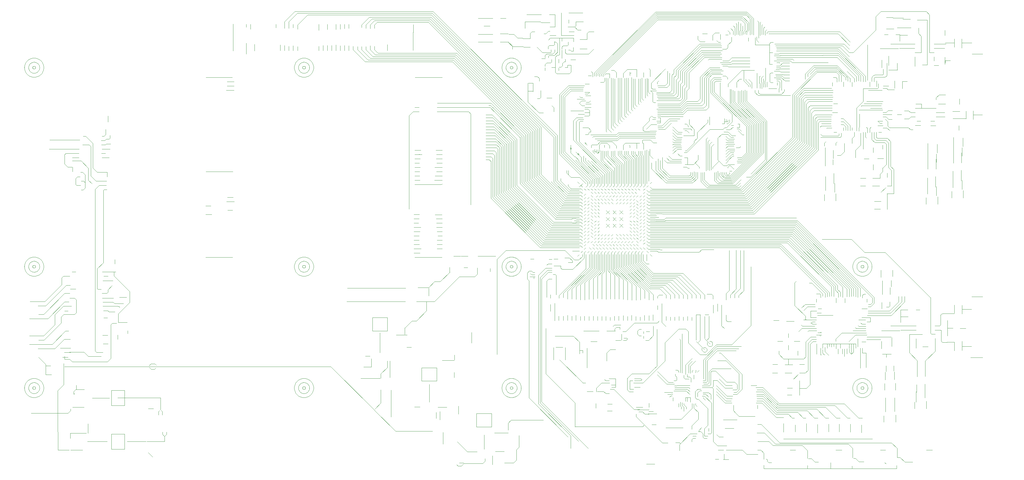
<source format=gtl>
*%FSLAX23Y23*%
*%MOIN*%
G01*
D11*
X11491Y7803D02*
D03*
X11412Y8590D02*
D03*
Y8433D02*
D03*
Y8394D02*
D03*
X11451Y8630D02*
D03*
X11333Y8512D02*
D03*
Y8315D02*
D03*
Y8275D02*
D03*
Y8354D02*
D03*
Y8590D02*
D03*
Y8433D02*
D03*
Y8394D02*
D03*
X11372D02*
D03*
Y8433D02*
D03*
X11294Y8315D02*
D03*
Y8354D02*
D03*
Y8590D02*
D03*
Y8512D02*
D03*
Y8275D02*
D03*
Y8551D02*
D03*
Y8472D02*
D03*
Y8394D02*
D03*
Y8433D02*
D03*
X11333Y8000D02*
D03*
X11451Y7842D02*
D03*
X11412Y8197D02*
D03*
Y8236D02*
D03*
Y8039D02*
D03*
X11333Y8197D02*
D03*
Y7882D02*
D03*
Y7921D02*
D03*
Y7960D02*
D03*
Y8236D02*
D03*
Y8039D02*
D03*
Y8079D02*
D03*
Y8118D02*
D03*
Y8157D02*
D03*
X11372Y8039D02*
D03*
Y8236D02*
D03*
Y8197D02*
D03*
X11294Y7882D02*
D03*
Y8039D02*
D03*
Y8000D02*
D03*
Y7921D02*
D03*
Y8079D02*
D03*
Y8157D02*
D03*
Y8118D02*
D03*
Y8197D02*
D03*
X11254Y8315D02*
D03*
Y8354D02*
D03*
Y8590D02*
D03*
X11215Y8433D02*
D03*
X11254Y8275D02*
D03*
Y8551D02*
D03*
Y8512D02*
D03*
Y8472D02*
D03*
Y8433D02*
D03*
Y8394D02*
D03*
X11215Y8590D02*
D03*
X11136Y8315D02*
D03*
Y8472D02*
D03*
Y8590D02*
D03*
Y8551D02*
D03*
Y8512D02*
D03*
Y8433D02*
D03*
X11176Y8472D02*
D03*
Y8433D02*
D03*
Y8512D02*
D03*
Y8551D02*
D03*
Y8590D02*
D03*
X11097D02*
D03*
Y8472D02*
D03*
Y8551D02*
D03*
Y8512D02*
D03*
Y8433D02*
D03*
X11097Y8039D02*
D03*
X11254Y8039D02*
D03*
Y7882D02*
D03*
Y8197D02*
D03*
Y8000D02*
D03*
Y7960D02*
D03*
Y7921D02*
D03*
Y8118D02*
D03*
Y8157D02*
D03*
Y8079D02*
D03*
X11215Y8039D02*
D03*
X11136Y8000D02*
D03*
X11136Y8157D02*
D03*
Y8039D02*
D03*
Y7882D02*
D03*
Y8236D02*
D03*
Y7960D02*
D03*
Y7921D02*
D03*
X11176Y8000D02*
D03*
X11176Y7921D02*
D03*
Y7960D02*
D03*
Y7882D02*
D03*
Y8039D02*
D03*
X11097Y7960D02*
D03*
Y7882D02*
D03*
Y8000D02*
D03*
Y7921D02*
D03*
X11057Y8590D02*
D03*
Y8315D02*
D03*
Y8551D02*
D03*
Y8512D02*
D03*
X11018Y8433D02*
D03*
Y8590D02*
D03*
X10939Y8472D02*
D03*
Y8433D02*
D03*
Y8590D02*
D03*
Y8512D02*
D03*
Y8551D02*
D03*
X10979Y8315D02*
D03*
Y8472D02*
D03*
Y8433D02*
D03*
Y8590D02*
D03*
Y8512D02*
D03*
Y8551D02*
D03*
X10900Y8472D02*
D03*
Y8433D02*
D03*
Y8590D02*
D03*
Y8512D02*
D03*
Y8551D02*
D03*
X11058Y8039D02*
D03*
X11057Y8157D02*
D03*
X11057Y7882D02*
D03*
X11018Y8039D02*
D03*
X11057Y8236D02*
D03*
Y7960D02*
D03*
Y7921D02*
D03*
X10939Y8039D02*
D03*
X10939Y8039D02*
D03*
Y7882D02*
D03*
Y7921D02*
D03*
Y7960D02*
D03*
Y8000D02*
D03*
X10979Y8039D02*
D03*
Y7921D02*
D03*
Y8157D02*
D03*
Y8236D02*
D03*
Y8000D02*
D03*
Y7960D02*
D03*
Y7882D02*
D03*
X10900Y8075D02*
D03*
Y8039D02*
D03*
X10900Y8000D02*
D03*
Y7960D02*
D03*
Y7882D02*
D03*
Y8039D02*
D03*
Y7921D02*
D03*
X10861Y8472D02*
D03*
Y8433D02*
D03*
Y8275D02*
D03*
Y8394D02*
D03*
Y8590D02*
D03*
Y8512D02*
D03*
Y8315D02*
D03*
Y8354D02*
D03*
Y8551D02*
D03*
X10821Y8433D02*
D03*
Y8394D02*
D03*
Y8590D02*
D03*
X10742D02*
D03*
Y8275D02*
D03*
Y8315D02*
D03*
Y8354D02*
D03*
Y8394D02*
D03*
Y8433D02*
D03*
Y8472D02*
D03*
X10782Y8512D02*
D03*
Y8472D02*
D03*
Y8394D02*
D03*
Y8354D02*
D03*
Y8315D02*
D03*
Y8275D02*
D03*
Y8433D02*
D03*
Y8590D02*
D03*
Y8551D02*
D03*
X10703Y8590D02*
D03*
Y8512D02*
D03*
Y8394D02*
D03*
Y8433D02*
D03*
Y8354D02*
D03*
Y8315D02*
D03*
Y8275D02*
D03*
Y8472D02*
D03*
X10861Y8157D02*
D03*
Y8039D02*
D03*
X10861Y8157D02*
D03*
Y8118D02*
D03*
Y8079D02*
D03*
Y7882D02*
D03*
Y8000D02*
D03*
X10821Y8039D02*
D03*
X10861D02*
D03*
Y7921D02*
D03*
Y7960D02*
D03*
Y8197D02*
D03*
X10821D02*
D03*
X10742Y8000D02*
D03*
Y8157D02*
D03*
Y8197D02*
D03*
Y8236D02*
D03*
Y8118D02*
D03*
Y8079D02*
D03*
Y8039D02*
D03*
Y7960D02*
D03*
X10782Y7882D02*
D03*
Y8197D02*
D03*
Y8236D02*
D03*
Y8157D02*
D03*
Y8118D02*
D03*
Y8079D02*
D03*
Y8039D02*
D03*
Y7960D02*
D03*
X10703Y8157D02*
D03*
Y8118D02*
D03*
Y8236D02*
D03*
Y8079D02*
D03*
Y8039D02*
D03*
Y8000D02*
D03*
Y7960D02*
D03*
Y7921D02*
D03*
Y7882D02*
D03*
Y8197D02*
D03*
X10664Y7842D02*
D03*
D12*
X11491Y7803D02*
D03*
X11412Y8472D02*
D03*
Y8275D02*
D03*
Y8315D02*
D03*
Y8354D02*
D03*
Y8512D02*
D03*
Y8551D02*
D03*
Y8394D02*
D03*
Y8433D02*
D03*
Y8590D02*
D03*
X11451Y8630D02*
D03*
X11372Y8275D02*
D03*
Y8472D02*
D03*
Y8354D02*
D03*
Y8315D02*
D03*
Y8512D02*
D03*
X11333Y8590D02*
D03*
Y8512D02*
D03*
Y8394D02*
D03*
Y8433D02*
D03*
X11372Y8394D02*
D03*
Y8433D02*
D03*
X11333Y8354D02*
D03*
Y8315D02*
D03*
Y8275D02*
D03*
X11294Y8512D02*
D03*
Y8551D02*
D03*
Y8590D02*
D03*
Y8472D02*
D03*
Y8433D02*
D03*
Y8394D02*
D03*
Y8354D02*
D03*
Y8315D02*
D03*
Y8275D02*
D03*
X11412Y8079D02*
D03*
Y7882D02*
D03*
Y8000D02*
D03*
Y7960D02*
D03*
Y8118D02*
D03*
Y8157D02*
D03*
Y8236D02*
D03*
Y8197D02*
D03*
Y8039D02*
D03*
X11451Y7842D02*
D03*
X11372Y8079D02*
D03*
Y7882D02*
D03*
Y8000D02*
D03*
Y8157D02*
D03*
Y8118D02*
D03*
Y8236D02*
D03*
X11333D02*
D03*
Y8197D02*
D03*
X11372D02*
D03*
X11333Y8157D02*
D03*
Y8118D02*
D03*
Y8079D02*
D03*
Y8039D02*
D03*
X11372D02*
D03*
X11333Y7960D02*
D03*
Y7921D02*
D03*
Y7882D02*
D03*
X11294Y8197D02*
D03*
Y8157D02*
D03*
Y8118D02*
D03*
Y8079D02*
D03*
Y8039D02*
D03*
Y8000D02*
D03*
Y7921D02*
D03*
Y7882D02*
D03*
X11211Y8307D02*
D03*
X11223Y8401D02*
D03*
X11215Y8551D02*
D03*
Y8472D02*
D03*
Y8512D02*
D03*
Y8590D02*
D03*
Y8433D02*
D03*
X11254D02*
D03*
Y8472D02*
D03*
Y8512D02*
D03*
Y8590D02*
D03*
Y8551D02*
D03*
Y8394D02*
D03*
Y8354D02*
D03*
Y8315D02*
D03*
Y8275D02*
D03*
X11136Y8472D02*
D03*
Y8512D02*
D03*
Y8551D02*
D03*
Y8590D02*
D03*
Y8433D02*
D03*
X11176D02*
D03*
Y8472D02*
D03*
Y8512D02*
D03*
Y8551D02*
D03*
Y8590D02*
D03*
X11136Y8315D02*
D03*
X11097Y8590D02*
D03*
Y8551D02*
D03*
Y8512D02*
D03*
Y8472D02*
D03*
Y8433D02*
D03*
X11223Y8071D02*
D03*
X11215Y8000D02*
D03*
Y7921D02*
D03*
Y7960D02*
D03*
Y7882D02*
D03*
X11254Y8197D02*
D03*
Y8157D02*
D03*
Y8118D02*
D03*
Y8079D02*
D03*
Y8039D02*
D03*
Y8000D02*
D03*
X11215Y8039D02*
D03*
X11254Y7960D02*
D03*
Y7921D02*
D03*
Y7882D02*
D03*
X11113Y8083D02*
D03*
X11136Y8157D02*
D03*
Y8236D02*
D03*
X11176Y8039D02*
D03*
Y8000D02*
D03*
Y7960D02*
D03*
Y7921D02*
D03*
Y7882D02*
D03*
X11136D02*
D03*
Y7921D02*
D03*
Y7960D02*
D03*
Y8000D02*
D03*
Y8039D02*
D03*
X11097Y8000D02*
D03*
Y7960D02*
D03*
Y7921D02*
D03*
Y7882D02*
D03*
X11018Y8551D02*
D03*
Y8472D02*
D03*
Y8512D02*
D03*
Y8590D02*
D03*
X11057Y8551D02*
D03*
Y8590D02*
D03*
Y8512D02*
D03*
Y8315D02*
D03*
X11018Y8433D02*
D03*
X10998Y8390D02*
D03*
X10979Y8433D02*
D03*
X10939D02*
D03*
Y8472D02*
D03*
X10979D02*
D03*
Y8512D02*
D03*
X10939D02*
D03*
Y8551D02*
D03*
Y8590D02*
D03*
X10979D02*
D03*
Y8551D02*
D03*
Y8315D02*
D03*
X10900Y8433D02*
D03*
Y8472D02*
D03*
Y8512D02*
D03*
Y8590D02*
D03*
Y8551D02*
D03*
X11057Y8000D02*
D03*
X11018Y7921D02*
D03*
Y7882D02*
D03*
Y7960D02*
D03*
Y8000D02*
D03*
X11057Y8236D02*
D03*
Y8157D02*
D03*
X11018Y8039D02*
D03*
X11057Y7960D02*
D03*
Y7921D02*
D03*
Y7882D02*
D03*
X10979Y8236D02*
D03*
Y8157D02*
D03*
Y8039D02*
D03*
X10939Y8000D02*
D03*
Y7960D02*
D03*
X10979D02*
D03*
Y8000D02*
D03*
Y7921D02*
D03*
X10939D02*
D03*
Y7882D02*
D03*
X10979D02*
D03*
X10904Y8169D02*
D03*
X10900Y7960D02*
D03*
Y7921D02*
D03*
Y7882D02*
D03*
Y8000D02*
D03*
X10892Y8401D02*
D03*
X10821Y8472D02*
D03*
Y8354D02*
D03*
Y8315D02*
D03*
Y8275D02*
D03*
Y8551D02*
D03*
X10861Y8275D02*
D03*
Y8315D02*
D03*
Y8354D02*
D03*
Y8394D02*
D03*
X10821D02*
D03*
Y8433D02*
D03*
X10861D02*
D03*
Y8472D02*
D03*
Y8512D02*
D03*
Y8590D02*
D03*
Y8551D02*
D03*
X10821Y8590D02*
D03*
X10742Y8275D02*
D03*
X10782D02*
D03*
Y8315D02*
D03*
X10742D02*
D03*
Y8354D02*
D03*
X10782D02*
D03*
X10742Y8394D02*
D03*
X10782D02*
D03*
Y8433D02*
D03*
X10742D02*
D03*
Y8472D02*
D03*
X10782D02*
D03*
Y8551D02*
D03*
Y8512D02*
D03*
X10742Y8590D02*
D03*
X10782D02*
D03*
X10703Y8315D02*
D03*
Y8354D02*
D03*
Y8394D02*
D03*
Y8433D02*
D03*
Y8472D02*
D03*
Y8512D02*
D03*
Y8590D02*
D03*
Y8275D02*
D03*
X10821Y7921D02*
D03*
Y8157D02*
D03*
Y8118D02*
D03*
Y8079D02*
D03*
Y7960D02*
D03*
Y8000D02*
D03*
Y7882D02*
D03*
X10861D02*
D03*
Y7921D02*
D03*
Y7960D02*
D03*
Y8000D02*
D03*
X10821Y8039D02*
D03*
X10861Y8079D02*
D03*
Y8118D02*
D03*
Y8197D02*
D03*
X10821D02*
D03*
X10782Y7882D02*
D03*
Y8039D02*
D03*
X10742D02*
D03*
Y8000D02*
D03*
Y7960D02*
D03*
X10782D02*
D03*
Y8118D02*
D03*
Y8079D02*
D03*
X10742D02*
D03*
Y8118D02*
D03*
Y8157D02*
D03*
X10782D02*
D03*
Y8236D02*
D03*
Y8197D02*
D03*
X10742D02*
D03*
Y8236D02*
D03*
X10703Y8039D02*
D03*
Y8000D02*
D03*
Y7960D02*
D03*
Y7921D02*
D03*
Y7882D02*
D03*
Y8079D02*
D03*
Y8118D02*
D03*
Y8157D02*
D03*
Y8197D02*
D03*
Y8236D02*
D03*
X10664Y8630D02*
D03*
X10624Y8669D02*
D03*
Y7803D02*
D03*
X10664Y7842D02*
D03*
D17*
X10703Y7780D02*
X10570Y7647D01*
X14278Y7138D02*
X14408Y7268D01*
X14443D02*
X14286Y7110D01*
X14266Y7161D02*
X14372Y7268D01*
X13780Y9901D02*
X13656Y10025D01*
X11510Y5987D02*
X11455D01*
X11070Y6712D02*
X11005D01*
X13250Y6984D02*
X13392D01*
X14006Y7110D02*
X14286D01*
X14278Y7138D02*
X14014D01*
Y7161D02*
X14266D01*
X10570Y7647D02*
X10445D01*
X8785Y7837D02*
X8715D01*
X10292Y7764D02*
X10327D01*
X8775Y7987D02*
X8715D01*
Y8037D02*
X8775D01*
X8995D02*
X9045D01*
Y7987D02*
X8985D01*
X8800Y7887D02*
X8715D01*
X8985D02*
X9045D01*
X8780Y7937D02*
X8715D01*
X8985D02*
X9045D01*
X8770Y8187D02*
X8715D01*
X8975Y8237D02*
X9045D01*
Y8187D02*
X8980D01*
X8775Y8237D02*
X8715D01*
Y8087D02*
X8785D01*
X8985D02*
X9045D01*
X8795Y8137D02*
X8715D01*
X8980D02*
X9045D01*
X6759Y10475D02*
Y10507D01*
X6620Y8437D02*
X6530D01*
X8715Y8287D02*
X8780D01*
X8961Y8286D02*
X9043D01*
X6810Y10452D02*
Y10507D01*
X6605Y8487D02*
X6540D01*
X7105Y10467D02*
Y10507D01*
X8725Y8787D02*
X8783D01*
X8788Y8837D02*
X8725D01*
X8959D02*
X9045D01*
Y8787D02*
X8979D01*
X8782Y8737D02*
X8725D01*
Y8687D02*
X8784D01*
X8962Y8737D02*
X9045D01*
Y8687D02*
X8956D01*
X7305Y10467D02*
Y10507D01*
X12395Y9032D02*
X12460D01*
X11845Y8972D02*
X11820D01*
X12435D02*
X12450D01*
X12445Y8992D02*
X12430D01*
X12410Y9012D02*
X12450D01*
X8809Y8987D02*
X8725D01*
Y9037D02*
X8796D01*
X8972D02*
X9045D01*
Y8987D02*
X8980D01*
X8779Y8993D02*
X8774D01*
X13655Y8977D02*
X13695D01*
X12360Y8887D02*
X12355D01*
Y8922D02*
X12360D01*
X8778Y8887D02*
X8725D01*
X8981D02*
X9045D01*
X8788Y8937D02*
X8725D01*
X8975D02*
X9045D01*
X12550Y9217D02*
X12565D01*
X12455Y9167D02*
X12390D01*
X12375Y9147D02*
X12450D01*
X11840Y9168D02*
X11774D01*
X11785Y9227D02*
X11840D01*
X11835Y9147D02*
X11760D01*
X11790Y9187D02*
X11845D01*
X13483Y9205D02*
X13668D01*
X13691Y9189D02*
X13463D01*
X11839Y9069D02*
X11772D01*
X11788Y9050D02*
X11840D01*
X12380Y9052D02*
X12460D01*
X12450Y9127D02*
X12360D01*
X12365Y9107D02*
X12460D01*
X11835Y9128D02*
X11744D01*
X11746Y9108D02*
X11830D01*
X11836Y9089D02*
X11757D01*
X12380Y9087D02*
X12450D01*
X11745Y9107D02*
X11740D01*
X13471Y9350D02*
X13581D01*
X11900Y9267D02*
X11875D01*
X11845Y9247D02*
X11800D01*
X11860Y9287D02*
X11945D01*
X12485D02*
X12510D01*
X12445Y9327D02*
X12420D01*
X13467Y9323D02*
X13585D01*
X8775Y9487D02*
X8705D01*
X8985D02*
X9354D01*
X6615Y9737D02*
X6525D01*
X6535Y9787D02*
X6615D01*
X13401Y9987D02*
X13652D01*
X13657Y10005D02*
X13384D01*
X6615Y9837D02*
X6535D01*
X13379Y10025D02*
X13656D01*
X8660Y9442D02*
Y8352D01*
Y9442D02*
X8705Y9487D01*
X9378Y9463D02*
Y8403D01*
Y9463D02*
X9354Y9487D01*
X10405Y7102D02*
Y7052D01*
X10430Y7662D02*
Y7687D01*
Y8682D02*
Y8707D01*
Y8682D02*
Y8677D01*
X10460Y7102D02*
Y7052D01*
X10445Y7647D02*
X10430Y7662D01*
X10560Y7102D02*
Y7052D01*
X10605D02*
Y7112D01*
X10660Y7097D02*
Y7052D01*
X10510D02*
Y7112D01*
X10760Y7097D02*
Y7052D01*
X10810D02*
Y7102D01*
X10860Y7097D02*
Y7052D01*
X10705D02*
Y7102D01*
X10703Y7842D02*
X10723Y7862D01*
X10703Y7842D02*
X10703Y7779D01*
X10955Y7097D02*
Y7052D01*
X10960Y9257D02*
Y9882D01*
X10965Y6672D02*
Y6577D01*
X11005Y7052D02*
Y7087D01*
X10980Y9287D02*
Y9877D01*
X11055Y7102D02*
Y7052D01*
X11060Y9357D02*
Y9872D01*
X11040Y9877D02*
Y9327D01*
X11020Y9297D02*
Y9882D01*
X10910Y7097D02*
Y7052D01*
X11005Y6712D02*
X10965Y6672D01*
Y9252D02*
X10960Y9257D01*
X10985Y9282D02*
X10980Y9287D01*
X10985Y9282D02*
X11020Y9247D01*
X11070Y9297D02*
X11040Y9327D01*
X11020Y9297D02*
X11045Y9272D01*
X11095Y9322D02*
X11060Y9357D01*
X11140Y9427D02*
Y9882D01*
X11120D02*
Y9397D01*
X11177Y9440D02*
Y9877D01*
X11160Y7107D02*
Y7052D01*
X11195Y9472D02*
Y9882D01*
X11210Y7097D02*
Y7052D01*
X11255D02*
Y7112D01*
X11275Y9782D02*
Y9872D01*
X11255Y9887D02*
Y9797D01*
X11275D02*
Y9542D01*
X11255Y9512D02*
Y9807D01*
X11215Y9882D02*
Y9502D01*
X11105Y7102D02*
Y7052D01*
X11100Y9367D02*
Y9882D01*
X11155Y9412D02*
X11170Y9397D01*
X11155Y9412D02*
X11140Y9427D01*
X11120Y9397D02*
X11145Y9372D01*
X11195Y9422D02*
X11177Y9440D01*
X11195Y9472D02*
X11220Y9447D01*
X11270Y9497D02*
X11255Y9512D01*
X11220Y9497D02*
X11215Y9502D01*
X11220Y9497D02*
X11245Y9472D01*
X11295Y9522D02*
X11275Y9542D01*
X11230Y9097D02*
X11236Y9091D01*
X11120Y9347D02*
X11100Y9367D01*
X11305Y7097D02*
Y7052D01*
X11335Y9772D02*
Y9872D01*
Y9782D02*
Y9582D01*
X11355Y7092D02*
Y7052D01*
Y9832D02*
Y9872D01*
Y9832D02*
Y9757D01*
X11375Y9642D02*
Y9882D01*
X11355Y9767D02*
Y9612D01*
X11405Y7112D02*
Y7052D01*
X11460D02*
Y7107D01*
X11435Y9807D02*
Y9877D01*
X11450Y9872D02*
Y9717D01*
X11435Y9732D02*
Y9807D01*
Y9737D02*
Y9697D01*
X11415Y9712D02*
Y9872D01*
X11435Y9712D02*
Y9682D01*
X11415Y9652D02*
Y9732D01*
X11455Y9027D02*
Y8677D01*
X11295Y9572D02*
Y9872D01*
X11335Y9582D02*
X11345Y9572D01*
X11395Y9622D02*
X11375Y9642D01*
X11355Y9612D02*
X11370Y9597D01*
X11470Y9697D02*
X11450Y9717D01*
X11435Y9682D02*
X11445Y9672D01*
X11420Y9647D02*
X11415Y9652D01*
X11320Y9547D02*
X11295Y9572D01*
X11505Y7117D02*
Y7052D01*
X11660D02*
Y7097D01*
X11710Y7092D02*
Y7052D01*
X11760D02*
Y7092D01*
X11810Y7097D02*
Y7052D01*
X11860D02*
Y7092D01*
X11745Y9107D02*
X11746Y9108D01*
X11757Y9089D02*
X11735Y9067D01*
Y9032D02*
X11772Y9069D01*
X11788Y9050D02*
X11735Y8997D01*
Y9102D02*
X11740Y9107D01*
X11774Y9168D02*
X11735Y9207D01*
Y9137D02*
X11744Y9128D01*
X11760Y9147D02*
X11735Y9172D01*
X11790Y9187D02*
X11735Y9242D01*
Y9277D02*
X11785Y9227D01*
X11800Y9247D02*
X11735Y9312D01*
X11795Y8997D02*
X11820Y8972D01*
X11910Y7097D02*
Y7052D01*
X11960D02*
Y7087D01*
X12023Y9180D02*
Y9182D01*
X11925Y9242D02*
X11900Y9267D01*
X11945Y9287D02*
X11960Y9272D01*
X12164Y9335D02*
Y9427D01*
X12360Y8782D02*
Y8762D01*
X12380Y8907D02*
Y8917D01*
X12355Y9097D02*
X12365Y9107D01*
X12380Y8907D02*
X12360Y8887D01*
X12380Y8917D02*
X12435Y8972D01*
X12385Y8947D02*
X12360Y8922D01*
X12355Y8992D02*
X12395Y9032D01*
X12380Y9052D02*
X12355Y9027D01*
Y9062D02*
X12380Y9087D01*
X12410Y9012D02*
X12355Y8957D01*
X12390Y8952D02*
X12395Y8957D01*
X12390Y8952D02*
X12385Y8947D01*
X12395Y8957D02*
X12430Y8992D01*
X12390Y9167D02*
X12355Y9202D01*
Y9167D02*
X12375Y9147D01*
X12355Y9132D02*
X12360Y9127D01*
X12510Y9287D02*
X12535Y9262D01*
X12500Y9267D02*
X12550Y9217D01*
X13235Y7000D02*
X13250Y6984D01*
X13283Y9870D02*
Y9919D01*
Y9929D01*
X13311Y9932D02*
Y9897D01*
X13283Y9929D02*
X13379Y10025D01*
X13401Y9987D02*
X13339Y9925D01*
X13311Y9932D02*
X13384Y10005D01*
X13463Y9224D02*
X13483Y9205D01*
X13459Y9307D02*
X13467Y9323D01*
X13676Y9232D02*
Y9212D01*
X13703Y9201D02*
Y9240D01*
X13740Y9117D02*
Y9022D01*
X13754Y9857D02*
Y9885D01*
X13780Y9882D02*
Y9846D01*
X13805Y9835D02*
Y9877D01*
X13703Y9201D02*
X13691Y9189D01*
X13668Y9205D02*
X13676Y9212D01*
X13740Y9022D02*
X13695Y8977D01*
X13729Y9910D02*
X13652Y9987D01*
X13657Y10005D02*
X13754Y9907D01*
Y9885D02*
X13728Y9911D01*
X13754Y9907D02*
X13780Y9882D01*
Y9901D02*
X13803Y9879D01*
X13805Y9877D01*
X13773Y9957D02*
X13772Y9958D01*
X13773Y9957D02*
X13856Y9874D01*
X13880Y9897D02*
X13780Y9997D01*
X13772Y9958D02*
X13771Y9957D01*
X13856Y9874D02*
Y9835D01*
X13870Y9037D02*
Y8952D01*
X13930Y9097D02*
Y9237D01*
Y9097D02*
X13870Y9037D01*
X14408Y7331D02*
Y7268D01*
X14372D02*
Y7331D01*
X14443D02*
Y7268D01*
D18*
X12833Y8913D02*
X12646Y8726D01*
X9790Y7867D02*
X9687Y7764D01*
X11395Y6327D02*
X11645Y6577D01*
Y6792D02*
X11805Y6952D01*
X12130Y6652D02*
X12245Y6767D01*
X12250Y6747D02*
X12095Y6592D01*
X12120D02*
X12250Y6722D01*
X12255Y6697D02*
X12140Y6582D01*
X12425Y6767D02*
X12650Y6992D01*
Y8762D02*
X12815Y8927D01*
X12655Y9007D02*
X12540Y8892D01*
X12170Y9282D02*
X11900Y9012D01*
X12405Y8737D02*
X12675Y9007D01*
X12695D02*
X12410Y8722D01*
X12415Y8707D02*
X12715Y9007D01*
X12735D02*
X12420Y8692D01*
X12425Y8677D02*
X12755Y9007D01*
X12775D02*
X12430Y8662D01*
X12435Y8647D02*
X12795Y9007D01*
X11290Y7022D02*
X11189Y6921D01*
X12647Y8374D02*
X13355Y9082D01*
X13375Y9072D02*
X12657Y8354D01*
X12667Y8334D02*
X13395Y9062D01*
X13415Y9052D02*
X12678Y8315D01*
X12688Y8295D02*
X13435Y9042D01*
X13295Y9112D02*
X12615Y8432D01*
X12595Y8472D02*
X13255Y9132D01*
X13235Y9142D02*
X12585Y8492D01*
X12575Y8512D02*
X13215Y9152D01*
X13175Y9177D02*
X12550Y8552D01*
X12540Y8572D02*
X13155Y9187D01*
Y9682D02*
X13420Y9947D01*
X13413Y9965D02*
X13135Y9687D01*
X11940Y5727D02*
X11815Y5602D01*
X7205Y10537D02*
X7320Y10652D01*
X10610Y7442D02*
X10820Y7652D01*
X10840Y7647D02*
X10660Y7467D01*
X10710Y7492D02*
X10860Y7642D01*
X10800Y7657D02*
X10560Y7417D01*
X10760Y7517D02*
X10880Y7637D01*
X10781Y7663D02*
X10515Y7397D01*
X10460Y7367D02*
X10761Y7668D01*
X10722Y7654D02*
X10410Y7342D01*
X10415Y9687D02*
X10520Y9792D01*
X10882Y9933D02*
X11549Y10600D01*
X11545Y10618D02*
X10862Y9935D01*
X10843Y9939D02*
X11539Y10635D01*
X11535Y10653D02*
X10823Y9941D01*
X4650Y6927D02*
X4495Y6772D01*
X4525Y6722D02*
X4635Y6832D01*
X4420Y7222D02*
X4660Y7462D01*
X4640Y7367D02*
X4395Y7122D01*
X4545Y6967D02*
X4400Y6822D01*
X4445Y7072D02*
X4640Y7267D01*
X4525Y7002D02*
X4395Y6872D01*
X4410Y7272D02*
X4605Y7467D01*
X12605Y8452D02*
X13275Y9122D01*
X13195Y9164D02*
X12563Y8532D01*
X10902Y9930D02*
X11554Y10582D01*
X12165Y10002D02*
X12055Y9892D01*
X11750Y9977D02*
X12050Y10277D01*
X12060Y10257D02*
X11775Y9972D01*
X11650Y9987D02*
X11485Y9822D01*
X11925Y9942D02*
X12105Y10122D01*
X12095Y10142D02*
X11900Y9947D01*
X11875Y9952D02*
X12085Y10162D01*
X12075Y10182D02*
X11850Y9957D01*
X11825Y9962D02*
X12065Y10202D01*
X12070Y10237D02*
X11800Y9967D01*
X13841Y10177D02*
X14105Y10441D01*
X12833Y9379D02*
X12600Y9612D01*
X11696Y8717D02*
X11590Y8823D01*
X11565Y8815D02*
X11683Y8697D01*
X11668Y8677D02*
X11540Y8805D01*
X11490Y8822D02*
X11655Y8657D01*
X10590Y7757D02*
X10480Y7867D01*
X11920Y6787D02*
X12055Y6652D01*
X12815Y9372D02*
X12580Y9607D01*
X12360Y6582D02*
X12510Y6432D01*
X12430Y9457D02*
X12180Y9707D01*
X10919Y8743D02*
X10745Y8917D01*
X13665Y10147D02*
X13905Y9907D01*
X13930D02*
X13665Y10172D01*
Y10197D02*
X13960Y9902D01*
X13191Y8216D02*
X14085Y7323D01*
X13589Y7445D02*
X13073Y7960D01*
X13740Y6077D02*
X13905Y5912D01*
X13775D02*
X13630Y6057D01*
X13520Y6037D02*
X13645Y5912D01*
X13520D02*
X13415Y6017D01*
X11687Y6328D02*
X11560Y6455D01*
X11554Y6420D02*
X11665Y6309D01*
X12615Y9322D02*
X12220Y9717D01*
X12200Y9712D02*
X12595Y9317D01*
X12245Y6292D02*
X12370Y6167D01*
X12365Y6137D02*
X12245Y6257D01*
Y6222D02*
X12355Y6112D01*
X12365Y6332D02*
X12235Y6462D01*
X10365Y8237D02*
X9955Y8647D01*
X9915Y8627D02*
X10345Y8197D01*
X10840Y8707D02*
X10640Y8907D01*
X10670Y8902D02*
X10860Y8712D01*
X10820Y8702D02*
X10605Y8917D01*
X10980Y8977D02*
X11097Y8860D01*
X9430Y9957D02*
X9215Y10172D01*
X9205Y10152D02*
X9420Y9937D01*
X9425Y9902D02*
X9195Y10132D01*
X9185Y10112D02*
X9425Y9872D01*
Y9842D02*
X9175Y10092D01*
X8145Y10072D02*
X8005Y10212D01*
X8060D02*
X8180Y10092D01*
X9430Y9957D02*
X10120Y9267D01*
X10100Y9257D02*
X9420Y9937D01*
X9425Y9902D02*
X10080Y9247D01*
X10060Y9237D02*
X9425Y9872D01*
Y9842D02*
X10040Y9227D01*
X10000Y9202D02*
X9615Y9587D01*
X9635Y9537D02*
X9975Y9197D01*
X9950Y9192D02*
X9635Y9507D01*
X10020Y9217D02*
X9165Y10072D01*
X9635Y9417D02*
X9895Y9157D01*
Y8617D02*
X10335Y8177D01*
X9875Y9147D02*
X9640Y9382D01*
X9875Y8607D02*
X10325Y8157D01*
X9855Y9137D02*
X9645Y9347D01*
X9650Y9312D02*
X9835Y9127D01*
Y8587D02*
X10305Y8117D01*
X9815Y9117D02*
X9655Y9277D01*
X9660Y9242D02*
X9790Y9112D01*
X9775Y9097D02*
X9665Y9207D01*
X9655Y8497D02*
X10210Y7942D01*
X10200Y7922D02*
X9635Y8487D01*
X9615Y8477D02*
X10190Y7902D01*
X10375Y8257D02*
X9975Y8657D01*
X10120Y8717D02*
X10445Y8392D01*
X10423Y8354D02*
X10080Y8697D01*
X10020Y8672D02*
X10397Y8295D01*
X10402Y8315D02*
X10040Y8677D01*
X9775Y8557D02*
X10273Y8059D01*
X10283Y8079D02*
X9795Y8567D01*
X9815Y8577D02*
X10294Y8098D01*
X10242Y8000D02*
X9715Y8527D01*
X9735Y8537D02*
X10252Y8020D01*
X10263Y8039D02*
X9755Y8547D01*
X9695Y8517D02*
X10232Y7980D01*
X10314Y8138D02*
X9855Y8597D01*
X10100Y8707D02*
X10433Y8374D01*
X10454Y8413D02*
X10140Y8727D01*
X10160Y8737D02*
X10465Y8432D01*
X10475Y8452D02*
X10180Y8747D01*
X10200Y8757D02*
X10485Y8472D01*
X10535Y8572D02*
X10430Y8677D01*
X10412Y8335D02*
X10060Y8687D01*
X9915Y9167D02*
X9630Y9452D01*
X10000Y8662D02*
X10387Y8275D01*
X11675Y7482D02*
X11810Y7347D01*
X11910D02*
X11735Y7522D01*
X11795Y7562D02*
X12010Y7347D01*
X12060D02*
X11825Y7582D01*
X11855Y7602D02*
X12110Y7347D01*
X11360Y7427D02*
X11115Y7672D01*
X11175Y7687D02*
X11440Y7422D01*
X11465D02*
X11195Y7692D01*
X11215Y7697D02*
X11470Y7442D01*
X11475Y7462D02*
X11235Y7702D01*
X11255Y7707D02*
X11480Y7482D01*
X11485Y7502D02*
X11275Y7712D01*
X11372Y7740D02*
X11510Y7602D01*
X11500Y7562D02*
X11333Y7729D01*
X11313Y7724D02*
X11495Y7542D01*
X11490Y7522D02*
X11294Y7718D01*
X11160Y7527D02*
X11037Y7650D01*
X11353Y7734D02*
X11505Y7582D01*
X11310Y7452D02*
X11096Y7666D01*
X11705Y7502D02*
X11860Y7347D01*
X11460Y7377D02*
X11155Y7682D01*
X11770Y7542D02*
X11960Y7352D01*
X11760D02*
X11650Y7462D01*
X11260Y7477D02*
X11077Y7660D01*
X11135Y7677D02*
X11410Y7402D01*
X11018Y8794D02*
X10900Y8912D01*
X10920Y8917D02*
X11038Y8799D01*
X11057Y8830D02*
X10940Y8947D01*
X10960Y8972D02*
X11077Y8855D01*
X10959Y8773D02*
X10575Y9157D01*
X10610Y9147D02*
X10979Y8778D01*
X10998Y8784D02*
X10645Y9137D01*
X12805Y5737D02*
X12935Y5607D01*
X12915Y5947D02*
X12775Y6087D01*
X12785Y6112D02*
X12905Y5992D01*
X12915Y6012D02*
X12790Y6137D01*
Y6167D02*
X12925Y6032D01*
X12930Y6052D02*
X12795Y6187D01*
X12790Y6217D02*
X12935Y6072D01*
X12940Y6092D02*
X12790Y6242D01*
Y6267D02*
X12945Y6112D01*
X10880Y8722D02*
X10695Y8907D01*
X10720Y8912D02*
X10900Y8732D01*
X10939Y8758D02*
X10785Y8912D01*
X10058Y6147D02*
X10513Y5692D01*
X10546Y5704D02*
X10170Y6080D01*
X10188Y6087D02*
X10634Y5641D01*
X10140Y9277D02*
X8885Y10532D01*
X8895Y10552D02*
X10160Y9287D01*
X10180Y9297D02*
X8905Y10572D01*
X8915Y10592D02*
X10200Y9307D01*
X12035Y6133D02*
X12145Y6023D01*
X12770Y5837D02*
X12985Y5622D01*
X13514Y7370D02*
X12983Y7901D01*
X12998Y7941D02*
X13565Y7374D01*
X13800Y10262D02*
X13665Y10397D01*
X13685Y10422D02*
X13805Y10302D01*
X10761Y8676D02*
X10435Y9002D01*
X10415Y8992D02*
X10742Y8665D01*
X13168Y8157D02*
X13896Y7429D01*
X13845Y7425D02*
X13152Y8118D01*
X13136Y8079D02*
X13794Y7421D01*
X13719Y7441D02*
X13120Y8039D01*
X13101Y8020D02*
X13660Y7460D01*
X13617Y7445D02*
X13081Y7980D01*
X12991Y7921D02*
X13538Y7374D01*
X11284Y6011D02*
X11048Y6247D01*
X14217Y7844D02*
X14743Y7318D01*
X13285Y7101D02*
X13160Y7226D01*
X13823Y7997D02*
X13976Y7844D01*
X10515Y8532D02*
X10370Y8677D01*
X10390Y8687D02*
X10525Y8552D01*
X10350Y9187D02*
X8920Y10617D01*
X8930Y10637D02*
X10370Y9197D01*
X10475Y9022D02*
X10801Y8696D01*
X10780Y8687D02*
X10455Y9012D01*
X12290Y9672D02*
X12635Y9327D01*
X13666Y10221D02*
X13985Y9902D01*
X13795Y10132D02*
X13688Y10239D01*
X12790Y9372D02*
X12560Y9602D01*
X12540Y9597D02*
X12775Y9362D01*
X12755Y9357D02*
X12520Y9592D01*
X12500Y9587D02*
X12735Y9352D01*
X12715Y9347D02*
X12460Y9602D01*
X12440Y9597D02*
X12695Y9342D01*
X12675Y9337D02*
X12420Y9592D01*
X12405Y9582D02*
X12655Y9332D01*
X13655Y10122D02*
X13780Y9997D01*
X12295Y6672D02*
X12545Y6421D01*
X12526Y8586D02*
X13135Y9192D01*
X13191Y8216D02*
X11650Y8217D01*
X13089Y8000D02*
X13636Y7453D01*
X10559Y8236D02*
X10365Y8236D01*
X10345Y8197D02*
X10560Y8197D01*
X10221Y7960D02*
X9675Y8507D01*
X10320Y8668D02*
X10495Y8492D01*
X10505Y8512D02*
X10350Y8666D01*
X11057Y7656D02*
X11210Y7502D01*
X10205Y6102D02*
X10749Y5559D01*
X11451Y8197D02*
X13183Y8197D01*
X13160Y8138D02*
X11471Y8138D01*
Y8098D02*
X13144Y8098D01*
X12585Y8492D02*
X11471Y8492D01*
X11077Y8649D02*
X11077Y8854D01*
X11097Y8859D02*
X11097Y8630D01*
X11333D02*
X11333Y8959D01*
X11294Y8949D02*
X11294Y8630D01*
X11176D02*
X11176Y8905D01*
X10664Y8315D02*
X10404Y8315D01*
X10443Y8394D02*
X10664Y8394D01*
Y8512D02*
X10506Y8512D01*
X10526Y8551D02*
X10664Y8551D01*
Y8590D02*
X10547Y8590D01*
X10495Y8492D02*
X10644Y8492D01*
X10664Y8433D02*
X10465Y8433D01*
X10413Y8334D02*
X10644Y8334D01*
X10723Y7823D02*
X10723Y7653D01*
X10782Y7663D02*
X10782Y7842D01*
X10802Y7823D02*
X10802Y7658D01*
X10841Y7647D02*
X10841Y7823D01*
X10861Y7842D02*
X10861Y7642D01*
X10880Y7637D02*
X10880Y7823D01*
X10900Y7842D02*
X10900Y7632D01*
X10920Y7627D02*
X10920Y7823D01*
X10939Y7842D02*
X10939Y7622D01*
X10979Y7634D02*
X10979Y7842D01*
X10998Y7823D02*
X10998Y7639D01*
X11038Y7649D02*
X11038Y7823D01*
X11057Y7842D02*
X11057Y7655D01*
X11117Y7671D02*
X11117Y7823D01*
X11136Y7842D02*
X11136Y7676D01*
X11156Y7682D02*
X11156Y7823D01*
X11176Y7842D02*
X11176Y7687D01*
X11235Y7703D02*
X11235Y7823D01*
X11215Y7842D02*
X11215Y7698D01*
X11195Y7692D02*
X11195Y7823D01*
X11254Y7842D02*
X11254Y7708D01*
X11274Y7712D02*
X11274Y7823D01*
X11333Y7842D02*
X11333Y7729D01*
X11294Y7718D02*
X11294Y7842D01*
X11077Y7823D02*
X11077Y7660D01*
X11097Y7665D02*
X11097Y7842D01*
X10762Y7823D02*
X10762Y7668D01*
X10939Y8630D02*
X10939Y8758D01*
X10998Y8783D02*
X10998Y8649D01*
X11471Y7901D02*
X12983Y7901D01*
X12998Y7941D02*
X11471Y7941D01*
X13183Y8197D02*
X14065Y7315D01*
X13924Y7429D02*
X13176Y8177D01*
X13160Y8138D02*
X13872Y7425D01*
X13821Y7421D02*
X13144Y8098D01*
X13128Y8059D02*
X13770Y7417D01*
X12624Y8413D02*
X13315Y9102D01*
X13335Y9092D02*
X12636Y8394D01*
X12617Y8433D02*
X11451Y8433D01*
X13360Y7488D02*
X13487Y7362D01*
X10921Y9925D02*
X11559Y10562D01*
X10390Y9212D02*
X8940Y10657D01*
X12325Y5427D02*
X12390D01*
X12600Y5487D02*
X12730D01*
X13320Y5437D02*
X13355D01*
X13845Y5442D02*
X13870D01*
X14355Y5452D02*
X14390D01*
X13435Y5397D02*
X13395D01*
X14445D02*
X14535D01*
X13965Y5402D02*
X13910D01*
X11814Y5624D02*
X11768D01*
X12275Y5692D02*
X12325D01*
X12010Y5702D02*
X11970D01*
X12110D02*
X12145D01*
X12137Y5676D02*
X12102D01*
X12730Y5637D02*
X12860D01*
X12985Y5622D02*
X14120D01*
X14290D01*
X12330Y5537D02*
X12265D01*
X12360D02*
X12550D01*
X12365Y5587D02*
X12260D01*
X12920Y5592D02*
X13250D01*
X12935Y5607D02*
X13680D01*
X12935Y5592D02*
X12905D01*
X13680Y5607D02*
X13785D01*
X12002Y5676D02*
X11973D01*
X13905Y5912D02*
X13950D01*
X13805D02*
X13775D01*
X13690D02*
X13645D01*
X13555D02*
X13520D01*
X13430D02*
X13390D01*
X13290D02*
X13260D01*
X13155D02*
X13130D01*
X12485Y5892D02*
X12325D01*
X12725Y5837D02*
X12770D01*
X12805Y5737D02*
X12720D01*
X12020Y5727D02*
X11940D01*
X12145D02*
X12180D01*
X12062Y5754D02*
X12037D01*
X12345Y5792D02*
X12450D01*
X11459Y6009D02*
X11324D01*
X12975Y6057D02*
X13630D01*
X13740Y6077D02*
X12980D01*
X12970Y6037D02*
X13520D01*
X13415Y6017D02*
X12965D01*
X12425Y6087D02*
X12345D01*
X12710D02*
X12775D01*
X11348Y6011D02*
X11284D01*
X11310Y6037D02*
X11385D01*
X12945Y5917D02*
X13030D01*
X12960Y5997D02*
X13305D01*
X13195Y5977D02*
X12950D01*
X12940Y5957D02*
X13085D01*
X11459Y5959D02*
X11409D01*
X11384Y5984D02*
X11339D01*
X11450Y5962D02*
X11550D01*
X4525Y7002D02*
Y7117D01*
X4600Y7092D02*
Y7022D01*
X4605Y7467D02*
Y7547D01*
X4625Y7217D02*
X4525Y7117D01*
X4600Y7022D02*
X4545Y6967D01*
X4600Y7092D02*
X4630Y7122D01*
X4605Y7547D02*
X4625Y7567D01*
X11290Y6272D02*
X11355D01*
X11280Y6247D02*
X11235D01*
X12345Y6262D02*
X12435D01*
X12065Y6249D02*
X12027D01*
X11783Y6289D02*
X11755D01*
X11786Y6292D02*
X11935D01*
X11922Y6270D02*
X11915D01*
X11759D01*
X11889Y6250D02*
X11900D01*
X11889D02*
X11759D01*
X11900D02*
X11907D01*
X11892Y6230D02*
X11885D01*
X11750D01*
X11735Y6211D02*
X11641D01*
X12080Y6289D02*
X12167D01*
X12197Y6269D02*
X12079D01*
X12090Y6210D02*
X12157D01*
X12450Y6212D02*
X12480D01*
Y6242D02*
X12435D01*
X12710Y6217D02*
X12790D01*
Y6242D02*
X12720D01*
X12705Y6267D02*
X12790D01*
X12071Y6231D02*
X12052D01*
X11048Y6247D02*
X11005D01*
X11228Y6220D02*
X11275D01*
X12017Y6133D02*
X12035D01*
X12355Y6112D02*
X12420D01*
X12715D02*
X12785D01*
X12107Y6170D02*
X12079D01*
X12090Y6191D02*
X12120D01*
X11735D02*
X11719D01*
X12370Y6167D02*
X12435D01*
X12430Y6137D02*
X12365D01*
X12480Y6187D02*
X12485D01*
X12480D02*
X12440D01*
X12720Y6137D02*
X12790D01*
Y6167D02*
X12715D01*
Y6187D02*
X12795D01*
X11715D02*
X11675D01*
X11715Y6172D02*
X11730D01*
X11884Y6151D02*
X11923D01*
X11943D01*
X4770Y8639D02*
Y8708D01*
X4775Y7292D02*
Y7142D01*
X4770Y8708D02*
X4789Y8727D01*
X4775Y7142D02*
X4755Y7122D01*
X4779Y8630D02*
X4770Y8639D01*
X4755Y7312D02*
X4775Y7292D01*
X11260Y6427D02*
X11460D01*
X12195Y6487D02*
X12415D01*
X12235Y6462D02*
X12195D01*
X11791Y6471D02*
X11769D01*
X11390Y6322D02*
X11280D01*
X12365Y6332D02*
X12460D01*
X11743Y6328D02*
X11687D01*
X12090Y6327D02*
X12130D01*
X11755Y6309D02*
X11665D01*
X12095Y6307D02*
X12145D01*
X11270Y6347D02*
X11235D01*
X11290Y6372D02*
X11365D01*
X11360Y6347D02*
X11290D01*
X12210Y6352D02*
X12255D01*
X11777Y6348D02*
X11750D01*
X11880Y6367D02*
X11925D01*
X12090Y6347D02*
X12115D01*
X11935Y6392D02*
X11910D01*
X4945Y8737D02*
Y9082D01*
X4880Y8752D02*
Y8600D01*
X4970Y8832D02*
Y9117D01*
X4880Y8600D02*
X4856Y8576D01*
X4865Y6682D02*
X4915Y6632D01*
X5005Y8677D02*
X4945Y8737D01*
Y9082D02*
X4925Y9102D01*
X4862Y8677D02*
X4880Y8659D01*
Y8752D02*
X4850Y8782D01*
X4970Y9117D02*
X4905Y9182D01*
X4885Y9202D01*
X4970Y8832D02*
X5020Y8782D01*
X12055Y6652D02*
X12130D01*
X4710Y6677D02*
X4635D01*
X4615Y6622D02*
X4680D01*
X4695Y6682D02*
X4865D01*
X4915Y6632D02*
X5065D01*
X12280Y6672D02*
X12295D01*
X12260Y6582D02*
X12360D01*
X5135Y8727D02*
Y8782D01*
X11345Y6872D02*
X11370D01*
X4705Y6832D02*
X4635D01*
X4400Y6822D02*
X4335D01*
X4395Y6872D02*
X4230D01*
X11419Y6820D02*
X11455D01*
X12255Y6697D02*
X12475D01*
X12505Y6722D02*
X12250D01*
X4525D02*
X4330D01*
X12245Y6767D02*
X12425D01*
X12535Y6747D02*
X12250D01*
X4495Y6772D02*
X4230D01*
X4590Y6727D02*
X4710D01*
X13709Y6906D02*
X13741D01*
X13995D01*
X5140Y7082D02*
X5095D01*
X11290Y7022D02*
X11555D01*
X13945Y7007D02*
X13950D01*
X13985D01*
X4445Y7072D02*
X4230D01*
X13905Y7057D02*
X13985D01*
X11890Y6952D02*
X11805D01*
X11465Y6922D02*
X11425D01*
X11370Y6947D02*
X11345D01*
X11189Y6921D02*
X11153D01*
X13840Y6932D02*
X13990D01*
Y6957D02*
X13880D01*
X4685Y6927D02*
X4650D01*
X13910Y6982D02*
X13990D01*
X13396Y7240D02*
X13282D01*
X13309Y7212D02*
X13313D01*
X13400D01*
X14014D02*
X14046D01*
Y7240D02*
X14018D01*
X4420Y7222D02*
X4330D01*
X4640Y7267D02*
X4690D01*
X4720Y7217D02*
X4625D01*
X4410Y7272D02*
X4235D01*
X13425Y7112D02*
X13605D01*
X4680Y7162D02*
X4640D01*
X4395Y7122D02*
X4335D01*
X4630D02*
X4755D01*
X11470Y7442D02*
X11570D01*
X11535Y7422D02*
X11465D01*
X11475Y7462D02*
X11595D01*
X11585Y7422D02*
X11525D01*
X11560Y7442D02*
X11615D01*
X11585Y7462D02*
X11650D01*
X4705D02*
X4660D01*
X4705Y7417D02*
X4770D01*
X4700Y7367D02*
X4640D01*
X4700Y7312D02*
X4755D01*
X5278Y7321D02*
X5361D01*
X5210Y7312D02*
X5080D01*
X4770Y7617D02*
X4725D01*
X10340Y7587D02*
X10365D01*
X11510Y7602D02*
X11515D01*
X11505Y7582D02*
X11825D01*
X11855Y7602D02*
X11515D01*
X10324Y7662D02*
X10253D01*
X10285Y7614D02*
X10325D01*
X10326Y7638D02*
X10275D01*
X11485Y7502D02*
X11655D01*
X11630D02*
X11705D01*
X11625Y7482D02*
X11480D01*
X11600D02*
X11675D01*
X13329Y7488D02*
X13360D01*
X10327Y7534D02*
X10289D01*
X11490Y7522D02*
X11690D01*
X11715Y7542D02*
X11495D01*
X11680Y7522D02*
X11735D01*
X11770Y7542D02*
X11680D01*
X11795Y7562D02*
X11500D01*
X5202Y7516D02*
X5086D01*
X4700Y7567D02*
X4625D01*
X5095D02*
X5145D01*
X11565Y7850D02*
X12046D01*
X11554Y7862D02*
X11471D01*
X10480Y7867D02*
X9790D01*
X10742Y7842D02*
X10742D01*
X10644Y7862D02*
X10565D01*
X13976Y7844D02*
X14217D01*
X11460Y7711D02*
X11429D01*
X10325Y7712D02*
X10282D01*
X10590Y7757D02*
X10630D01*
X10640D01*
X11451Y7882D02*
X11585D01*
X11593Y7874D02*
X11613D01*
X12073Y7878D02*
X12215D01*
X10233Y7980D02*
X10232D01*
X10243Y8000D02*
X10517D01*
X10243D02*
X10242D01*
X10263Y8039D02*
X10517D01*
X11471Y8059D02*
X13128D01*
X13120Y8039D02*
X11451D01*
X11471Y8020D02*
X13101D01*
X13089Y8000D02*
X11451D01*
X11471Y7980D02*
X13081D01*
X10644Y8059D02*
X10516D01*
Y8020D02*
X10644D01*
X10664Y8039D02*
X10516D01*
Y8000D02*
X10664D01*
X10644Y7980D02*
X10516D01*
X10233D01*
X10274Y8059D02*
X10516D01*
Y8020D02*
X10252D01*
X13478Y7997D02*
X13823D01*
X10516Y7941D02*
X10211D01*
X10516Y7941D02*
X10644D01*
X10664Y7921D02*
X10516D01*
Y7901D02*
X10644D01*
X11451Y7921D02*
X12991D01*
X10516Y7901D02*
X10190D01*
X10201Y7921D02*
X10516D01*
X10517Y7960D02*
X10222D01*
X11451D02*
X13073D01*
X10664Y7960D02*
X10516D01*
X11536Y8212D02*
X11545D01*
X11540Y8227D02*
X11635D01*
X11645Y8212D02*
X11540D01*
X10515Y8177D02*
X10335D01*
X10376Y8256D02*
X10517D01*
X11471Y8177D02*
X13176D01*
X11531Y8216D02*
X11471D01*
X10644Y8177D02*
X10516D01*
X10565Y8192D02*
X10605D01*
Y8242D02*
X10565D01*
X10585Y8216D02*
X10644D01*
X11451Y8236D02*
X11531D01*
X11573Y8256D02*
X11471D01*
X10644D02*
X10516D01*
X11655Y8247D02*
X13179D01*
X10285Y8079D02*
X10284D01*
X11451D02*
X13136D01*
X10664D02*
X10516D01*
X10285D01*
X10295Y8098D02*
X10516D01*
Y8138D02*
X10315D01*
X11451Y8118D02*
X13152D01*
X10644Y8138D02*
X10516D01*
Y8098D02*
X10644D01*
X10664Y8118D02*
X10516D01*
X10305D01*
X10325Y8157D02*
X10516D01*
X11451D02*
X13168D01*
X10664Y8157D02*
X10516D01*
X6758Y10161D02*
Y10287D01*
X6345Y8387D02*
X6285D01*
X11451Y8354D02*
X12656D01*
X12648Y8374D02*
X11471D01*
X11451Y8394D02*
X12636D01*
X12624Y8413D02*
X11471D01*
X10644D02*
X10455D01*
X10424Y8354D02*
X10664D01*
X10644Y8453D02*
X10475D01*
X10433Y8374D02*
X10644D01*
X11471Y8453D02*
X12605D01*
X10517Y8275D02*
X10388D01*
X11451D02*
X11544D01*
X10664D02*
X10516D01*
X11617Y8295D02*
X12687D01*
X11613Y8299D02*
X11542D01*
X10518Y8295D02*
X10397D01*
X11451Y8315D02*
X12680D01*
X12668Y8334D02*
X11471D01*
Y8295D02*
X11538D01*
X10644Y8295D02*
X10516D01*
X12260Y8647D02*
X12435D01*
X12470Y8632D02*
X12165D01*
X12150Y8617D02*
X12490D01*
X12510Y8602D02*
X12135D01*
X12526Y8586D02*
X11494D01*
X4825Y8630D02*
X4779D01*
X4833Y8576D02*
X4856D01*
X11451Y8551D02*
X12550D01*
X10644Y8571D02*
X10537D01*
X11471D02*
X12540D01*
X12597Y8472D02*
X11451D01*
X10664D02*
X10486D01*
X11451Y8512D02*
X12577D01*
X10644Y8531D02*
X10516D01*
X11471D02*
X12565D01*
X7155Y10202D02*
Y10267D01*
X12594Y8726D02*
X12646D01*
X11960Y8677D02*
X11668D01*
X11683Y8697D02*
X11950D01*
X11940Y8717D02*
X11696D01*
X11706Y8737D02*
X11930D01*
X12370Y8752D02*
X12390D01*
X4850Y8782D02*
X4825D01*
X5020D02*
X5135D01*
X12300Y8677D02*
X12425D01*
X12430Y8662D02*
X12275D01*
X4862Y8677D02*
X4833D01*
X5005D02*
X5130D01*
X11655Y8657D02*
X11970D01*
X12360Y8737D02*
X12405D01*
X12410Y8722D02*
X12350D01*
X12345Y8707D02*
X12415D01*
X12420Y8692D02*
X12330D01*
X4819Y8727D02*
X4789D01*
X10550Y8722D02*
X10650D01*
X7205Y10462D02*
Y10537D01*
Y10262D02*
Y10202D01*
X7255Y10462D02*
Y10537D01*
Y10252D02*
Y10202D01*
X7360Y10452D02*
Y10502D01*
Y10247D02*
Y10202D01*
X7305D02*
Y10257D01*
X7255Y10537D02*
X7355Y10637D01*
X7395Y10537D02*
X7360Y10502D01*
X7320Y10652D02*
X7325Y10657D01*
X11870Y9012D02*
X11900D01*
X12490Y8952D02*
X12540D01*
X9655Y9032D02*
X9555D01*
Y8997D02*
X9635D01*
X9615Y8962D02*
X9555D01*
X10595Y8961D02*
X10601D01*
X10595D02*
X10592D01*
X12395Y8857D02*
X12410D01*
X11735Y8932D02*
X11730D01*
X11705Y8912D02*
X11700D01*
X11675Y8892D02*
X11670D01*
X12490D02*
X12540D01*
X11840Y8932D02*
X11735D01*
X11705Y8912D02*
X11835D01*
X11840Y8892D02*
X11675D01*
X12495Y8932D02*
X12540D01*
Y8912D02*
X12485D01*
X9595Y8927D02*
X9555D01*
X7475Y10617D02*
X7395Y10537D01*
X4815Y9157D02*
X4465D01*
X12427Y9207D02*
X12469D01*
X11085Y9172D02*
X10830D01*
X10895Y9197D02*
X11085D01*
X10900Y9217D02*
X10780D01*
X10900D02*
X11075D01*
X4885Y9202D02*
X4855D01*
X9555Y9207D02*
X9660D01*
X9665D01*
Y9172D02*
X9555D01*
X9665D02*
X9670D01*
X9665Y9137D02*
X9555D01*
X9665D02*
X9675D01*
X11110Y9222D02*
X11540D01*
X11530Y9202D02*
X11115D01*
X11120Y9182D02*
X11535D01*
X10895Y9197D02*
X10810D01*
X10890Y9137D02*
X11030D01*
X11090Y9152D02*
X10860D01*
X4810Y9052D02*
X4460D01*
X9555Y9067D02*
X9680D01*
X10900Y9122D02*
X10970D01*
X4925Y9102D02*
X4850D01*
X9555D02*
X9675D01*
X9680D01*
X10820D02*
X10855D01*
X11183Y9121D02*
X11315D01*
X7605Y10202D02*
Y10252D01*
X7655Y10262D02*
Y10202D01*
X7705D02*
Y10262D01*
X7755D02*
Y10202D01*
X12365Y9347D02*
X12380D01*
X11820Y9405D02*
X11692D01*
X11601Y9431D02*
X11855D01*
X11790Y9382D02*
X11703D01*
X13455Y9377D02*
X13585D01*
Y9427D02*
X13420D01*
X13440Y9402D02*
X13585D01*
X10689Y9419D02*
X10612D01*
X10637Y9399D02*
X10695D01*
X10690Y9379D02*
X10657D01*
X9635Y9417D02*
X9555D01*
Y9382D02*
X9635D01*
X9640D01*
Y9347D02*
X9555D01*
X9640D02*
X9645D01*
X13700Y9337D02*
X13730D01*
Y9372D02*
X13700D01*
Y9407D02*
X13725D01*
X12383Y9251D02*
X12333D01*
X11540Y9242D02*
X11100D01*
X9660D02*
X9555D01*
X12343Y9302D02*
X12362D01*
X12322Y9282D02*
X12295D01*
X12170D01*
X11622Y9301D02*
X11563D01*
X11561Y9321D02*
X11608D01*
X9645Y9312D02*
X9555D01*
X9645D02*
X9650D01*
X9645Y9277D02*
X9555D01*
X9645D02*
X9655D01*
X11570Y9282D02*
X11615D01*
X11635D01*
X11645D01*
X7805Y10202D02*
Y10267D01*
X7855Y10257D02*
Y10202D01*
X7955Y10462D02*
Y10507D01*
X7905Y10262D02*
Y10202D01*
X7955D02*
Y10257D01*
X11900Y9582D02*
X12050D01*
X12075Y9557D02*
X11900D01*
X11905Y9532D02*
X12100D01*
X13340Y9557D02*
X13595D01*
Y9532D02*
X13370D01*
X13325Y9607D02*
X13600D01*
X10759Y9597D02*
X10724D01*
X10718Y9577D02*
X10781D01*
Y9537D02*
X10709D01*
X11900Y9607D02*
X12025D01*
X11830Y9537D02*
X11825D01*
X11570D01*
X9605D02*
X8985D01*
X9605Y9562D02*
X9610D01*
X9605D02*
X9590D01*
X8775Y9537D02*
X8725D01*
X8990Y9587D02*
X9595D01*
X9605D01*
X9610D01*
X9615D01*
X14000Y9607D02*
X14190D01*
X14180Y9582D02*
X13970D01*
X13955Y9557D02*
X13940D01*
X13950D02*
X14170D01*
X11820D02*
X11560D01*
Y9577D02*
X11815D01*
X11825Y9617D02*
X11550D01*
X11560Y9457D02*
X11860D01*
X10706Y9458D02*
X10633D01*
X13400Y9452D02*
X13595D01*
X11595Y9437D02*
X11560D01*
X9630Y9452D02*
X9555D01*
X11910Y9507D02*
X12125D01*
X13385Y9502D02*
X13595D01*
X11835Y9517D02*
X11550D01*
X11560Y9497D02*
X11840D01*
X11850Y9477D02*
X11560D01*
X10695Y9498D02*
X10547D01*
X13910Y9507D02*
X14185D01*
X14180Y9530D02*
X14043D01*
X8005Y10212D02*
Y10252D01*
X8060Y10247D02*
Y10212D01*
X8105Y10472D02*
Y10502D01*
Y10247D02*
Y10212D01*
Y10502D02*
X8195Y10592D01*
X8105Y10212D02*
X8205Y10112D01*
X13270Y9737D02*
X13605D01*
X13590Y9762D02*
X13265D01*
X10690Y9732D02*
X10550D01*
X10520Y9792D02*
X10705D01*
X10690Y9752D02*
X10540D01*
X11565Y9772D02*
X11670D01*
X11645Y9792D02*
X11560D01*
X11535Y9752D02*
X11500D01*
X10695Y9772D02*
X10530D01*
X14020Y9737D02*
X14180D01*
X12950Y9757D02*
X12855D01*
X13285Y9657D02*
X13605D01*
X13600Y9632D02*
X13305D01*
X11778Y9655D02*
X11555D01*
X11565Y9637D02*
X11805D01*
X12733Y9677D02*
X13110D01*
X13275Y9682D02*
X13600D01*
X13605Y9712D02*
X13275D01*
X10779Y9675D02*
X10720D01*
X11545Y9713D02*
X11701D01*
X11732Y9694D02*
X11545D01*
X12755Y9692D02*
X13005D01*
X11748Y9675D02*
X11555D01*
X14051Y9758D02*
X14126D01*
X14049Y9760D02*
X13959D01*
X10661Y9655D02*
X10660D01*
X10661D02*
X10687D01*
X10705Y9634D02*
X10620D01*
X8205Y10457D02*
Y10502D01*
Y10257D02*
Y10212D01*
X8255Y10462D02*
Y10502D01*
Y10252D02*
Y10212D01*
X8155Y10462D02*
Y10502D01*
Y10247D02*
Y10212D01*
X8205Y10502D02*
X8255Y10552D01*
X8285Y10532D02*
X8255Y10502D01*
X8225Y10572D02*
X8155Y10502D01*
X8205Y10212D02*
X8260Y10157D01*
Y10207D02*
X8255Y10212D01*
X8260Y10207D02*
X8275Y10192D01*
X8260Y10157D02*
X8265Y10152D01*
X8285Y10182D02*
X8275Y10192D01*
X8285Y10182D02*
X8295Y10172D01*
X8235Y10132D02*
X8155Y10212D01*
X12985Y9987D02*
X13100D01*
Y9952D02*
X12995D01*
X13420Y9947D02*
X13645D01*
X13653Y9965D02*
X13413D01*
X12635Y10012D02*
X12385D01*
X12325Y9964D02*
X12187D01*
X12197Y9924D02*
X12315D01*
X12940Y9982D02*
X12980D01*
X12985Y9962D02*
X12920D01*
X12935Y9922D02*
X13025D01*
X12285Y10002D02*
X12165D01*
X12175Y9982D02*
X12310D01*
X12300Y9942D02*
X12190D01*
X12945Y10002D02*
X12990D01*
X12905Y9943D02*
X12881D01*
X13045Y9847D02*
X13100D01*
X12970D02*
X12950D01*
X12299Y9845D02*
X12238D01*
X12880Y9827D02*
X12905D01*
X13035Y9882D02*
X13100D01*
Y9917D02*
X13030D01*
X12299Y9885D02*
X12213D01*
X12223Y9865D02*
X12304D01*
X12945Y9867D02*
X12990D01*
X12540D02*
X12515D01*
X12985D02*
X12990D01*
X13012Y9905D02*
X12940D01*
X12920Y9885D02*
X13007D01*
X10539Y10209D02*
X10519D01*
X10553Y10195D02*
X10576D01*
X10312Y10178D02*
X10222D01*
X12994Y10146D02*
X13485D01*
X13455Y10172D02*
X12987D01*
X12980Y10197D02*
X13425D01*
X13485Y10147D02*
X13665D01*
Y10172D02*
X13455D01*
X13425Y10197D02*
X13665D01*
X9215Y10172D02*
X8295D01*
X8265Y10152D02*
X9205D01*
X9195Y10132D02*
X8235D01*
X12425Y10117D02*
X12635D01*
X12920Y10141D02*
X12989D01*
X12976Y10161D02*
X12923D01*
X12947Y10200D02*
X12977D01*
X12945Y10122D02*
X13655D01*
X12310D02*
X12105D01*
X12095Y10142D02*
X12290D01*
X12305Y10162D02*
X12085D01*
X12075Y10182D02*
X12295D01*
X12315Y10202D02*
X12065D01*
X13010Y10022D02*
X13100D01*
X12420Y10042D02*
X12305D01*
X12425Y10047D02*
X12635D01*
X12375Y10022D02*
X12320D01*
X12945D02*
X12985D01*
X10312Y10058D02*
X10267D01*
X13130Y10062D02*
X13550D01*
X9155Y10072D02*
X8145D01*
X8180Y10092D02*
X9175D01*
X9160Y10072D02*
X9155D01*
X9145D02*
X9165D01*
X13020Y10057D02*
X13100D01*
X9185Y10112D02*
X8205D01*
X12160Y10102D02*
X12310D01*
X12320Y10082D02*
X12390D01*
X12410Y10062D02*
X12290D01*
X12430Y10082D02*
X12445D01*
X12635D01*
X12920D02*
X13110D01*
X13135Y10102D02*
X12950D01*
Y10062D02*
X12975D01*
X12980D01*
X13795Y10177D02*
X13841D01*
X13000Y10397D02*
X12885D01*
X12855D01*
X13000D02*
X13665D01*
X13688Y10239D02*
X12946D01*
X12948Y10221D02*
X13666D01*
X12305Y10237D02*
X12070D01*
X10507Y10258D02*
X10457D01*
X10347Y10263D02*
X10297D01*
X10357Y10303D02*
X10372D01*
X12269Y10297D02*
X12293D01*
X12305Y10257D02*
X12060D01*
X12050Y10277D02*
X12300D01*
X12935Y10257D02*
X13715D01*
X13735Y10277D02*
X12925D01*
X8555Y10532D02*
X8285D01*
X8255Y10552D02*
X8555D01*
X8565Y10572D02*
X8225D01*
X8555Y10532D02*
X8885D01*
X8895Y10552D02*
X8555D01*
X8565Y10572D02*
X8905D01*
X8915Y10592D02*
X8195D01*
X11559Y10562D02*
X12535D01*
X12550Y10600D02*
X11549D01*
X11554Y10582D02*
X12542D01*
X12845Y10422D02*
X13105D01*
X13685D01*
X10662Y10443D02*
X10627D01*
X10592Y10478D02*
X10512D01*
X11539Y10635D02*
X12598D01*
X8930Y10637D02*
X7355D01*
X11545Y10618D02*
X12594D01*
X8920Y10617D02*
X7475D01*
X11535Y10653D02*
X12597D01*
X12602D01*
X14166Y10658D02*
X14695D01*
X8940Y10657D02*
X7325D01*
X9390Y6912D02*
Y6787D01*
X9635Y8497D02*
Y8942D01*
Y8497D02*
Y8492D01*
Y8487D01*
X9615Y8482D02*
Y8907D01*
Y8482D02*
Y8477D01*
X9715Y8527D02*
Y9067D01*
X9695Y9052D02*
Y8517D01*
X9675Y8507D02*
Y9012D01*
X9655Y8977D02*
Y8502D01*
Y8497D01*
X9687Y7764D02*
Y6654D01*
X9650Y9492D02*
X9605Y9537D01*
X9610Y9562D02*
X9640Y9532D01*
X9635Y8997D02*
X9655Y8977D01*
X9630Y8947D02*
X9615Y8962D01*
X9630Y8947D02*
X9635Y8942D01*
X9610Y8912D02*
X9595Y8927D01*
X9610Y8912D02*
X9615Y8907D01*
X9755Y9087D02*
X9670Y9172D01*
X9675Y9137D02*
X9735Y9077D01*
X9715Y9067D02*
X9680Y9102D01*
Y9067D02*
X9695Y9052D01*
X9655Y9032D02*
X9675Y9012D01*
X9775Y9097D02*
Y8562D01*
Y8557D01*
X9755Y8552D02*
Y9087D01*
Y8552D02*
Y8547D01*
X9835Y8592D02*
Y9127D01*
Y8592D02*
Y8587D01*
X9815Y8582D02*
Y9117D01*
Y8582D02*
Y8577D01*
X9795Y8572D02*
Y9107D01*
Y8572D02*
Y8567D01*
X9875Y8612D02*
Y9147D01*
Y8612D02*
Y8607D01*
X9855Y8602D02*
Y9137D01*
Y8602D02*
Y8597D01*
X9895Y8617D02*
Y9157D01*
X9735Y9077D02*
Y8542D01*
Y8537D01*
X9795Y9107D02*
X9790Y9112D01*
X9975Y9197D02*
Y8657D01*
X9955Y8647D02*
Y9187D01*
X10020Y8677D02*
Y8672D01*
X10000Y8662D02*
Y9202D01*
X10020Y9217D02*
Y8677D01*
X10038Y7589D02*
Y7574D01*
Y7534D01*
X10058Y7514D02*
Y6148D01*
X10100Y8707D02*
Y9257D01*
X10080Y9247D02*
Y8702D01*
Y8697D01*
X10060Y8687D02*
Y9237D01*
X10040Y9227D02*
Y8677D01*
X9915Y8642D02*
Y8632D01*
Y8627D01*
Y8642D02*
Y9167D01*
X9950Y9192D02*
X9955Y9187D01*
X10038Y7534D02*
X10058Y7514D01*
X10170Y7579D02*
Y6080D01*
X10160Y8737D02*
Y9287D01*
X10140Y9277D02*
Y8727D01*
X10205Y7534D02*
Y6102D01*
X10188Y6087D02*
Y7551D01*
X10180Y8747D02*
Y9297D01*
X10200Y9307D02*
Y8757D01*
X10247Y10018D02*
Y10038D01*
X10282Y10223D02*
Y10248D01*
X10246Y10001D02*
Y9967D01*
X10266Y7511D02*
Y7321D01*
X10120Y8717D02*
Y9267D01*
X10253Y7662D02*
X10170Y7579D01*
X10205Y7534D02*
X10285Y7614D01*
X10275Y7638D02*
X10188Y7551D01*
X10282Y10248D02*
X10297Y10263D01*
X10267Y10058D02*
X10247Y10038D01*
X10289Y7534D02*
X10266Y7511D01*
X10266Y7697D02*
X10282Y7712D01*
X10357Y10273D02*
Y10308D01*
X10375Y7502D02*
Y7352D01*
Y7502D02*
Y7577D01*
X10350Y8666D02*
Y8718D01*
Y8717D02*
Y9187D01*
X10370Y9197D02*
Y8677D01*
X10392Y10183D02*
Y10283D01*
X10406Y10000D02*
Y9967D01*
X10410Y7342D02*
Y7312D01*
X10415Y8992D02*
Y9687D01*
X10390Y9212D02*
Y8687D01*
X10442Y10113D02*
Y10208D01*
X10482D02*
Y10183D01*
X10442Y10218D02*
Y10243D01*
X10460Y7367D02*
Y7317D01*
X10435Y9002D02*
Y9677D01*
X10475Y9657D02*
Y9022D01*
X10455Y9012D02*
Y9667D01*
X10317Y10183D02*
Y10213D01*
X10322Y10098D02*
Y10068D01*
X10347Y10263D02*
X10357Y10273D01*
X10392Y10183D02*
X10367Y10158D01*
X10442Y10243D02*
X10457Y10258D01*
X10530Y9772D02*
X10435Y9677D01*
X10460Y9672D02*
X10540Y9752D01*
X10460Y9672D02*
X10455Y9667D01*
X10475Y9657D02*
X10550Y9732D01*
X10312Y10178D02*
X10317Y10183D01*
X10322Y10068D02*
X10312Y10058D01*
X10392Y10283D02*
X10372Y10303D01*
X10365Y7587D02*
X10375Y7577D01*
X10487Y10178D02*
X10482Y10183D01*
X10320Y8673D02*
X10320Y8668D01*
X10560Y7417D02*
Y7302D01*
X10546Y5704D02*
Y5559D01*
Y9007D02*
Y9097D01*
X10610Y7442D02*
Y7437D01*
Y7297D01*
X10575Y9157D02*
Y9382D01*
X10610Y9372D02*
Y9147D01*
X10605Y8926D02*
Y8917D01*
X10660Y7467D02*
Y7292D01*
X10645Y9137D02*
Y9367D01*
X10695Y8912D02*
Y8907D01*
Y8912D02*
Y8972D01*
X10640Y8919D02*
Y8907D01*
Y8919D02*
Y8922D01*
X10670Y8933D02*
Y8902D01*
Y8933D02*
Y8955D01*
X10517Y10268D02*
Y10303D01*
X10515Y8637D02*
Y8622D01*
X10510Y7392D02*
Y7302D01*
X10643Y8609D02*
X10684Y8650D01*
X10565Y8242D02*
X10560Y8237D01*
X10575Y9382D02*
X10612Y9419D01*
X10637Y9399D02*
X10610Y9372D01*
Y8197D02*
X10605Y8192D01*
X10645Y9367D02*
X10657Y9379D01*
X10683Y7862D02*
X10664Y7842D01*
X10644Y7823D02*
X10624Y7803D01*
X10507Y10258D02*
X10517Y10268D01*
X10515Y7397D02*
X10510Y7392D01*
X10553Y10195D02*
X10539Y10209D01*
X10530Y8742D02*
X10550Y8722D01*
X10560Y8197D02*
X10565Y8192D01*
X10592Y8961D02*
X10546Y9007D01*
X10627Y10443D02*
X10592Y10478D01*
X10605Y8242D02*
X10610Y8237D01*
X10640Y8922D02*
X10601Y8961D01*
X10605Y9020D02*
X10670Y8955D01*
X10650Y8722D02*
X10723Y8649D01*
X10664Y8157D02*
X10683Y8138D01*
X10683Y8216D02*
X10664Y8236D01*
X10683Y8610D02*
X10664Y8630D01*
Y8590D02*
X10683Y8571D01*
X10664Y8551D02*
X10683Y8531D01*
X10664Y8512D02*
X10683Y8492D01*
X10664Y8472D02*
X10683Y8453D01*
X10664Y8433D02*
X10683Y8413D01*
X10664Y8394D02*
X10683Y8374D01*
X10664Y8354D02*
X10683Y8334D01*
X10664Y8315D02*
X10683Y8295D01*
X10664Y8275D02*
X10683Y8256D01*
X10664Y8197D02*
X10683Y8177D01*
X10664Y8118D02*
X10683Y8098D01*
X10664Y8079D02*
X10683Y8059D01*
X10664Y8039D02*
X10683Y8020D01*
X10664Y8000D02*
X10683Y7980D01*
X10664Y7960D02*
X10683Y7941D01*
X10664Y7921D02*
X10683Y7901D01*
X10644Y8649D02*
X10624Y8669D01*
X10545Y8592D02*
X10515Y8622D01*
X10660Y9655D02*
X10649Y9666D01*
X10664Y8236D02*
X10611Y8236D01*
X10610Y8197D02*
X10664Y8197D01*
X10683Y7823D02*
X10683Y7799D01*
Y7800D02*
X10640Y7757D01*
X10760Y7517D02*
Y7297D01*
X10720Y8912D02*
Y8947D01*
X10745Y8922D02*
Y8917D01*
X10762Y8676D02*
Y8649D01*
X10810Y7542D02*
Y7297D01*
X10802Y8649D02*
Y8696D01*
X10880Y9052D02*
Y9102D01*
X10860Y7567D02*
Y7307D01*
X10823Y9904D02*
Y9929D01*
X10882Y9933D02*
Y9898D01*
X10862Y9907D02*
Y9935D01*
X10843Y9936D02*
Y9901D01*
Y9936D02*
Y9939D01*
X10823Y9941D02*
Y9929D01*
X10841Y8707D02*
Y8649D01*
X10821Y8630D02*
Y8701D01*
X10861Y8712D02*
Y8630D01*
X10821Y7842D02*
Y7652D01*
X10710Y7492D02*
Y7292D01*
X10805Y9017D02*
Y9037D01*
X10803Y9896D02*
Y9939D01*
X10780Y9618D02*
X10759Y9597D01*
X10762Y8098D02*
X10742Y8079D01*
X10762Y7862D02*
X10742Y7842D01*
X10742Y7960D02*
X10762Y7980D01*
X10742Y8000D02*
X10762Y8020D01*
X10742Y8039D02*
X10762Y8059D01*
X10742Y8118D02*
X10762Y8138D01*
X10742Y8157D02*
X10762Y8177D01*
X10742Y8197D02*
X10762Y8216D01*
X10742Y8236D02*
X10762Y8256D01*
X10742Y8275D02*
X10762Y8295D01*
X10742Y8315D02*
X10762Y8334D01*
X10742Y8354D02*
X10762Y8374D01*
X10742Y8394D02*
X10762Y8413D01*
X10742Y8433D02*
X10762Y8453D01*
X10742Y8472D02*
X10762Y8492D01*
Y8610D02*
X10782Y8630D01*
X10742D02*
X10723Y8610D01*
X10900Y7632D02*
X10810Y7542D01*
X10782Y7842D02*
X10802Y7862D01*
X10802Y8610D02*
X10821Y8630D01*
X10802Y7980D02*
X10782Y7960D01*
X10800Y9187D02*
X10810Y9197D01*
X10900Y9122D02*
X10880Y9102D01*
X10919Y7626D02*
X10860Y7567D01*
X10861Y7842D02*
X10880Y7862D01*
X10880Y8610D02*
X10900Y8630D01*
X10861Y8630D02*
X10841Y8610D01*
X10880Y8216D02*
X10861Y8197D01*
X10880Y8177D02*
X10861Y8157D01*
X10880Y8138D02*
X10861Y8118D01*
X10880Y8098D02*
X10861Y8079D01*
X10880Y8059D02*
X10861Y8039D01*
X10880Y8020D02*
X10861Y8000D01*
X10880Y7980D02*
X10861Y7960D01*
X10841Y8492D02*
X10861Y8512D01*
X10880Y8492D02*
X10900Y8512D01*
X10841Y7862D02*
X10821Y7842D01*
Y8197D02*
X10841Y8216D01*
Y8177D02*
X10821Y8157D01*
X10841Y8138D02*
X10821Y8118D01*
X10841Y8098D02*
X10821Y8079D01*
X10841Y8059D02*
X10821Y8039D01*
X10841Y8020D02*
X10821Y8000D01*
X10841Y7980D02*
X10821Y7960D01*
X10855Y9102D02*
X10890Y9137D01*
X10860Y9152D02*
X10855Y9147D01*
X10723Y8256D02*
X10703Y8236D01*
X10723Y7941D02*
X10703Y7921D01*
Y7960D02*
X10723Y7980D01*
X10703Y8000D02*
X10723Y8020D01*
X10703Y8039D02*
X10723Y8059D01*
X10703Y8079D02*
X10723Y8098D01*
X10703Y8118D02*
X10723Y8138D01*
X10703Y8157D02*
X10723Y8177D01*
X10703Y8275D02*
X10723Y8295D01*
X10703Y8315D02*
X10723Y8334D01*
X10703Y8354D02*
X10723Y8374D01*
X10703Y8394D02*
X10723Y8413D01*
X10703Y8433D02*
X10723Y8453D01*
X10703Y8472D02*
X10723Y8492D01*
X10703Y8512D02*
X10723Y8531D01*
Y7901D02*
X10703Y7882D01*
Y8197D02*
X10723Y8216D01*
X10762Y7901D02*
X10782Y7882D01*
X10762Y8571D02*
X10742Y8590D01*
X10782Y8472D02*
X10802Y8453D01*
X10782Y8433D02*
X10802Y8413D01*
X10782Y8394D02*
X10802Y8374D01*
X10782Y8354D02*
X10802Y8334D01*
X10782Y8275D02*
X10802Y8256D01*
Y8295D02*
X10782Y8315D01*
Y8236D02*
X10802Y8216D01*
Y7941D02*
X10821Y7921D01*
X10802Y7901D02*
X10821Y7882D01*
X10802Y8020D02*
X10782Y8039D01*
X10802Y8059D02*
X10782Y8079D01*
X10802Y8098D02*
X10782Y8118D01*
X10802Y8138D02*
X10782Y8157D01*
X10802Y8177D02*
X10782Y8197D01*
X10802Y8571D02*
X10782Y8590D01*
Y8512D02*
X10802Y8492D01*
Y8531D02*
X10782Y8551D01*
X10880Y7901D02*
X10900Y7882D01*
X10880Y8453D02*
X10861Y8472D01*
Y8433D02*
X10880Y8413D01*
X10861Y8394D02*
X10880Y8374D01*
X10861Y8354D02*
X10880Y8334D01*
X10861Y8315D02*
X10880Y8295D01*
X10861Y8275D02*
X10880Y8256D01*
X10841Y7941D02*
X10861Y7921D01*
X10841Y7901D02*
X10861Y7882D01*
X10900Y7921D02*
X10880Y7941D01*
Y8571D02*
X10861Y8590D01*
X10861Y8551D02*
X10880Y8531D01*
X10821Y8472D02*
X10841Y8453D01*
X10821Y8433D02*
X10841Y8413D01*
X10821Y8394D02*
X10841Y8374D01*
X10821Y8354D02*
X10841Y8334D01*
X10821Y8275D02*
X10841Y8256D01*
Y8295D02*
X10821Y8315D01*
X10841Y8571D02*
X10821Y8590D01*
Y8551D02*
X10841Y8531D01*
X10723Y8571D02*
X10703Y8590D01*
X10803Y9939D02*
X10785Y9957D01*
X10805Y9017D02*
X10825Y8997D01*
X10742Y8665D02*
X10742Y8630D01*
X10782D02*
X10782Y8686D01*
X10880Y8720D02*
X10880Y8649D01*
X10940Y9007D02*
Y9027D01*
Y9007D02*
Y8947D01*
X10920Y8917D02*
Y9032D01*
X10960Y9027D02*
Y8972D01*
X10921Y9898D02*
Y9925D01*
X10959Y7823D02*
Y7299D01*
X10920Y8649D02*
Y8743D01*
X10959Y8773D02*
Y8649D01*
X11000Y9062D02*
Y9092D01*
X11010Y7602D02*
Y7302D01*
X10980Y8977D02*
Y9032D01*
X10979Y8777D02*
Y8630D01*
X11060Y8972D02*
Y9032D01*
X11040Y9027D02*
Y8967D01*
X11060Y7567D02*
Y7302D01*
Y7567D02*
Y7577D01*
X11020Y8962D02*
Y9027D01*
X11057Y8831D02*
Y8630D01*
X11038Y8649D02*
Y8799D01*
X11018Y7842D02*
Y7645D01*
Y8630D02*
Y8794D01*
X11080Y9062D02*
Y9087D01*
X10910Y7592D02*
Y7302D01*
X10900Y8912D02*
Y9032D01*
X10902Y9904D02*
Y9925D01*
Y9930D01*
X10900Y8732D02*
Y8630D01*
X10940Y9087D02*
Y9097D01*
Y9087D02*
Y9082D01*
Y9072D01*
X10959Y7980D02*
X10939Y7960D01*
X10959Y8138D02*
X10979Y8157D01*
X10959Y8216D02*
X10979Y8236D01*
X10959Y8295D02*
X10979Y8315D01*
X10959Y7862D02*
X10939Y7842D01*
X10959Y8610D02*
X10979Y8630D01*
X10939D02*
X10920Y8610D01*
X10959Y8059D02*
X10939Y8039D01*
X10959Y8020D02*
X10939Y8000D01*
X10920Y8492D02*
X10939Y8512D01*
X10959Y8492D02*
X10979Y8512D01*
X10998Y7980D02*
X10979Y7960D01*
Y8157D02*
X10998Y8177D01*
X10979Y8236D02*
X10998Y8256D01*
X10979Y8315D02*
X10998Y8334D01*
Y7862D02*
X10979Y7842D01*
X10998Y8610D02*
X11018Y8630D01*
X10998Y8059D02*
X10979Y8039D01*
X10998Y8020D02*
X10979Y8000D01*
X10998Y8492D02*
X11018Y8512D01*
X11085Y9197D02*
X11110Y9222D01*
X11100Y9242D02*
X11075Y9217D01*
X11077Y8177D02*
X11057Y8157D01*
X11038Y8138D01*
X11057Y8236D02*
X11077Y8256D01*
X11057Y8236D02*
X11038Y8216D01*
X11057Y8315D02*
X11077Y8334D01*
X11057Y8315D02*
X11038Y8295D01*
X11077Y7862D02*
X11057Y7842D01*
X11077Y8610D02*
X11097Y8630D01*
X11057D02*
X11038Y8610D01*
X11077Y7980D02*
X11057Y7960D01*
X11038Y8492D02*
X11057Y8512D01*
X11077Y8492D02*
X11097Y8512D01*
Y8433D02*
X11077Y8413D01*
Y8453D02*
X11097Y8472D01*
X11038Y7862D02*
X11018Y7842D01*
Y8000D02*
X11038Y8020D01*
Y7980D02*
X11018Y7960D01*
Y8039D02*
X11038Y8059D01*
X11085Y9172D02*
X11115Y9202D01*
X10939Y7621D02*
X10910Y7592D01*
X10900Y7960D02*
X10920Y7980D01*
X10920Y7862D02*
X10900Y7842D01*
Y8039D02*
X10920Y8059D01*
Y8020D02*
X10900Y8000D01*
X10930Y8907D02*
X10920Y8917D01*
X10959Y7901D02*
X10979Y7882D01*
X10939Y7882D02*
X10920Y7901D01*
X10979Y8157D02*
X10959Y8177D01*
X10979Y8236D02*
X10959Y8256D01*
X10979Y8315D02*
X10959Y8334D01*
Y8453D02*
X10939Y8472D01*
Y8433D02*
X10959Y8413D01*
X10920Y7941D02*
X10939Y7921D01*
X10959Y7941D02*
X10979Y7921D01*
X10959Y8571D02*
X10939Y8590D01*
Y8551D02*
X10959Y8531D01*
X11000Y9092D02*
X10970Y9122D01*
X10978Y7634D02*
X11010Y7602D01*
X10998Y7639D02*
X11060Y7577D01*
X11018Y7882D02*
X10998Y7901D01*
Y8138D02*
X10979Y8157D01*
X10998Y8216D02*
X10979Y8236D01*
X10998Y8295D02*
X10979Y8315D01*
X10998Y8453D02*
X10979Y8472D01*
Y8433D02*
X10998Y8413D01*
Y7941D02*
X11018Y7921D01*
X10998Y8571D02*
X10979Y8590D01*
Y8551D02*
X10998Y8531D01*
X11156Y8876D02*
X11060Y8972D01*
X11040Y8967D02*
X11136Y8871D01*
X11018Y7644D02*
X11110Y7552D01*
X11117Y8865D02*
X11020Y8962D01*
X11038Y7901D02*
X11057Y7882D01*
Y8157D02*
X11038Y8177D01*
X11057Y8157D02*
X11077Y8138D01*
X11057Y8236D02*
X11038Y8256D01*
X11057Y8236D02*
X11077Y8216D01*
X11057Y8315D02*
X11038Y8334D01*
X11057Y8315D02*
X11077Y8295D01*
Y8020D02*
X11097Y8000D01*
X11038Y7941D02*
X11057Y7921D01*
X11077Y7941D02*
X11097Y7921D01*
X11077Y7901D02*
X11097Y7882D01*
X11077Y8571D02*
X11057Y8590D01*
X11057Y8551D02*
X11077Y8531D01*
X11018Y8472D02*
X11038Y8453D01*
X11018Y8433D02*
X11038Y8413D01*
Y8571D02*
X11018Y8590D01*
Y8551D02*
X11038Y8531D01*
X11077Y8059D02*
X11097Y8039D01*
X11080Y9087D02*
X11030Y9137D01*
X10900Y8912D02*
X10910Y8902D01*
X10900Y8472D02*
X10920Y8453D01*
X10900Y8433D02*
X10920Y8413D01*
Y8571D02*
X10900Y8590D01*
X10900Y8551D02*
X10920Y8531D01*
X11205Y6372D02*
Y6242D01*
X11140Y8992D02*
Y9032D01*
X11120D02*
Y8987D01*
X11110Y7552D02*
Y7302D01*
X11136Y8630D02*
Y8871D01*
X11117Y8865D02*
Y8649D01*
X11156D02*
Y8876D01*
X11195Y8987D02*
Y8997D01*
Y8987D02*
Y9027D01*
X11175D02*
Y8982D01*
X11160Y7527D02*
Y7297D01*
X11195Y8649D02*
Y8912D01*
X11159Y9045D02*
Y9096D01*
X11235Y6347D02*
Y6247D01*
X11275Y8992D02*
Y9027D01*
X11255D02*
Y8987D01*
X11215Y8992D02*
Y9027D01*
X11210Y7502D02*
Y7292D01*
X11260Y7287D02*
Y7477D01*
X11235Y8649D02*
Y8921D01*
X11254Y8928D02*
Y8630D01*
X11274Y8649D02*
Y8933D01*
X11215Y8917D02*
Y8630D01*
X11100Y8982D02*
Y9027D01*
X11210Y6377D02*
X11205Y6372D01*
X11117Y8610D02*
X11136Y8630D01*
X11156Y8177D02*
X11136Y8157D01*
X11117Y8138D01*
Y8216D02*
X11136Y8236D01*
Y8236D02*
X11156Y8256D01*
X11136Y8315D02*
X11156Y8334D01*
X11136Y8315D02*
X11117Y8295D01*
X11156Y7862D02*
X11136Y7842D01*
X11156Y8610D02*
X11176Y8630D01*
X11156Y7980D02*
X11136Y7960D01*
X11117Y8492D02*
X11136Y8512D01*
X11156Y8492D02*
X11176Y8512D01*
X11136Y8433D02*
X11117Y8413D01*
X11156D02*
X11176Y8433D01*
X11156Y8453D02*
X11176Y8472D01*
X11136D02*
X11117Y8453D01*
X11195Y7862D02*
X11176Y7842D01*
X11195Y8610D02*
X11215Y8630D01*
X11195Y7980D02*
X11176Y7960D01*
X11195Y8492D02*
X11215Y8512D01*
X11215Y8433D02*
X11195Y8413D01*
Y8453D02*
X11215Y8472D01*
X11159Y9097D02*
X11183Y9121D01*
X11220Y6387D02*
X11210Y6377D01*
X11220Y6387D02*
X11260Y6427D01*
X11254Y7842D02*
X11274Y7862D01*
X11274Y8610D02*
X11294Y8630D01*
X11254D02*
X11235Y8610D01*
X11254Y8275D02*
X11235Y8256D01*
Y8295D02*
X11254Y8315D01*
X11274Y7980D02*
X11254Y7960D01*
X11274Y8256D02*
X11294Y8275D01*
X11274Y8295D02*
X11294Y8315D01*
X11274Y8334D02*
X11294Y8354D01*
X11254D02*
X11235Y8334D01*
Y8374D02*
X11254Y8394D01*
X11274Y8374D02*
X11294Y8394D01*
X11254Y8433D02*
X11235Y8413D01*
X11274D02*
X11294Y8433D01*
X11274Y8453D02*
X11294Y8472D01*
X11254D02*
X11235Y8453D01*
Y8492D02*
X11254Y8512D01*
X11274Y8492D02*
X11294Y8512D01*
X11235Y7862D02*
X11215Y7842D01*
X11215Y7960D02*
X11235Y7980D01*
X11117Y7862D02*
X11097Y7842D01*
X11097Y7960D02*
X11117Y7980D01*
X11090Y9152D02*
X11120Y9182D01*
Y8987D02*
X11195Y8912D01*
X11215Y8917D02*
X11140Y8992D01*
X11117Y8177D02*
X11136Y8157D01*
X11156Y8138D01*
X11136Y8236D02*
X11117Y8256D01*
X11136Y8236D02*
X11156Y8216D01*
X11136Y8315D02*
X11117Y8334D01*
X11136Y8315D02*
X11156Y8295D01*
Y8020D02*
X11176Y8000D01*
X11136D02*
X11117Y8020D01*
Y7941D02*
X11136Y7921D01*
X11156Y7941D02*
X11176Y7921D01*
X11156Y7901D02*
X11176Y7882D01*
X11136Y7882D02*
X11117Y7901D01*
X11156Y8571D02*
X11136Y8590D01*
Y8551D02*
X11156Y8531D01*
X11117Y8059D02*
X11136Y8039D01*
X11156Y8059D02*
X11176Y8039D01*
X11254Y8928D02*
X11195Y8987D01*
X11175Y8982D02*
X11235Y8922D01*
X11195Y8020D02*
X11215Y8000D01*
X11195Y7941D02*
X11215Y7921D01*
X11195Y7901D02*
X11215Y7882D01*
X11195Y8571D02*
X11176Y8590D01*
Y8551D02*
X11195Y8531D01*
Y8059D02*
X11215Y8039D01*
X11205Y6243D02*
X11228Y6220D01*
X11313Y8954D02*
X11275Y8992D01*
X11255Y8987D02*
X11293Y8949D01*
X11274Y8933D02*
X11215Y8992D01*
X11235Y8138D02*
X11254Y8118D01*
Y8157D02*
X11235Y8177D01*
X11254Y8197D02*
X11235Y8216D01*
Y8020D02*
X11254Y8000D01*
X11235Y7941D02*
X11254Y7921D01*
X11274Y7941D02*
X11294Y7921D01*
X11274Y7901D02*
X11294Y7882D01*
X11254D02*
X11235Y7901D01*
X11294Y8079D02*
X11274Y8098D01*
X11294Y8118D02*
X11274Y8138D01*
X11294Y8157D02*
X11274Y8177D01*
X11294Y8197D02*
X11274Y8216D01*
Y8531D02*
X11254Y8551D01*
X11274Y8571D02*
X11254Y8590D01*
X11274Y8059D02*
X11294Y8039D01*
X11235Y8531D02*
X11215Y8551D01*
X11235Y8571D02*
X11215Y8590D01*
X11235Y8059D02*
X11254Y8039D01*
Y8079D02*
X11235Y8098D01*
X11176Y8906D02*
X11100Y8982D01*
X11097Y8590D02*
X11117Y8571D01*
X11097Y8551D02*
X11117Y8531D01*
X11274Y8020D02*
X11294Y8000D01*
X11325Y6927D02*
Y6907D01*
Y6892D01*
X11335Y8982D02*
Y9027D01*
X11310Y7452D02*
Y7287D01*
X11353Y8649D02*
Y8964D01*
X11313Y8954D02*
Y8649D01*
X11395Y6867D02*
Y6842D01*
Y6897D02*
Y6922D01*
X11375Y8992D02*
Y9027D01*
X11355D02*
Y8987D01*
X11360Y7427D02*
Y7292D01*
X11392Y8649D02*
Y8975D01*
X11372Y8970D02*
Y8630D01*
Y7842D02*
Y7740D01*
X11470Y8977D02*
Y9052D01*
X11460Y7377D02*
Y7292D01*
X11410Y7307D02*
Y7402D01*
X11412Y8630D02*
Y9035D01*
X11431Y9043D02*
Y8649D01*
X11295Y8997D02*
Y9022D01*
X11375Y6362D02*
X11360Y6347D01*
X11390Y6322D02*
X11395Y6327D01*
X11325Y6927D02*
X11345Y6947D01*
X11333Y7842D02*
X11353Y7862D01*
X11353Y8610D02*
X11372Y8630D01*
X11333D02*
X11313Y8610D01*
X11333Y8512D02*
X11313Y8492D01*
X11372Y8000D02*
X11353Y7980D01*
Y8020D02*
X11372Y8039D01*
X11353Y8059D02*
X11372Y8079D01*
X11353Y8098D02*
X11372Y8118D01*
X11353Y8138D02*
X11372Y8157D01*
X11353Y8177D02*
X11372Y8197D01*
X11353Y8216D02*
X11372Y8236D01*
X11353Y8256D02*
X11372Y8275D01*
X11353Y8295D02*
X11372Y8315D01*
X11353Y8334D02*
X11372Y8354D01*
X11353Y8374D02*
X11372Y8394D01*
X11353Y8413D02*
X11372Y8433D01*
X11353Y8453D02*
X11372Y8472D01*
X11353Y8492D02*
X11372Y8512D01*
X11392Y8571D02*
X11412Y8590D01*
X11392Y7862D02*
X11372Y7842D01*
X11392Y8610D02*
X11412Y8630D01*
Y8551D02*
X11392Y8531D01*
X11412Y8512D02*
X11392Y8492D01*
X11412Y8472D02*
X11392Y8453D01*
X11412Y8433D02*
X11392Y8413D01*
X11412Y8394D02*
X11392Y8374D01*
X11412Y8354D02*
X11392Y8334D01*
X11412Y8315D02*
X11392Y8295D01*
X11412Y8275D02*
X11392Y8256D01*
X11412Y8236D02*
X11392Y8216D01*
X11412Y8197D02*
X11392Y8177D01*
X11412Y8157D02*
X11392Y8138D01*
X11412Y8118D02*
X11392Y8098D01*
X11412Y8079D02*
X11392Y8059D01*
X11412Y8039D02*
X11392Y8020D01*
X11412Y8000D02*
X11392Y7980D01*
X11412Y7960D02*
X11392Y7941D01*
X11431Y8610D02*
X11451Y8630D01*
X11471Y8649D02*
X11491Y8669D01*
X11510Y6875D02*
X11455Y6820D01*
X11520Y6487D02*
X11460Y6427D01*
X11294Y7842D02*
X11313Y7862D01*
X11365Y6372D02*
X11375Y6362D01*
X11345Y6872D02*
X11325Y6892D01*
X11352Y8965D02*
X11335Y8982D01*
X11333Y8590D02*
X11353Y8571D01*
X11313Y8413D02*
X11333Y8394D01*
X11313Y8374D02*
X11333Y8354D01*
X11313Y8334D02*
X11333Y8315D01*
X11313Y8295D02*
X11333Y8275D01*
X11313Y8256D02*
X11333Y8236D01*
X11313Y8216D02*
X11333Y8197D01*
X11313Y8177D02*
X11333Y8157D01*
X11313Y8138D02*
X11333Y8118D01*
X11313Y8098D02*
X11333Y8079D01*
X11313Y8059D02*
X11333Y8039D01*
X11313Y7980D02*
X11333Y7960D01*
X11313Y7941D02*
X11333Y7921D01*
X11313Y7901D02*
X11333Y7882D01*
X11353Y7901D02*
X11372Y7882D01*
X11333Y8433D02*
X11313Y8453D01*
X11384Y5984D02*
X11409Y5959D01*
X11392Y8975D02*
X11375Y8992D01*
X11355Y8987D02*
X11372Y8970D01*
X11392Y7748D02*
X11429Y7711D01*
X11412Y7882D02*
X11392Y7901D01*
X11505Y8942D02*
X11470Y8977D01*
X11440Y7422D02*
X11510Y7352D01*
X11451Y8039D02*
X11431Y8059D01*
Y7862D02*
X11451Y7842D01*
X11471Y7823D02*
X11491Y7803D01*
X11451Y7882D02*
X11431Y7901D01*
X11451Y8551D02*
X11431Y8571D01*
Y8531D02*
X11451Y8512D01*
X11431Y8492D02*
X11451Y8472D01*
X11431Y8453D02*
X11451Y8433D01*
X11431Y8413D02*
X11451Y8394D01*
X11431Y8374D02*
X11451Y8354D01*
X11431Y8334D02*
X11451Y8315D01*
X11431Y8295D02*
X11451Y8275D01*
X11431Y8256D02*
X11451Y8236D01*
X11431Y8216D02*
X11451Y8197D01*
X11431Y8177D02*
X11451Y8157D01*
X11431Y8138D02*
X11451Y8118D01*
X11431Y8098D02*
X11451Y8079D01*
X11431Y8020D02*
X11451Y8000D01*
X11431Y7980D02*
X11451Y7960D01*
X11431Y7941D02*
X11451Y7921D01*
X11332Y8960D02*
X11295Y8997D01*
X11294Y8590D02*
X11313Y8571D01*
X11294Y8551D02*
X11313Y8531D01*
X11313Y7823D02*
X11313Y7724D01*
X11353Y7734D02*
X11353Y7823D01*
X11392D02*
X11392Y7749D01*
X11494Y8586D02*
X11471Y8610D01*
X11431Y7823D02*
X11431Y7748D01*
X11334Y7998D02*
X11313Y8019D01*
X11615Y8828D02*
Y8956D01*
X11590Y8920D02*
Y8823D01*
X11565Y8815D02*
Y8939D01*
X11540Y8913D02*
Y8805D01*
X11490Y8822D02*
Y8891D01*
X11510Y7352D02*
Y7287D01*
Y6984D02*
Y6875D01*
X11552Y6949D02*
Y6519D01*
X11645Y6577D02*
Y6587D01*
Y6602D01*
Y6792D01*
X11660Y7312D02*
Y7347D01*
X11485Y9767D02*
Y9822D01*
X11542Y8299D02*
X11538Y8295D01*
X11552Y6519D02*
X11520Y6487D01*
X11555Y7022D02*
X11577Y7044D01*
X11608Y9321D02*
X11692Y9405D01*
X11721Y9358D02*
X11645Y9282D01*
X11622Y9301D02*
X11703Y9382D01*
X11655Y8247D02*
X11645Y8237D01*
X11640Y8232D02*
X11635Y8227D01*
X11640Y8232D02*
X11645Y8237D01*
X11650Y8217D02*
X11645Y8212D01*
X11670Y9772D02*
X11700Y9802D01*
X11675Y9822D02*
X11645Y9792D01*
X11585Y7882D02*
X11593Y7874D01*
X11565Y7850D02*
X11554Y7862D01*
X11706Y8737D02*
X11615Y8828D01*
X11601Y9431D02*
X11595Y9437D01*
X11531Y8216D02*
X11535Y8212D01*
X11540Y8227D02*
X11531Y8236D01*
X11585Y7422D02*
X11660Y7347D01*
X11617Y8295D02*
X11613Y8299D01*
X11615Y7442D02*
X11710Y7347D01*
X11700Y8912D02*
X11665Y8947D01*
X11640Y8922D02*
X11670Y8892D01*
X11640Y6212D02*
X11641Y6211D01*
X11500Y9752D02*
X11485Y9767D01*
X11725Y9737D02*
Y9912D01*
X11710Y7347D02*
Y7302D01*
X11740Y6152D02*
Y6112D01*
X11750Y9712D02*
Y9887D01*
X11760Y7342D02*
Y7312D01*
Y7342D02*
Y7352D01*
X11775Y9912D02*
Y9972D01*
X11750Y9977D02*
Y9937D01*
X11765Y6425D02*
Y6407D01*
X11783Y6389D02*
Y6354D01*
X11775Y9702D02*
Y9857D01*
X11700Y9802D02*
Y9937D01*
X11825Y6825D02*
Y6442D01*
X11844Y6440D02*
Y6895D01*
X11815Y5602D02*
Y5532D01*
X11810Y7307D02*
Y7347D01*
X11860D02*
Y7307D01*
X11865Y6412D02*
Y6382D01*
X11805Y6082D02*
Y6042D01*
X11825Y6062D02*
Y6097D01*
X11865Y6037D02*
Y5992D01*
X11845Y6057D02*
Y6092D01*
X11865Y6082D02*
Y6067D01*
X11806Y6445D02*
Y6456D01*
X11835Y6041D02*
Y6017D01*
X11825Y6051D02*
Y6062D01*
X11850Y9832D02*
Y9952D01*
Y9957D01*
X11825Y9962D02*
Y9857D01*
X11800Y9882D02*
Y9967D01*
Y9832D02*
Y9677D01*
X11825Y9657D02*
Y9807D01*
X11850Y9782D02*
Y9642D01*
X11675Y9822D02*
Y9962D01*
X11705Y9717D02*
X11701Y9713D01*
X11732Y9694D02*
X11750Y9712D01*
X11725Y9737D02*
X11705Y9717D01*
X11725Y9912D02*
X11750Y9937D01*
X11719Y6191D02*
X11715Y6187D01*
Y6172D02*
X11700Y6157D01*
X11750Y9887D02*
X11775Y9912D01*
X11783Y6354D02*
X11777Y6348D01*
X11786Y6292D02*
X11783Y6289D01*
X11775Y9857D02*
X11800Y9882D01*
Y9677D02*
X11778Y9655D01*
X11748Y9675D02*
X11775Y9702D01*
X11900Y9607D02*
X11830Y9537D01*
X11835Y9517D02*
X11900Y9582D01*
Y9557D02*
X11840Y9497D01*
X11850Y9477D02*
X11900Y9527D01*
X11910Y9507D02*
X11860Y9457D01*
X11825Y9807D02*
X11850Y9832D01*
X11825Y9857D02*
X11800Y9832D01*
X11825Y9657D02*
X11820Y9652D01*
X11805Y9637D01*
X11825Y9617D02*
X11850Y9642D01*
X11875Y9637D02*
X11815Y9577D01*
X11820Y9557D02*
X11900Y9637D01*
X11850Y9782D02*
X11875Y9807D01*
X11765Y6407D02*
X11783Y6389D01*
X11806Y6456D02*
X11791Y6471D01*
X11814Y5624D02*
X11825Y5613D01*
Y6825D02*
X11814Y6836D01*
X11865Y6382D02*
X11880Y6367D01*
X11845Y6057D02*
X11865Y6037D01*
Y6067D02*
X11895Y6037D01*
X11835Y6041D02*
X11825Y6051D01*
X11730Y8932D02*
X11690Y8972D01*
X11920Y6922D02*
Y6787D01*
X11965Y8742D02*
Y8747D01*
X11945Y8752D02*
Y8782D01*
X11965Y8777D02*
Y8747D01*
X11985Y8732D02*
Y8787D01*
X11910Y7347D02*
Y7302D01*
X11923Y6535D02*
Y6437D01*
X11895Y6037D02*
Y6017D01*
X11905Y6397D02*
Y6422D01*
X11904Y6151D02*
Y6106D01*
X11960Y5822D02*
Y5782D01*
Y7312D02*
Y7352D01*
X11943Y6520D02*
Y6435D01*
X11963Y6444D02*
Y6457D01*
X11970Y6464D02*
Y6473D01*
X11982Y6414D02*
Y6370D01*
X11950Y6377D02*
Y6332D01*
X11943Y6151D02*
Y6100D01*
X11925Y9757D02*
Y9942D01*
X11900Y9947D02*
Y9782D01*
Y9732D02*
Y9637D01*
X12005Y8727D02*
Y8722D01*
Y8727D02*
Y8782D01*
X12025D02*
Y8712D01*
X12065Y8672D02*
Y8777D01*
X12055Y9637D02*
Y9892D01*
X12010Y7347D02*
Y7312D01*
X12060Y7307D02*
Y7347D01*
X12023Y6450D02*
Y6447D01*
X12005Y6457D02*
Y6472D01*
X12002Y6450D02*
Y6442D01*
X12005Y6453D02*
Y6470D01*
X12025Y6204D02*
Y6162D01*
X11999Y6151D02*
Y6221D01*
X12042Y5770D02*
Y5753D01*
X12002Y6065D02*
Y6081D01*
X11885Y6422D02*
Y6532D01*
X11884Y6151D02*
Y6108D01*
X11875Y9807D02*
Y9947D01*
Y9952D01*
Y9757D02*
Y9637D01*
X11959Y5662D02*
Y5635D01*
X12046Y7850D02*
X12073Y7878D01*
X11970Y8657D02*
X12025Y8712D01*
X11985Y8732D02*
X11950Y8697D01*
X11930Y8737D02*
X11945Y8752D01*
X11900Y9527D02*
X11905Y9532D01*
X11965Y6577D02*
X11923Y6535D01*
X11943Y6520D02*
X12005Y6582D01*
X11970Y6464D02*
X11963Y6457D01*
X11960Y8677D02*
X12005Y8722D01*
X11965Y8742D02*
X11940Y8717D01*
X11900Y9732D02*
X11925Y9757D01*
X12080Y9612D02*
X12050Y9582D01*
X12027Y6249D02*
X12021Y6243D01*
X12025Y9607D02*
X12055Y9637D01*
X12045Y6472D02*
X12023Y6450D01*
X12005Y6453D02*
X12002Y6450D01*
X12052Y6231D02*
X12025Y6204D01*
X11999Y6221D02*
X12025Y6247D01*
X12073Y5801D02*
X12042Y5770D01*
X11875Y9757D02*
X11900Y9782D01*
X11973Y5676D02*
X11959Y5662D01*
X11920Y6922D02*
X11890Y6952D01*
X11922Y6270D02*
X11935Y6257D01*
X11907Y6250D02*
X11935Y6222D01*
Y6187D02*
X11892Y6230D01*
X11910Y6392D02*
X11905Y6397D01*
X11935Y6392D02*
X11950Y6377D01*
X12135Y8602D02*
X12065Y8672D01*
X12062Y5754D02*
X12089Y5727D01*
X12017Y6133D02*
X11999Y6151D01*
X12002Y6065D02*
X12020Y6047D01*
X11885Y6532D02*
X11965Y6611D01*
X12095Y6592D02*
Y6367D01*
X12120Y6352D02*
Y6592D01*
X12140Y6582D02*
Y6337D01*
X12105Y8692D02*
Y8702D01*
X12125Y8797D02*
Y9167D01*
X12105Y8782D02*
Y8702D01*
X12185Y8807D02*
Y9077D01*
X12165Y9107D02*
Y8802D01*
X12145Y8807D02*
Y9137D01*
X12095Y6152D02*
Y6142D01*
X12105Y5787D02*
Y5707D01*
Y9587D02*
Y9882D01*
X12130D02*
Y9877D01*
Y9562D01*
X12110Y7347D02*
Y7302D01*
X12089Y5727D02*
Y5689D01*
X12183Y6133D02*
Y6184D01*
X12180Y9707D02*
Y9852D01*
X12155Y9882D02*
Y9537D01*
X12160Y6452D02*
Y6447D01*
Y6322D01*
X12180Y6302D02*
Y6447D01*
X12145Y6022D02*
Y5827D01*
Y6022D02*
Y6023D01*
X12210Y6282D02*
Y6352D01*
X12222Y8685D02*
Y8777D01*
X12242Y8782D02*
Y8695D01*
X12190Y6087D02*
Y6027D01*
Y5987D01*
Y5737D01*
X12220Y9717D02*
Y9827D01*
X12200Y9842D02*
Y9712D01*
X12210Y6256D02*
Y5637D01*
X12085Y8682D02*
Y8777D01*
X12080Y9612D02*
Y9887D01*
X12130Y9562D02*
X12100Y9532D01*
X12125Y9507D02*
X12155Y9537D01*
X12145Y9187D02*
X12125Y9167D01*
X12165Y9107D02*
X12195Y9137D01*
X12220Y9112D02*
X12185Y9077D01*
X12145Y9137D02*
X12170Y9162D01*
X12145Y5827D02*
X12105Y5787D01*
X12095Y9577D02*
X12105Y9587D01*
X12120Y6352D02*
X12115Y6347D01*
X12130Y6327D02*
X12140Y6337D01*
X12190Y5737D02*
X12180Y5727D01*
X12167Y6289D02*
X12180Y6302D01*
X12160Y6452D02*
X12195Y6487D01*
X12160Y6322D02*
X12145Y6307D01*
X12180Y6447D02*
X12195Y6462D01*
X12105Y9882D02*
X12187Y9964D01*
X12190Y9942D02*
X12130Y9882D01*
X12150Y10092D02*
X12160Y10102D01*
X12197Y9924D02*
X12155Y9882D01*
X12180Y9852D02*
X12213Y9885D01*
X12210Y6282D02*
X12197Y6269D01*
X12200Y9842D02*
X12223Y9865D01*
X12238Y9845D02*
X12220Y9827D01*
X12095Y9577D02*
X12075Y9557D01*
X12080Y9887D02*
X12175Y9982D01*
X12105Y8692D02*
X12165Y8632D01*
X12150Y8617D02*
X12100Y8667D01*
X12095Y6142D02*
X12115Y6122D01*
X12107Y6170D02*
X12190Y6087D01*
X12154Y6157D02*
X12120Y6191D01*
X12105Y5707D02*
X12110Y5702D01*
X12089Y5689D02*
X12102Y5676D01*
X12183Y6184D02*
X12157Y6210D01*
X12255Y6352D02*
X12345Y6262D01*
X12275Y8662D02*
X12242Y8695D01*
X12222Y8685D02*
X12260Y8647D01*
X12250Y5717D02*
X12275Y5692D01*
X12210Y6256D02*
X12197Y6269D01*
X12210Y5637D02*
X12260Y5587D01*
X12345Y6087D02*
X12245Y6187D01*
X12269Y10297D02*
X12248Y10318D01*
X12085Y8682D02*
X12100Y8667D01*
X12320Y8752D02*
Y8762D01*
Y8782D01*
X12300D02*
Y8752D01*
X12340Y8757D02*
Y8777D01*
X12380Y8832D02*
Y8842D01*
X12290Y9672D02*
Y9827D01*
X12408Y7349D02*
Y7314D01*
X12396Y7403D02*
Y7870D01*
X12400Y9367D02*
Y9369D01*
Y9394D01*
X12430Y9370D02*
Y9457D01*
X12400Y8777D02*
Y8762D01*
X12443Y10388D02*
Y10430D01*
X12403Y10413D02*
Y10391D01*
X12440Y9737D02*
Y9597D01*
X12420Y9592D02*
Y9747D01*
X12405Y9752D02*
Y9582D01*
X12280Y8772D02*
Y8742D01*
X12262Y8715D02*
Y8794D01*
X12358Y7365D02*
Y7293D01*
Y7365D02*
X12396Y7403D01*
X12380Y9347D02*
X12400Y9367D01*
X12430Y9370D02*
X12362Y9302D01*
X12343D02*
X12323Y9282D01*
X12395Y8857D02*
X12380Y8842D01*
X12476Y7417D02*
X12408Y7349D01*
X12390Y8752D02*
X12400Y8762D01*
X12390Y10082D02*
X12425Y10117D01*
X12430Y10082D02*
X12410Y10062D01*
X12425Y10047D02*
X12420Y10042D01*
X12360Y8762D02*
X12370Y8752D01*
X12360Y8737D02*
X12340Y8757D01*
X12320Y8752D02*
X12350Y8722D01*
X12385Y10012D02*
X12375Y10022D01*
X12403Y10413D02*
X12380Y10436D01*
X12383Y9251D02*
X12427Y9207D01*
X12410Y8857D02*
X12450Y8817D01*
X12443Y10430D02*
X12412Y10461D01*
X12441Y10491D02*
X12462Y10470D01*
X12280Y8742D02*
X12330Y8692D01*
X12300Y8677D02*
X12262Y8715D01*
X12300Y8752D02*
X12345Y8707D01*
X12600Y9612D02*
Y9732D01*
X12525Y7870D02*
Y7425D01*
X12566Y7400D02*
Y7870D01*
X12507Y7341D02*
Y7318D01*
X12545Y6421D02*
Y6247D01*
X12510Y6242D02*
Y6422D01*
Y6432D01*
X12490Y6302D02*
Y6252D01*
X12528Y10440D02*
Y10518D01*
X12553Y10489D02*
Y10441D01*
X12520Y10432D02*
Y10377D01*
X12482Y10388D02*
Y10510D01*
X12520Y9727D02*
Y9592D01*
X12500Y9587D02*
Y9732D01*
X12501Y10389D02*
Y10539D01*
X12541Y10429D02*
Y10381D01*
X12540Y9737D02*
Y9597D01*
X12560Y9602D02*
Y9732D01*
Y10392D02*
Y10417D01*
X12481Y9833D02*
Y9772D01*
X12650Y7677D02*
Y6992D01*
X12580Y9607D02*
Y9742D01*
X12635Y9327D02*
Y9007D01*
X12615D02*
Y9322D01*
X12595Y9317D02*
Y9312D01*
Y9297D01*
Y9007D01*
X12580Y10437D02*
Y10517D01*
X12605Y10519D02*
Y10439D01*
X12623Y10437D02*
Y10527D01*
X12639Y10573D02*
Y10385D01*
X12600Y10389D02*
Y10414D01*
X12580Y10408D02*
Y10395D01*
Y10408D02*
Y10414D01*
X12458Y7358D02*
Y7316D01*
X12476Y7417D02*
Y7872D01*
X12462Y10377D02*
Y10470D01*
X12460Y9727D02*
Y9602D01*
X12566Y7400D02*
X12507Y7341D01*
X12510Y6242D02*
X12480Y6212D01*
X12485Y6187D02*
X12545Y6247D01*
X12490Y6252D02*
X12480Y6242D01*
X12540Y8952D02*
X12595Y9007D01*
X12615D02*
X12540Y8932D01*
Y8912D02*
X12635Y9007D01*
X12530Y8657D02*
X12490Y8617D01*
X12510Y8602D02*
X12535Y8627D01*
X12481Y9833D02*
X12515Y9867D01*
X12520Y10432D02*
X12528Y10440D01*
X12541Y10429D02*
X12553Y10441D01*
X12560Y10417D02*
X12580Y10437D01*
Y10414D02*
X12605Y10439D01*
X12623Y10437D02*
X12600Y10414D01*
X12525Y7425D02*
X12458Y7358D01*
X12470Y8632D02*
X12535Y8697D01*
X12550Y5537D02*
X12600Y5487D01*
X12605Y10519D02*
X12542Y10582D01*
X12550Y10600D02*
X12623Y10527D01*
X12580Y10517D02*
X12535Y10562D01*
X12482Y10510D02*
X12480Y10512D01*
X12602Y10653D02*
X12679Y10576D01*
X12659Y10574D02*
X12598Y10635D01*
X12594Y10618D02*
X12639Y10573D01*
X12460Y6332D02*
X12490Y6302D01*
X12480Y10512D02*
X12475Y10517D01*
X12833Y9379D02*
Y8913D01*
X12715Y9007D02*
Y9347D01*
X12675Y9337D02*
Y9007D01*
X12695D02*
Y9342D01*
X12755Y9357D02*
Y9007D01*
X12735D02*
Y9352D01*
X12726Y6062D02*
Y6022D01*
X12697Y9713D02*
Y9740D01*
X12679Y10384D02*
Y10576D01*
X12717Y10362D02*
Y10322D01*
X12719Y9939D02*
Y9764D01*
X12755Y10377D02*
Y10527D01*
X12738Y10536D02*
Y10350D01*
X12770Y9882D02*
Y9837D01*
X12744Y9829D02*
Y9891D01*
X12757Y9816D02*
Y9761D01*
X12737Y9738D02*
Y9710D01*
X12815Y9372D02*
Y8927D01*
X12795Y9007D02*
Y9367D01*
X12775Y9362D02*
Y9007D01*
X12836Y9779D02*
Y9834D01*
X12775Y10387D02*
Y10497D01*
X12795Y10462D02*
Y10387D01*
X12815Y10382D02*
Y10427D01*
X12835Y10412D02*
Y10397D01*
X12795Y9853D02*
Y9776D01*
Y9853D02*
Y9871D01*
X12775Y9832D02*
Y9757D01*
X12655Y9332D02*
Y9007D01*
X12659Y10393D02*
Y10574D01*
X12816Y9807D02*
Y9774D01*
X12812Y9811D02*
Y9848D01*
X12818Y9854D02*
Y10000D01*
X12721Y9941D02*
X12719Y9939D01*
X12770Y9882D02*
X12795Y9907D01*
X12757Y9904D02*
X12744Y9891D01*
X12755Y10527D02*
X12765Y10537D01*
X12835Y10447D02*
X12815Y10427D01*
X12835Y10412D02*
X12845Y10422D01*
X12775Y10497D02*
X12785Y10507D01*
X12810Y10477D02*
X12795Y10462D01*
X12818Y9854D02*
X12812Y9848D01*
X12733Y10541D02*
X12726Y10548D01*
X12750Y9697D02*
X12755Y9692D01*
X12739Y10300D02*
X12717Y10322D01*
X12770Y9837D02*
X12775Y9832D01*
X12757Y9816D02*
X12744Y9829D01*
X12697Y9713D02*
X12733Y9677D01*
X12738Y10536D02*
X12733Y10541D01*
X12737Y9710D02*
X12750Y9697D01*
X12790Y9372D02*
X12795Y9367D01*
X12816Y9807D02*
X12812Y9811D01*
X12870Y9837D02*
Y9932D01*
X12955Y9827D02*
Y9797D01*
X13030Y5847D02*
Y5747D01*
X13005Y9737D02*
Y9852D01*
X12985Y9832D02*
Y9767D01*
X13040Y9747D02*
Y9727D01*
X12975Y9716D02*
Y9757D01*
X12870Y9932D02*
X12881Y9943D01*
X12985Y9767D02*
X12975Y9757D01*
X13005Y9692D02*
X13040Y9727D01*
X12989Y10141D02*
X12994Y10146D01*
X12976Y10161D02*
X12987Y10172D01*
X12985Y9987D02*
X12980Y9982D01*
X12990Y10002D02*
X13010Y10022D01*
X12985D02*
X13020Y10057D01*
X12915Y6012D02*
X12950Y5977D01*
X12940Y5957D02*
X12905Y5992D01*
X12915Y5947D02*
X12945Y5917D01*
X12980Y6077D02*
X12945Y6112D01*
X12940Y6092D02*
X12975Y6057D01*
X12970Y6037D02*
X12935Y6072D01*
X12930Y6052D02*
X12965Y6017D01*
X12960Y5997D02*
X12925Y6032D01*
X12880Y9827D02*
X12870Y9837D01*
X12985Y10057D02*
X12980Y10062D01*
Y10197D02*
X12977Y10200D01*
X12985Y9962D02*
X12995Y9952D01*
X13025Y9922D02*
X13030Y9917D01*
X12990Y9867D02*
X13005Y9852D01*
X12985Y9832D02*
X12970Y9847D01*
X12860Y5637D02*
X12905Y5592D01*
X13035Y9882D02*
X13012Y9905D01*
X13007Y9885D02*
X13045Y9847D01*
X13135Y9687D02*
Y9192D01*
X13155Y9187D02*
Y9682D01*
X13160Y7493D02*
Y7226D01*
X13235Y9142D02*
Y9642D01*
X13215Y9652D02*
Y9152D01*
X13175Y9177D02*
Y9672D01*
X13165Y5832D02*
Y5752D01*
X13195Y9164D02*
Y9662D01*
X13179Y7512D02*
X13160Y7493D01*
X13282Y7240D02*
X13239Y7197D01*
X13195Y9662D02*
X13270Y9737D01*
X13275Y9712D02*
X13215Y9652D01*
X13235Y9642D02*
X13275Y9682D01*
X13265Y9762D02*
X13175Y9672D01*
X13085Y5957D02*
X13130Y5912D01*
Y10062D02*
X13110Y10082D01*
X13135Y10102D02*
X13150Y10087D01*
X13195Y5977D02*
X13260Y5912D01*
X13285Y7059D02*
Y7101D01*
X13295Y9112D02*
Y9577D01*
X13275Y9602D02*
Y9122D01*
X13295Y5847D02*
Y5752D01*
X13310Y5532D02*
Y5442D01*
X13315Y9102D02*
Y9532D01*
X13335Y9497D02*
Y9092D01*
X13355Y9082D02*
Y9472D01*
X13435Y9357D02*
Y9042D01*
X13415Y9052D02*
Y9377D01*
X13395Y9402D02*
Y9062D01*
X13375Y9072D02*
Y9427D01*
X13425Y5837D02*
Y5737D01*
X13255Y9132D02*
Y9627D01*
X13309Y7212D02*
X13266Y7169D01*
X13283Y7066D02*
X13277Y7060D01*
X13295Y9577D02*
X13325Y9607D01*
X13305Y9632D02*
X13275Y9602D01*
X13385Y9502D02*
X13355Y9472D01*
X13335Y9497D02*
X13370Y9532D01*
X13340Y9557D02*
X13315Y9532D01*
X13455Y9377D02*
X13435Y9357D01*
X13415Y9377D02*
X13440Y9402D01*
X13420Y9427D02*
X13395Y9402D01*
X13375Y9427D02*
X13400Y9452D01*
X13255Y9627D02*
X13285Y9657D01*
Y7067D02*
X13294Y7058D01*
X13305Y5997D02*
X13390Y5912D01*
X13355Y5437D02*
X13395Y5397D01*
X13310Y5532D02*
X13250Y5592D01*
X13487Y7334D02*
Y7362D01*
X13555Y5842D02*
Y5752D01*
X13514Y7323D02*
Y7370D01*
X13538Y7374D02*
Y7327D01*
X13617Y7441D02*
Y7445D01*
Y7441D02*
Y7331D01*
X13589Y7334D02*
Y7445D01*
X13565Y7366D02*
Y7331D01*
Y7366D02*
Y7374D01*
X13639Y6836D02*
Y6809D01*
X13660Y7453D02*
Y7460D01*
Y7453D02*
Y7413D01*
X13691Y7382D02*
Y7374D01*
Y7331D01*
X13668Y7323D02*
Y7370D01*
X13675Y9842D02*
Y9917D01*
X13680Y5842D02*
Y5752D01*
X13665Y6662D02*
Y6717D01*
X13719Y7323D02*
Y7441D01*
X13702Y9839D02*
Y9916D01*
X13715Y6717D02*
Y6662D01*
X13740Y6632D02*
Y6717D01*
X13821Y7331D02*
Y7421D01*
X13794D02*
Y7327D01*
X13770D02*
Y7417D01*
X13810Y5842D02*
Y5747D01*
X13755Y9272D02*
Y9312D01*
X13780Y9322D02*
Y9267D01*
X13805D02*
Y9327D01*
X13770Y6722D02*
Y6662D01*
X13636Y7401D02*
Y7453D01*
X13709Y6906D02*
X13639Y6836D01*
X13792Y6806D02*
X13869Y6883D01*
X13691Y7382D02*
X13660Y7413D01*
X13702Y9916D02*
X13653Y9965D01*
X13730Y9337D02*
X13755Y9312D01*
X13780Y9322D02*
X13730Y9372D01*
X13725Y9407D02*
X13805Y9327D01*
X13795Y10177D02*
X13715Y10257D01*
X13735Y10277D02*
X13795Y10217D01*
X13785Y5607D02*
X13835Y5557D01*
X13644Y7394D02*
X13636Y7401D01*
X13644Y7394D02*
X13668Y7370D01*
X13675Y9917D02*
X13645Y9947D01*
X14009Y9854D02*
Y10268D01*
X13897Y6840D02*
Y6746D01*
X13875Y6957D02*
Y6962D01*
X13880Y9842D02*
Y9897D01*
X13896Y7429D02*
Y7323D01*
X13872Y7327D02*
Y7425D01*
X13905Y9847D02*
Y9887D01*
X13924Y7429D02*
Y7331D01*
X13940Y5832D02*
Y5742D01*
X13905Y9887D02*
Y9907D01*
X13930D02*
Y9842D01*
X13960Y9837D02*
Y9902D01*
X13985D02*
Y9837D01*
X13845Y7425D02*
Y7334D01*
X13835Y5557D02*
Y5447D01*
X13881Y9266D02*
Y9434D01*
Y9531D01*
X13959Y9609D02*
Y9760D01*
X13915Y9462D02*
Y9307D01*
X13909Y9301D02*
Y9263D01*
X13935Y9552D02*
X13940Y9557D01*
X13959Y9609D02*
X13881Y9531D01*
X13915Y9307D02*
X13909Y9301D01*
X13865Y6967D02*
X13875Y6957D01*
Y6962D02*
X13880Y6957D01*
X13870Y5442D02*
X13910Y5402D01*
Y6982D02*
X13900Y6992D01*
X13930Y7022D02*
X13945Y7007D01*
X14085Y7252D02*
Y7323D01*
X14065Y7315D02*
Y7260D01*
X14036Y9783D02*
Y9834D01*
X14105Y10441D02*
Y10597D01*
X14137Y9816D02*
Y9769D01*
X14085Y7252D02*
X14046Y7212D01*
Y7240D02*
X14065Y7260D01*
X14105Y10597D02*
X14166Y10658D01*
X14137Y9769D02*
X14126Y9758D01*
X14210Y5392D02*
X14225Y5377D01*
X14051Y9758D02*
X14049Y9760D01*
X14355Y5557D02*
Y5452D01*
Y5557D02*
X14290Y5622D01*
X14390Y5452D02*
X14445Y5397D01*
X14733Y10620D02*
X14695Y10658D01*
D20*
X12543Y9972D02*
X12383Y9812D01*
X11962Y6024D02*
X11835Y5897D01*
X12023Y9244D02*
X12144Y9365D01*
X12825Y5432D02*
X12835D01*
X11527Y5375D02*
X11429D01*
X12855Y5392D02*
X12890D01*
X12765Y5537D02*
X12725D01*
X11835Y5897D02*
X11700D01*
X11655Y5797D02*
X11800D01*
X11855D01*
X12510Y5932D02*
X12640D01*
X12695D01*
X10930Y6222D02*
X10855D01*
X11019Y6298D02*
X11068D01*
Y6271D02*
X11022D01*
X12355Y6292D02*
X12430D01*
X13215Y6259D02*
X13295D01*
X13131Y6262D02*
X13071D01*
X10995Y6197D02*
X10955D01*
X4753Y6192D02*
X4746D01*
X13071Y6182D02*
X13126D01*
X4753Y6192D02*
Y6199D01*
X4639Y8878D02*
Y8987D01*
X4640Y6632D02*
Y6597D01*
X4639Y8987D02*
X4654Y9002D01*
X4700Y6597D02*
X4730Y6567D01*
X4676Y8841D02*
X4639Y8878D01*
X13044Y6437D02*
X13126D01*
X13215Y6438D02*
X13283D01*
X12959Y6439D02*
X12900D01*
X10960Y6322D02*
X10905D01*
X10960D02*
X11000D01*
X10993Y6372D02*
X11068D01*
X10995Y6347D02*
X10955D01*
X5020Y7423D02*
Y7655D01*
X4994Y8580D02*
Y6696D01*
X5020Y7655D02*
X5091Y7726D01*
X4994Y8581D02*
X5043Y8630D01*
X4994Y6696D02*
X5011Y6679D01*
X5029Y7414D02*
X5020Y7423D01*
X5011Y6679D02*
X5084D01*
X4700Y6597D02*
X4640D01*
X15211Y6617D02*
X15351D01*
X13265Y6603D02*
X13030D01*
X13066D02*
X13085D01*
X13086D01*
X14181Y6657D02*
X14286D01*
X5140Y6567D02*
X4730D01*
X13086Y6535D02*
X13134D01*
X13046D01*
X12959Y6537D02*
X12901D01*
X13215D02*
X13271D01*
X5091Y7726D02*
Y8571D01*
X5180Y7002D02*
Y6607D01*
X5144Y7382D02*
Y7409D01*
X5091Y8571D02*
X5098Y8578D01*
X5180Y6607D02*
X5140Y6567D01*
X5180Y7002D02*
X5195Y7017D01*
X5144Y7409D02*
X5191Y7457D01*
X5144Y7382D02*
X5132Y7370D01*
X5207Y7264D02*
X5223Y7248D01*
X5144Y7165D02*
X5156Y7153D01*
X11160Y6818D02*
X11191D01*
X11128D02*
X11069D01*
X13870Y6883D02*
X14001D01*
X13999Y6829D02*
X14162D01*
X14285Y6857D02*
X14002D01*
X14890Y6796D02*
X14934D01*
X14936Y6797D02*
X15021D01*
X13410Y6805D02*
X13372D01*
X13361Y6832D02*
X13411D01*
X13410Y6858D02*
X13345D01*
X15111Y6747D02*
X15221D01*
X5144Y6779D02*
X5088D01*
X5082Y6879D02*
X5142D01*
X5282Y7205D02*
X5266Y7220D01*
X13062Y7043D02*
X13151D01*
X12420Y7040D02*
X12373D01*
X11130Y6997D02*
X11055D01*
X5245Y7017D02*
X5195D01*
X14279Y6987D02*
X14471D01*
X14464Y6990D02*
X14575D01*
X14797D02*
X14849D01*
X13412Y7059D02*
X13303D01*
X12977Y7052D02*
X12911D01*
X13261Y7059D02*
X13305D01*
X14754Y6891D02*
X14800D01*
X11120Y6972D02*
X11080D01*
X14171Y6932D02*
X14386D01*
X14394Y6939D02*
X14575D01*
X14794D02*
X14860D01*
X14941Y6963D02*
X15005D01*
X15089Y6959D02*
X15156D01*
X13414Y6933D02*
X13366D01*
X13371D02*
X13334D01*
X13329D01*
X13324D01*
X13321D01*
X15111Y7182D02*
X15221D01*
X14935Y7131D02*
X14890D01*
X14931Y7132D02*
X15021D01*
X14479Y7175D02*
X14394D01*
X5325Y7248D02*
X5223D01*
X5207Y7264D02*
X5085D01*
Y7220D02*
X5266D01*
X5227Y7153D02*
X5156D01*
X5144Y7165D02*
X5093D01*
X14394Y7096D02*
X14481D01*
X5064Y7414D02*
X5029D01*
X15226Y7327D02*
X15351D01*
X5132Y7370D02*
X5077D01*
X9300Y7669D02*
X9341D01*
X10090Y7585D02*
X10126D01*
X10128Y7561D02*
X10068D01*
X10060Y7628D02*
X10088D01*
X10104Y7612D02*
X10124D01*
X10115Y7767D02*
X10075D01*
X10475Y7782D02*
X10530D01*
X10395Y7767D02*
X10350D01*
X10375Y7687D02*
X10430D01*
X10375D02*
X10350D01*
X10515Y7727D02*
X10565D01*
X5133Y8578D02*
X5098D01*
X5125Y8630D02*
X5043D01*
X14239Y8621D02*
X14288D01*
X14150Y8623D02*
X14066D01*
X13984Y8622D02*
X13924D01*
X4728Y8841D02*
X4676D01*
X11858Y8843D02*
X11898D01*
X11911Y8830D02*
X11928D01*
X12400Y8794D02*
X12427D01*
X14109Y8712D02*
X14154D01*
X14069D01*
X13979D02*
X13924D01*
X10640Y8984D02*
X10632D01*
X4805Y9003D02*
X4655D01*
X11881Y9031D02*
X11895D01*
X11909Y8951D02*
X11872D01*
X10845Y9021D02*
X10825D01*
X10863Y9014D02*
X10870D01*
X11909Y8873D02*
X11978D01*
X11909D02*
X11878D01*
X12383D02*
X12457D01*
X12369Y8859D02*
X12329D01*
X12416Y9188D02*
X12447D01*
X12378Y9226D02*
X12308D01*
X11987Y9207D02*
X11861D01*
X10749Y9223D02*
X10717D01*
X14110Y9154D02*
X14221D01*
X11477Y9157D02*
X11384D01*
X12477Y9070D02*
X12514D01*
X14094Y9127D02*
X14194D01*
X14209D02*
X14174D01*
X10819Y9103D02*
X10793D01*
X11510Y9124D02*
X11550D01*
X11349Y9121D02*
X11315D01*
X7705Y10449D02*
Y10507D01*
X7605D02*
Y10439D01*
X11875Y9345D02*
X11895D01*
X12340Y9372D02*
X12360D01*
X12380D01*
X12340Y9348D02*
X12311D01*
X12496Y9345D02*
X12517D01*
X11535Y9399D02*
X11499D01*
X11482Y9340D02*
X11550D01*
X14440Y9404D02*
X14492D01*
X14515Y9427D02*
X14564D01*
X14296Y9397D02*
X14255D01*
X14224Y9428D02*
X14190D01*
X14809D02*
X14913D01*
X15004Y9407D02*
X15156D01*
X11591Y9360D02*
X11553D01*
X11561Y9420D02*
X11591D01*
X11538D02*
X11511D01*
X11545Y9262D02*
X11469D01*
X10779Y9252D02*
X10765D01*
X11405Y9257D02*
X11464D01*
X12434Y9305D02*
X12443D01*
X12407Y9278D02*
X12359D01*
X12486Y9306D02*
X12517D01*
X10751Y9302D02*
X10687D01*
X14265D02*
X14485D01*
X14486D02*
X14265D01*
X14511Y9277D02*
X14538D01*
X11591Y9379D02*
X11550D01*
X7905Y10458D02*
Y10508D01*
X7855Y10507D02*
Y10453D01*
X7805Y10448D02*
Y10507D01*
X10674Y9558D02*
X10710D01*
X10720Y9616D02*
X10673D01*
X11513Y9596D02*
X11536D01*
X14357Y9454D02*
X14407D01*
X14292D02*
X14188D01*
X15242Y9451D02*
X15350D01*
X10757Y9438D02*
X10707D01*
X10709Y9478D02*
X10765D01*
X15003Y9493D02*
X15085D01*
X14489Y9500D02*
X14439D01*
X14512Y9477D02*
X14567D01*
X14300Y9503D02*
X14250D01*
X14226Y9479D02*
X14188D01*
X14810Y9478D02*
X14910D01*
X10750Y9518D02*
X10709D01*
X11476Y9733D02*
X11545D01*
X10763Y9813D02*
X10713D01*
X10712Y9695D02*
X10747D01*
X10767Y9715D02*
X10708D01*
X10365Y10005D02*
X10322D01*
X10409Y10008D02*
X10432D01*
X14256Y9974D02*
X14358D01*
X11315Y9982D02*
X11204D01*
X11052Y9972D02*
X11018D01*
X11000Y9933D02*
X10953D01*
X12543Y9972D02*
X12690D01*
X10928Y9831D02*
X10892D01*
X14104Y9893D02*
X14207D01*
X14208D02*
X14190D01*
X10785Y9909D02*
X10750D01*
X14160Y9917D02*
X14180D01*
X14169D02*
X14133D01*
X14134D02*
X14099D01*
X12357Y9905D02*
X12318D01*
X10312Y10178D02*
X10307D01*
X10217D01*
X10386Y10147D02*
X10406D01*
X10355Y10146D02*
X10293D01*
X15228Y10161D02*
X15351D01*
X14785Y10179D02*
X14733D01*
X10335Y10162D02*
X10262D01*
X12866Y10180D02*
X12903D01*
X12899Y10042D02*
X12866D01*
X10483Y10072D02*
X10470D01*
X14914Y10086D02*
X14976D01*
X10257Y10398D02*
X10232D01*
X10306Y10348D02*
X10441D01*
X10578D01*
X10475D02*
X10415D01*
X14386Y10382D02*
X14477D01*
X12383Y10384D02*
X12352D01*
X14155Y10226D02*
X14370D01*
X14382Y10229D02*
X14560D01*
X14784Y10227D02*
X14909D01*
X12362Y10219D02*
X12316D01*
X14279Y10277D02*
X14470D01*
X14463Y10280D02*
X14561D01*
X14784Y10277D02*
X14924D01*
X15109Y10293D02*
X15225D01*
X15022Y10292D02*
X14914D01*
X12910Y10299D02*
X12881D01*
X12866Y10269D02*
X12838D01*
X12698D01*
X10587Y10423D02*
X10527D01*
X10302Y10428D02*
X10287D01*
X9911Y5421D02*
X9910Y5420D01*
X10038Y7588D02*
Y7606D01*
X10060Y7628D01*
X10088D02*
X10104Y7612D01*
X10090Y7585D02*
X10076Y7600D01*
X10284Y10120D02*
Y10137D01*
X10247Y10145D02*
Y10117D01*
X10115Y7557D02*
Y7537D01*
X10257Y10398D02*
X10287Y10428D01*
X10306Y10348D02*
X10284Y10326D01*
X10293Y10146D02*
X10284Y10137D01*
X10264Y10162D02*
X10247Y10145D01*
X10217Y10178D02*
X10152Y10243D01*
X10365Y10126D02*
Y10005D01*
X10358Y10185D02*
Y10213D01*
X10407Y10101D02*
Y10058D01*
X10393Y10184D02*
Y10281D01*
X10449Y10051D02*
Y10025D01*
X10483Y10072D02*
Y10101D01*
X10317Y10183D02*
Y10208D01*
X10415Y10156D02*
Y10348D01*
X10441D02*
Y10312D01*
X10386Y10147D02*
X10365Y10126D01*
X10355Y10146D02*
X10393Y10184D01*
X10358Y10185D02*
X10338Y10165D01*
X10335Y10162D01*
X10406Y10147D02*
X10415Y10156D01*
X10449Y10025D02*
X10432Y10008D01*
X10449Y10051D02*
X10470Y10072D01*
X10317Y10183D02*
X10312Y10178D01*
X10541Y9068D02*
Y9055D01*
X10553Y9056D02*
Y9066D01*
X10565Y7747D02*
Y7727D01*
X10578Y10306D02*
Y10348D01*
X10642Y8993D02*
Y8987D01*
X10553Y9056D02*
X10548Y9051D01*
X10644Y9587D02*
X10673Y9616D01*
X10541Y9055D02*
X10546Y9050D01*
X10530Y7782D02*
X10565Y7747D01*
X10632Y8984D02*
X10622Y8994D01*
X10629Y9001D02*
X10637Y8993D01*
X10642D02*
X10632Y9003D01*
X10674Y9558D02*
X10645Y9587D01*
X10765Y9503D02*
Y9446D01*
X10754Y9241D02*
Y9228D01*
X10780Y9252D02*
Y9273D01*
X10784Y9094D02*
Y9069D01*
X10845Y6262D02*
Y6217D01*
X10823Y9023D02*
Y9047D01*
X10843Y9046D02*
Y9015D01*
X10883Y9024D02*
Y9046D01*
X10862Y9045D02*
Y9003D01*
X10749Y9223D02*
X10754Y9228D01*
Y9241D02*
X10765Y9252D01*
X10747Y9695D02*
X10767Y9715D01*
X10765Y9446D02*
X10757Y9438D01*
X10793Y9103D02*
X10784Y9094D01*
X10905Y6322D02*
X10845Y6262D01*
X10862Y9003D02*
X10883Y9024D01*
X10780Y9273D02*
X10751Y9302D01*
X10765Y9503D02*
X10750Y9518D01*
X10823Y9023D02*
X10825Y9021D01*
X10843Y9015D02*
X10857Y9001D01*
X10941Y9914D02*
Y9921D01*
Y9883D02*
Y9844D01*
X11000Y9882D02*
Y9933D01*
X11068Y6372D02*
Y6313D01*
X11060Y6932D02*
Y6952D01*
X11068Y6313D02*
Y6271D01*
X11079Y9944D02*
Y9945D01*
Y9888D01*
X10953Y9933D02*
X10941Y9921D01*
Y9844D02*
X10928Y9831D01*
X11080Y6972D02*
X11060Y6952D01*
X11040Y6982D02*
X11055Y6997D01*
X10940Y6362D02*
X10955Y6347D01*
X10930Y6222D02*
X10955Y6197D01*
X11079Y9945D02*
X11052Y9972D01*
X11120Y6972D02*
Y6947D01*
X11158Y9890D02*
Y9936D01*
X11237Y9951D02*
Y9912D01*
X11236Y9091D02*
Y9084D01*
Y9069D01*
X11210Y6837D02*
X11191Y6818D01*
X11158Y9936D02*
X11204Y9982D01*
X11248Y9943D02*
X11239Y9934D01*
X11460Y6085D02*
Y6037D01*
X11315Y9948D02*
Y9982D01*
Y9946D02*
Y9895D01*
Y9121D02*
Y9057D01*
X11389Y9273D02*
Y9310D01*
X11383Y9155D02*
Y9126D01*
X11394Y9115D02*
Y9047D01*
Y9893D02*
Y9944D01*
X11461Y9410D02*
Y9382D01*
X11472Y9972D02*
Y9979D01*
Y9972D02*
Y9898D01*
X11461Y9382D02*
X11389Y9310D01*
X11428Y9286D02*
X11482Y9340D01*
X11461Y9411D02*
X11490Y9440D01*
X11469Y9262D02*
X11464Y9257D01*
X11405D02*
X11389Y9273D01*
X11383Y9126D02*
X11394Y9115D01*
X11477Y9157D02*
X11510Y9124D01*
X11503Y9708D02*
X11478Y9733D01*
X11472Y9979D02*
X11459Y9992D01*
X11503Y9708D02*
Y9606D01*
X11557Y9813D02*
Y9833D01*
X11591Y9379D02*
Y9360D01*
Y9379D02*
Y9420D01*
X11557Y9833D02*
X11576Y9852D01*
X11503Y9606D02*
X11513Y9596D01*
X11492Y9439D02*
X11511Y9420D01*
X11982Y6079D02*
Y6029D01*
X11987Y9123D02*
Y9144D01*
X11915Y9310D02*
Y9325D01*
X11928Y9341D02*
Y9398D01*
X11987Y9282D02*
Y9207D01*
X11909Y8951D02*
Y8873D01*
X11962Y6082D02*
Y6024D01*
X12035Y5977D02*
Y5897D01*
X12046Y8829D02*
Y8841D01*
X12032Y8927D02*
Y8982D01*
X12023Y9180D02*
Y9244D01*
X12035Y5897D02*
X11960Y5822D01*
X11978Y8873D02*
X12032Y8927D01*
X11987Y9144D02*
X12023Y9180D01*
X11987Y9123D02*
X11895Y9031D01*
X11982Y6030D02*
X12035Y5977D01*
X11911Y8830D02*
X11898Y8843D01*
X11915Y9325D02*
X11895Y9345D01*
X11928Y9341D02*
X11987Y9282D01*
X11996Y8891D02*
X12046Y8841D01*
X12155Y5792D02*
Y5757D01*
X12144Y9365D02*
Y9396D01*
X12203Y8840D02*
Y8825D01*
Y8840D02*
X12275Y8912D01*
X12190Y7357D02*
X12195Y7352D01*
X12359Y7115D02*
Y7054D01*
X12335Y5492D02*
Y5427D01*
X12360Y9372D02*
Y9397D01*
X12340Y9407D02*
Y9372D01*
X12380D02*
Y9392D01*
X12340Y9375D02*
Y9348D01*
X12376Y9868D02*
Y9886D01*
X12380Y10237D02*
Y10267D01*
X12444Y6061D02*
Y5998D01*
X12383Y9777D02*
Y9812D01*
X12422Y10309D02*
Y10357D01*
X12263Y9181D02*
Y8925D01*
X12369Y8859D02*
X12383Y8873D01*
X12380Y10267D02*
X12422Y10309D01*
X12380Y10237D02*
X12362Y10219D01*
X12434Y9305D02*
X12407Y9278D01*
X12308Y9226D02*
X12263Y9181D01*
X12359Y7054D02*
X12373Y7040D01*
X12416Y9188D02*
X12378Y9226D01*
X12376Y9886D02*
X12357Y9905D01*
X12444Y5998D02*
X12470Y5972D01*
X12355Y6292D02*
X12280Y6367D01*
X12329Y8859D02*
X12263Y8925D01*
X12589Y9854D02*
Y9869D01*
X12639Y9804D02*
Y9779D01*
X12619Y9782D02*
Y9795D01*
X12565Y9850D02*
Y9971D01*
X12517Y9345D02*
Y9306D01*
X12620Y10312D02*
Y10352D01*
X12526Y9082D02*
X12514Y9070D01*
X12659Y9828D02*
X12622Y9865D01*
X12589Y9854D02*
X12639Y9804D01*
X12619Y9795D02*
X12565Y9849D01*
X12470Y5972D02*
X12510Y5932D01*
X12659Y9763D02*
Y9828D01*
X12698Y10274D02*
Y10352D01*
Y10274D02*
Y10270D01*
X12840Y5427D02*
Y5407D01*
X12800Y5432D02*
Y5502D01*
X12765Y5537D01*
X12835Y5432D02*
X12840Y5427D01*
Y5407D02*
X12855Y5392D01*
X12976Y6657D02*
Y6694D01*
X12866Y10042D02*
Y10284D01*
X12881Y10299D01*
X12976Y6657D02*
X13030Y6603D01*
X13086D02*
Y6535D01*
X13215Y6259D02*
Y6179D01*
X13216Y6263D02*
Y6347D01*
X13147Y6370D02*
X13202Y6425D01*
X13192Y6412D02*
X13149Y6369D01*
X13289Y6637D02*
Y6802D01*
Y6667D02*
Y6627D01*
X13339Y6651D02*
Y6303D01*
Y6643D02*
Y6772D01*
X13314Y6785D02*
Y6640D01*
Y6645D02*
Y6469D01*
X13289Y6802D02*
X13345Y6858D01*
X13289Y6627D02*
X13265Y6603D01*
X13314Y6469D02*
X13283Y6438D01*
X13339Y6303D02*
X13295Y6259D01*
X13311Y6923D02*
X13321Y6933D01*
X13372Y6805D02*
X13339Y6772D01*
X13314Y6785D02*
X13361Y6832D01*
X13819Y6732D02*
Y6659D01*
X13795Y6682D02*
Y6717D01*
X13844Y6683D02*
X13819Y6658D01*
X13820Y6657D02*
X13795Y6682D01*
X13959Y9052D02*
Y9247D01*
X13844Y6726D02*
Y6683D01*
X14084Y9838D02*
Y9873D01*
X14087Y9249D02*
Y9177D01*
X14059Y9842D02*
Y9877D01*
Y9247D02*
Y9162D01*
X14174Y10002D02*
Y10092D01*
X14191Y9938D02*
Y9928D01*
Y9935D02*
Y9985D01*
X14171Y6807D02*
Y6722D01*
X14155Y8712D02*
Y8758D01*
X14186Y8789D02*
Y8832D01*
X14221Y8602D02*
X14166Y8547D01*
X14189Y8832D02*
X14229Y8872D01*
X14186Y8789D02*
X14155Y8758D01*
X14110Y9154D02*
X14087Y9177D01*
X14059Y9162D02*
X14094Y9127D01*
X14209D02*
X14229Y9107D01*
X14244Y9373D02*
X14214Y9403D01*
X14288Y8801D02*
Y8621D01*
X14257Y10029D02*
Y10138D01*
X14239Y8772D02*
Y8722D01*
X14254Y8835D02*
Y9121D01*
X14244Y9326D02*
Y9373D01*
Y9326D02*
Y9323D01*
X14291Y6852D02*
Y6747D01*
X14385Y10312D02*
Y10382D01*
X14356Y10054D02*
Y9974D01*
X14394Y7175D02*
Y7096D01*
Y7028D01*
X14239Y8347D02*
Y8441D01*
Y8439D02*
Y8531D01*
X14235Y9920D02*
Y10055D01*
X14230Y6657D02*
Y6621D01*
X14229Y8872D02*
Y9107D01*
X14245Y9498D02*
X14250Y9503D01*
X14245Y9498D02*
X14226Y9479D01*
X14254Y8835D02*
X14288Y8801D01*
X14265Y9302D02*
X14259Y9308D01*
X14244Y9323D01*
X14255Y9397D02*
X14224Y9428D01*
X14221Y9154D02*
X14254Y9121D01*
X14492Y9404D02*
X14515Y9427D01*
X14512Y9477D02*
X14489Y9500D01*
X14486Y9302D02*
X14511Y9277D01*
X14744Y7318D02*
Y6901D01*
X14733Y10179D02*
Y10619D01*
X14744Y6901D02*
X14754Y6891D01*
X14861Y7002D02*
Y7102D01*
X14870Y6929D02*
Y6816D01*
X14914Y10059D02*
Y10086D01*
X14913Y10124D02*
Y10043D01*
X14941Y6962D02*
Y6872D01*
Y6962D02*
Y7052D01*
X15022Y10241D02*
Y10337D01*
X15077Y9325D02*
Y9272D01*
X15082Y9576D02*
Y9639D01*
X15109Y10232D02*
Y10337D01*
X15111Y6807D02*
Y6702D01*
Y6747D02*
Y6807D01*
Y7127D02*
Y7227D01*
Y7182D02*
Y7127D01*
X15158Y9405D02*
Y9495D01*
X15021Y6797D02*
Y6697D01*
Y7137D02*
Y7232D01*
X15242Y9400D02*
Y9498D01*
Y9451D02*
Y9400D01*
X14870Y6816D02*
X14870Y6812D01*
X14871Y6809D01*
X14872Y6806D01*
X14874Y6803D01*
X14877Y6801D01*
X14880Y6799D01*
X14883Y6797D01*
X14886Y6796D01*
X14890Y6796D01*
X14870Y6929D02*
X14869Y6932D01*
X14868Y6934D01*
X14867Y6936D01*
X14865Y6938D01*
X14862Y6939D01*
X14860Y6939D01*
X14861Y7102D02*
X14861Y7105D01*
X14861Y7108D01*
X14862Y7111D01*
X14863Y7114D01*
X14864Y7116D01*
X14866Y7119D01*
X14868Y7121D01*
X14870Y7123D01*
X14872Y7125D01*
X14875Y7127D01*
X14878Y7128D01*
X14881Y7129D01*
X14883Y7130D01*
X14886Y7131D01*
X14890Y7131D01*
X14861Y7002D02*
X14860Y6999D01*
X14859Y6996D01*
X14857Y6993D01*
X14855Y6992D01*
X14852Y6990D01*
X14849Y6990D01*
X14208Y9893D02*
X14212Y9893D01*
X14215Y9894D01*
X14219Y9895D01*
X14222Y9897D01*
X14225Y9899D01*
X14227Y9901D01*
X14230Y9903D01*
X14232Y9906D01*
X14233Y9910D01*
X14234Y9913D01*
X14235Y9916D01*
X14235Y9920D01*
X14104Y9893D02*
X14101Y9893D01*
X14098Y9892D01*
X14094Y9890D01*
X14092Y9888D01*
X14089Y9886D01*
X14087Y9883D01*
X14086Y9880D01*
X14085Y9876D01*
X14084Y9873D01*
X14180Y9917D02*
X14183Y9917D01*
X14186Y9918D01*
X14188Y9920D01*
X14190Y9922D01*
X14191Y9925D01*
X14191Y9928D01*
X14099Y9917D02*
X14096Y9917D01*
X14092Y9916D01*
X14089Y9916D01*
X14086Y9915D01*
X14082Y9913D01*
X14079Y9912D01*
X14076Y9910D01*
X14074Y9908D01*
X14071Y9905D01*
X14069Y9903D01*
X14067Y9900D01*
X14065Y9897D01*
X14063Y9894D01*
X14062Y9891D01*
X14061Y9887D01*
X14060Y9884D01*
X14060Y9880D01*
X14059Y9877D01*
D21*
X13641Y6778D02*
X13538D01*
X13556D02*
X13486D01*
X13622D02*
X13693D01*
X13795D01*
X13820D01*
X13844D01*
X13871D01*
X14002Y7035D02*
X14043D01*
Y7086D02*
X14002D01*
X13411Y6957D02*
X13241D01*
X14089Y8442D02*
X14164D01*
X14159Y8352D02*
X14089D01*
X13974Y8622D02*
X13924D01*
X14069D02*
X14144D01*
X14237Y8531D02*
X14314D01*
X13989Y8712D02*
X13924D01*
X14126Y9177D02*
X14243D01*
X10723Y9124D02*
X10708D01*
X14834Y9580D02*
X14918D01*
X14640Y9578D02*
X14571D01*
X14254Y9787D02*
X14192D01*
X14844Y9686D02*
X14918D01*
X10508Y10006D02*
X10479D01*
X10529Y9933D02*
X10382D01*
X10508Y10031D02*
X10549D01*
X10365Y10006D02*
Y9950D01*
X10382Y9933D01*
X10549Y9953D02*
Y10031D01*
X10575Y10195D02*
Y10240D01*
X10508Y10031D02*
Y10006D01*
X10549Y9953D02*
X10529Y9933D01*
X10723Y9114D02*
Y9110D01*
Y9114D02*
Y9124D01*
X10708D02*
X10735Y9097D01*
X13206Y6922D02*
X13241Y6957D01*
X13463Y6728D02*
Y6673D01*
Y6647D01*
X13487Y6670D02*
Y6713D01*
X13486Y6726D02*
Y6778D01*
X13513Y6737D02*
Y6687D01*
X13538Y6728D02*
Y6778D01*
X13614D02*
Y6749D01*
X13589Y6742D02*
Y6778D01*
X13565D02*
Y6747D01*
X13469Y6648D02*
X13463Y6654D01*
X13487Y6670D02*
X13510Y6647D01*
X13513Y6687D02*
X13555Y6645D01*
X13693Y6729D02*
Y6778D01*
X13795D02*
Y6726D01*
X13820D02*
Y6778D01*
X13641D02*
Y6722D01*
X13871Y6729D02*
Y6778D01*
X13844D02*
Y6727D01*
X14114Y9782D02*
Y9850D01*
X14113Y9249D02*
Y9190D01*
X14043Y7086D02*
Y7035D01*
X14126Y9177D02*
X14113Y9190D01*
X14280Y9140D02*
Y8850D01*
X14314Y8816D02*
Y8531D01*
Y8816D02*
X14280Y8850D01*
Y9140D02*
X14243Y9177D01*
X14640Y9529D02*
Y9578D01*
X14810Y9628D02*
Y9652D01*
X14844Y9686D01*
D22*
X10784Y9889D02*
D03*
X10803D02*
D03*
X10823D02*
D03*
X10843D02*
D03*
X10862D02*
D03*
X10882D02*
D03*
X10902D02*
D03*
X10921D02*
D03*
X10941D02*
D03*
X10961D02*
D03*
X10980D02*
D03*
X11000D02*
D03*
X11020D02*
D03*
X11039D02*
D03*
X11059D02*
D03*
X11079D02*
D03*
X11098D02*
D03*
X11118D02*
D03*
X11138D02*
D03*
X11158D02*
D03*
X11177D02*
D03*
X11197D02*
D03*
X11217D02*
D03*
X11236D02*
D03*
X11256D02*
D03*
X11276D02*
D03*
X11295D02*
D03*
X11315D02*
D03*
X11335D02*
D03*
X11354D02*
D03*
X11374D02*
D03*
X11394D02*
D03*
X11413D02*
D03*
X11433D02*
D03*
X11453D02*
D03*
X11472D02*
D03*
Y9047D02*
D03*
X11453D02*
D03*
X11433D02*
D03*
X11413D02*
D03*
X11394D02*
D03*
X11374D02*
D03*
X11354D02*
D03*
X11335D02*
D03*
X11315D02*
D03*
X11295D02*
D03*
X11276D02*
D03*
X11256D02*
D03*
X11236D02*
D03*
X11217D02*
D03*
X11197D02*
D03*
X11177D02*
D03*
X11158D02*
D03*
X11138D02*
D03*
X11118D02*
D03*
X11098D02*
D03*
X11079D02*
D03*
X11059D02*
D03*
X11039D02*
D03*
X11020D02*
D03*
X11000D02*
D03*
X10980D02*
D03*
X10961D02*
D03*
X10941D02*
D03*
X10921D02*
D03*
X10902D02*
D03*
X10882D02*
D03*
X10862D02*
D03*
X10843D02*
D03*
X10823D02*
D03*
X10803D02*
D03*
X10784D02*
D03*
D23*
X12403Y10369D02*
D03*
X12423D02*
D03*
X12442D02*
D03*
X12462D02*
D03*
X12482D02*
D03*
X12501D02*
D03*
X12521D02*
D03*
X12541D02*
D03*
X12560D02*
D03*
X12580D02*
D03*
X12600D02*
D03*
X12619D02*
D03*
X12639D02*
D03*
X12659D02*
D03*
X12679D02*
D03*
X12698D02*
D03*
X12718D02*
D03*
X12738D02*
D03*
X12757D02*
D03*
X12777D02*
D03*
X12797D02*
D03*
X12816D02*
D03*
X12836D02*
D03*
X12856D02*
D03*
X12383Y9755D02*
D03*
X12403D02*
D03*
X12423D02*
D03*
X12442D02*
D03*
X12462D02*
D03*
X12482D02*
D03*
X12501D02*
D03*
X12521D02*
D03*
X12541D02*
D03*
X12560D02*
D03*
X12580D02*
D03*
X12600D02*
D03*
X12619D02*
D03*
X12639D02*
D03*
X12659D02*
D03*
X12679D02*
D03*
X12698D02*
D03*
X12718D02*
D03*
X12738D02*
D03*
X12757D02*
D03*
X12777D02*
D03*
X12797D02*
D03*
X12816D02*
D03*
X12836D02*
D03*
X12856D02*
D03*
X12383Y10369D02*
D03*
X12380Y8802D02*
D03*
X12361D02*
D03*
X12341D02*
D03*
X12321D02*
D03*
X12302D02*
D03*
X12282D02*
D03*
X12262D02*
D03*
X12243D02*
D03*
X12223D02*
D03*
X12203D02*
D03*
X12184D02*
D03*
X12164D02*
D03*
X12144D02*
D03*
X12125D02*
D03*
X12105D02*
D03*
X12085D02*
D03*
X12066D02*
D03*
X12046D02*
D03*
X12026D02*
D03*
X12006D02*
D03*
X11987D02*
D03*
X11967D02*
D03*
X11947D02*
D03*
X11928D02*
D03*
X12400Y9416D02*
D03*
X12380D02*
D03*
X12361D02*
D03*
X12341D02*
D03*
X12321D02*
D03*
X12302D02*
D03*
X12282D02*
D03*
X12262D02*
D03*
X12243D02*
D03*
X12223D02*
D03*
X12203D02*
D03*
X12184D02*
D03*
X12164D02*
D03*
X12144D02*
D03*
X12125D02*
D03*
X12105D02*
D03*
X12085D02*
D03*
X12066D02*
D03*
X12046D02*
D03*
X12026D02*
D03*
X12006D02*
D03*
X11987D02*
D03*
X11967D02*
D03*
X11947D02*
D03*
X11928D02*
D03*
X12400Y8802D02*
D03*
D24*
X5400Y7262D02*
X5265Y7127D01*
X11310Y5927D02*
X11615Y5622D01*
X5400Y7387D02*
X5215Y7572D01*
X9230Y5352D02*
X9270D01*
X9245Y5387D02*
X9295D01*
X11615Y5622D02*
X11680D01*
X5677Y6023D02*
X5616D01*
X10735Y6222D02*
X10805D01*
X12649Y6292D02*
X12714D01*
X4917Y8690D02*
Y8828D01*
Y8690D02*
X4960Y8647D01*
X4917Y8828D02*
X4831Y8914D01*
X13949Y6672D02*
X13991D01*
X5120Y9222D02*
Y9282D01*
X5145Y9367D02*
Y9437D01*
X5170Y9212D02*
Y9177D01*
X5215Y7617D02*
Y7572D01*
X5115Y9217D02*
X5120Y9222D01*
X5125Y9167D02*
X5110Y9152D01*
X5125Y9112D02*
X5115Y9102D01*
X5100Y9202D02*
X5115Y9217D01*
X5160Y9167D02*
X5170Y9177D01*
X13942Y6803D02*
X13990D01*
X11203Y6844D02*
X11165D01*
X13153Y6807D02*
X13219D01*
X13020Y6809D02*
X12958D01*
X13412Y6882D02*
X13449D01*
X13451Y6881D02*
X13470D01*
X13471Y6882D02*
X13425D01*
X14498Y6889D02*
X14649D01*
X14653Y6745D02*
X14716D01*
X5260Y6832D02*
Y6882D01*
X5265Y7027D02*
Y7127D01*
X5375Y6932D02*
Y6897D01*
X5400Y7262D02*
Y7387D01*
X13941Y7086D02*
X14008D01*
X13412Y7009D02*
X13366D01*
X13370Y7036D02*
X13398D01*
X13370D02*
X13368D01*
X13364D01*
X13351Y7023D02*
X13346D01*
Y7086D02*
X13411D01*
X5370Y7027D02*
X5265D01*
X13428Y6907D02*
X13472D01*
X11065Y6927D02*
X10965D01*
X10875D02*
X10770D01*
X10695D01*
X14229Y7208D02*
X14260D01*
X13473Y7188D02*
X13432D01*
X13941D02*
X14004D01*
X13470Y7137D02*
X13418D01*
X13416Y7162D02*
X13346D01*
X14577Y7176D02*
X14618D01*
X5781Y5749D02*
Y5722D01*
X5800Y5703D01*
X13412Y7361D02*
X13455D01*
X5829Y5749D02*
Y5723D01*
X5806Y5699D01*
X5235Y7617D02*
X5080D01*
X6287Y7788D02*
X6381D01*
X6543Y7787D02*
X6600D01*
X6543D02*
X6377D01*
X8724D02*
X9041D01*
X6607Y10200D02*
Y10512D01*
X6357Y8289D02*
X6286D01*
X6543Y8337D02*
X6600D01*
X6856Y10198D02*
Y10274D01*
X8725Y8638D02*
X9030D01*
X9036D01*
X6351Y8787D02*
X6288D01*
X6351D02*
X6602D01*
X4805Y8952D02*
X4730D01*
X5070Y9002D02*
X5115D01*
X5075Y8952D02*
X5160D01*
X14124Y8942D02*
X14194D01*
X4831Y8914D02*
X4774D01*
X4729D01*
X13969Y8937D02*
X14024D01*
X5100Y9202D02*
X5075D01*
X5125Y9167D02*
X5160D01*
X5110Y9152D02*
X5065D01*
X5075Y9052D02*
X5170D01*
X5175Y9112D02*
X5125D01*
X5115Y9102D02*
X5070D01*
X14154Y9352D02*
X14179D01*
X14185Y9377D02*
X14128D01*
X14744Y9378D02*
X14793D01*
X14630D02*
X14586D01*
X13650Y9247D02*
X13615D01*
X14138D02*
X14173D01*
X14189Y9300D02*
X14237D01*
X13591D02*
X13542D01*
X13533D01*
X14129Y9326D02*
X14189D01*
X14745D02*
X14806D01*
X14630Y9327D02*
X14567D01*
X13659Y9581D02*
X13613D01*
X13600Y9479D02*
X13659D01*
X14565Y9528D02*
X14809D01*
X10107Y9728D02*
X10047D01*
X14189Y9761D02*
X14231D01*
X14246Y9746D02*
X14322D01*
X10327Y9648D02*
X10267D01*
X14416Y9843D02*
X14471D01*
X13640Y9888D02*
X13609D01*
X6595Y9889D02*
X6289D01*
X8729Y9890D02*
X9046D01*
X8404Y10202D02*
Y10273D01*
X10497Y10163D02*
X10757D01*
X14563Y10180D02*
X14637D01*
X14648Y10035D02*
X14704D01*
X14784Y10029D02*
X14838D01*
X10601Y10094D02*
X10546D01*
X10248Y10108D02*
X10207D01*
X8706Y10204D02*
Y10414D01*
X8708D02*
Y10506D01*
X9822Y10393D02*
X9882D01*
X10302Y10378D02*
X10372D01*
X10522D02*
X10582D01*
X10652Y10333D02*
X10737D01*
X9987Y10348D02*
X9927D01*
X14339Y10387D02*
X14384D01*
Y10382D02*
X14474D01*
X14249Y10387D02*
X14204D01*
X10522Y10378D02*
X10437D01*
X10072Y10243D02*
X9997D01*
X10652Y10223D02*
X10737D01*
X9992Y10248D02*
X9872D01*
X9987Y10343D02*
X10072D01*
X14306Y10581D02*
X14430D01*
X9637Y10578D02*
X9467D01*
X9727D02*
X9787D01*
X10202Y10528D02*
X10302D01*
X10192Y10538D02*
X10012D01*
X10607D02*
X10692D01*
X14418Y10567D02*
X14509D01*
X10817Y10423D02*
X10757D01*
X10127D02*
X10092D01*
X10627Y10443D02*
X10667D01*
X10592Y10478D02*
X10522D01*
X10362D02*
X10302D01*
X9602Y10488D02*
X9532D01*
X14355Y10469D02*
X14515D01*
X14315Y10454D02*
X14230D01*
X9044Y8646D02*
X9036Y8638D01*
X10297Y10623D02*
X10362D01*
X10202D02*
X10032D01*
X10522Y10643D02*
X10687D01*
X9295Y5377D02*
X9270Y5352D01*
X9230D02*
X9215Y5367D01*
X9867Y10218D02*
Y10248D01*
X9822Y10293D01*
X9817Y10303D02*
X9872Y10248D01*
X9927Y10348D02*
X9882Y10393D01*
X10012Y10463D02*
Y10538D01*
X10072Y10403D02*
Y10343D01*
Y10403D02*
X10092Y10423D01*
X10202Y10528D02*
X10192Y10538D01*
X10362Y10478D02*
Y10623D01*
X10500Y8802D02*
Y8772D01*
X10482Y10178D02*
Y10218D01*
X10437Y10378D02*
Y10643D01*
X10500Y8772D02*
X10550Y8722D01*
X10497Y10163D02*
X10482Y10178D01*
X10522Y10523D02*
Y10563D01*
X10607Y10538D02*
Y10493D01*
X10520Y8802D02*
Y8752D01*
X10592Y10478D02*
X10607Y10493D01*
X10592Y10478D02*
X10627Y10443D01*
X10735Y6728D02*
Y6582D01*
Y6498D01*
X10737Y10348D02*
Y10403D01*
Y10378D02*
Y10333D01*
Y10403D02*
X10757Y10423D01*
X10817Y10223D02*
X10757Y10163D01*
X11203Y6844D02*
X11210Y6837D01*
X11310Y5957D02*
Y5927D01*
X12201Y10321D02*
Y10348D01*
X12800Y5362D02*
Y5322D01*
X13087Y6851D02*
Y6898D01*
X13086Y6763D02*
Y6710D01*
X13195Y6696D02*
Y6644D01*
X13310Y5357D02*
Y5322D01*
X13346Y7086D02*
Y7162D01*
X13411Y7265D02*
Y7301D01*
X13416Y6780D02*
Y6657D01*
X13351Y7023D02*
X13364Y7036D01*
X13354Y7021D02*
X13366Y7009D01*
X13463Y7317D02*
Y7353D01*
X13504Y8448D02*
Y8523D01*
X13506Y9088D02*
Y9123D01*
X13533Y9296D02*
Y9300D01*
X13519Y8733D02*
Y8568D01*
X13514Y8855D02*
Y9070D01*
X13624Y8652D02*
Y8547D01*
X13614Y8666D02*
Y8770D01*
Y8737D02*
Y8647D01*
X13599Y9787D02*
Y9827D01*
X13605Y8927D02*
Y8868D01*
X13610Y8942D02*
Y9037D01*
X13506Y9123D02*
X13525Y9142D01*
X13468Y6921D02*
X13454Y6907D01*
X13449Y6882D02*
X13463Y6868D01*
Y7353D02*
X13455Y7361D01*
X13728Y9270D02*
Y9303D01*
Y9782D02*
Y9836D01*
X13745Y7308D02*
Y7258D01*
X13651Y9835D02*
Y9877D01*
X13641Y7311D02*
Y7260D01*
X13639Y8448D02*
Y8533D01*
X13640Y9096D02*
Y9122D01*
X13656Y9138D01*
X13651Y9877D02*
X13640Y9888D01*
X13856Y9247D02*
Y9202D01*
X13924Y6727D02*
Y6494D01*
X13984Y9207D02*
Y9247D01*
Y9207D02*
Y9197D01*
Y9192D01*
X14009Y9242D02*
Y9293D01*
X14001Y7301D02*
Y7265D01*
X13949Y7314D02*
Y7345D01*
X13991Y6672D02*
Y6503D01*
X13949Y6672D02*
Y6729D01*
X13830Y5352D02*
Y5322D01*
Y9120D02*
Y9176D01*
Y9782D02*
Y9832D01*
Y9302D02*
Y9271D01*
X13964Y7360D02*
X13949Y7345D01*
X13830Y9176D02*
X13856Y9202D01*
X13984Y9192D02*
X13994Y9182D01*
X14009Y9293D02*
X13994Y9308D01*
X13986Y7360D02*
X13964Y7360D01*
X14184Y9052D02*
Y9097D01*
X14074Y9067D02*
Y9012D01*
Y8872D02*
Y8807D01*
X14200Y5940D02*
Y5865D01*
X14181Y7364D02*
Y7439D01*
X14182Y7515D02*
Y7355D01*
X14214Y6450D02*
Y6360D01*
X14209Y6315D02*
Y6240D01*
X14167Y7555D02*
Y7640D01*
X14219Y6150D02*
Y5985D01*
X14035Y9246D02*
Y9293D01*
X14049Y9307D01*
X14129Y9377D02*
X14154Y9352D01*
X14270Y7267D02*
Y7218D01*
X14271Y7355D02*
Y7434D01*
X14287Y7444D02*
Y7520D01*
X14324Y9762D02*
Y9849D01*
X14315Y6522D02*
Y6462D01*
X14322Y6451D02*
Y6361D01*
X14334Y6320D02*
Y6240D01*
X14339Y5950D02*
Y5865D01*
X14324Y5990D02*
Y6150D01*
X14302Y7565D02*
Y7640D01*
X14350Y5357D02*
Y5322D01*
X14384Y10332D02*
Y10387D01*
X14225Y6522D02*
Y6454D01*
X14260Y7208D02*
X14270Y7218D01*
X14270Y9267D02*
X14237Y9300D01*
X14246Y9746D02*
X14231Y9761D01*
X14560Y6098D02*
Y6023D01*
X14562Y10020D02*
Y10129D01*
X14574Y6223D02*
Y6099D01*
X14575Y6730D02*
Y6839D01*
X14581Y6302D02*
Y6211D01*
X14416Y9757D02*
Y9843D01*
X14679Y6308D02*
Y6148D01*
X14708Y8530D02*
Y8716D01*
X14693Y8485D02*
Y8410D01*
X14713Y9012D02*
Y9117D01*
Y9032D02*
Y8817D01*
X14694Y6108D02*
Y6023D01*
X14784Y10082D02*
Y10127D01*
X14803Y8732D02*
Y8628D01*
Y8609D02*
Y8699D01*
X14798Y6843D02*
Y6797D01*
X14828Y8410D02*
Y8495D01*
X14912Y10378D02*
Y10440D01*
X14991Y8558D02*
Y8483D01*
X14808Y8869D02*
Y8934D01*
X14813Y8899D02*
Y8994D01*
X14823Y9009D02*
Y9109D01*
X14808Y8879D02*
Y8820D01*
X14813Y8614D02*
Y8509D01*
X15106Y8942D02*
Y9007D01*
X15111Y8972D02*
Y9067D01*
X15121Y9082D02*
Y9182D01*
X15106Y8952D02*
Y8893D01*
X15111Y8687D02*
Y8582D01*
X15101Y8701D02*
Y8805D01*
Y8772D02*
Y8682D01*
X15126Y8568D02*
Y8483D01*
X15006Y8603D02*
Y8794D01*
X15011Y9085D02*
Y9190D01*
Y9105D02*
Y8890D01*
D25*
X13830Y9248D02*
D03*
X13907D02*
D03*
X13932D02*
D03*
X13958D02*
D03*
X13984D02*
D03*
X14009D02*
D03*
X14034D02*
D03*
X14060D02*
D03*
X14086D02*
D03*
X14112D02*
D03*
X14137D02*
D03*
X13881D02*
D03*
X13856D02*
D03*
X13804D02*
D03*
X13779D02*
D03*
X13754D02*
D03*
X13728D02*
D03*
X13702D02*
D03*
X13676D02*
D03*
X13651D02*
D03*
Y9838D02*
D03*
X13676D02*
D03*
X13702D02*
D03*
X13728D02*
D03*
X13754D02*
D03*
X13779D02*
D03*
X13804D02*
D03*
X13830D02*
D03*
X13856D02*
D03*
X13881D02*
D03*
X13907D02*
D03*
X13932D02*
D03*
X13958D02*
D03*
X13984D02*
D03*
X14009D02*
D03*
X14034D02*
D03*
X14060D02*
D03*
X14086D02*
D03*
X14112D02*
D03*
X14137D02*
D03*
X13488Y6727D02*
D03*
X13514D02*
D03*
X13540D02*
D03*
X13591D02*
D03*
X13616D02*
D03*
X13642D02*
D03*
X13668D02*
D03*
X13693D02*
D03*
X13719D02*
D03*
X13744D02*
D03*
X13770D02*
D03*
X13796D02*
D03*
X13821D02*
D03*
X13846D02*
D03*
X13872D02*
D03*
X13898D02*
D03*
X13924D02*
D03*
X13949D02*
D03*
Y7317D02*
D03*
X13924D02*
D03*
X13898D02*
D03*
X13872D02*
D03*
X13846D02*
D03*
X13821D02*
D03*
X13796D02*
D03*
X13770D02*
D03*
X13744D02*
D03*
X13719D02*
D03*
X13668D02*
D03*
X13642D02*
D03*
X13616D02*
D03*
X13591D02*
D03*
X13566D02*
D03*
X13540D02*
D03*
X13514D02*
D03*
X13488D02*
D03*
X13463D02*
D03*
Y6727D02*
D03*
X13566D02*
D03*
X13693Y7317D02*
D03*
D26*
X14350Y5322D02*
X12800D01*
D29*
X11195Y8492D02*
D03*
X11235Y8453D02*
D03*
X11038Y8295D02*
D03*
X11471Y8649D02*
D03*
Y8610D02*
D03*
Y8571D02*
D03*
Y8531D02*
D03*
Y8453D02*
D03*
Y8413D02*
D03*
Y8374D02*
D03*
Y8334D02*
D03*
Y8295D02*
D03*
Y8256D02*
D03*
Y8216D02*
D03*
Y8177D02*
D03*
Y8138D02*
D03*
Y8098D02*
D03*
Y8059D02*
D03*
Y8020D02*
D03*
Y7980D02*
D03*
Y7941D02*
D03*
Y7901D02*
D03*
Y7862D02*
D03*
Y7823D02*
D03*
X11431Y8649D02*
D03*
Y8610D02*
D03*
Y8571D02*
D03*
Y8531D02*
D03*
Y8492D02*
D03*
Y8453D02*
D03*
Y8413D02*
D03*
Y8374D02*
D03*
Y8334D02*
D03*
Y8295D02*
D03*
Y8256D02*
D03*
Y8216D02*
D03*
Y8177D02*
D03*
Y8138D02*
D03*
Y8098D02*
D03*
Y8059D02*
D03*
Y8020D02*
D03*
Y7980D02*
D03*
Y7941D02*
D03*
Y7901D02*
D03*
Y7862D02*
D03*
Y7823D02*
D03*
X11392Y8649D02*
D03*
Y8610D02*
D03*
Y8571D02*
D03*
Y8531D02*
D03*
Y8492D02*
D03*
Y8374D02*
D03*
Y8334D02*
D03*
Y8295D02*
D03*
Y8256D02*
D03*
Y8216D02*
D03*
Y8177D02*
D03*
Y8138D02*
D03*
Y8098D02*
D03*
Y8059D02*
D03*
Y8020D02*
D03*
Y7980D02*
D03*
Y7941D02*
D03*
Y7901D02*
D03*
Y7862D02*
D03*
Y7823D02*
D03*
X11353Y8649D02*
D03*
Y8610D02*
D03*
Y8571D02*
D03*
Y8531D02*
D03*
Y8374D02*
D03*
Y8334D02*
D03*
Y8295D02*
D03*
Y8256D02*
D03*
Y8216D02*
D03*
Y8177D02*
D03*
Y8138D02*
D03*
Y8098D02*
D03*
Y8059D02*
D03*
Y8020D02*
D03*
Y7980D02*
D03*
Y7941D02*
D03*
Y7901D02*
D03*
Y7862D02*
D03*
Y7823D02*
D03*
X11313Y8649D02*
D03*
Y8610D02*
D03*
Y8571D02*
D03*
Y8531D02*
D03*
X11274Y8649D02*
D03*
Y8610D02*
D03*
Y8571D02*
D03*
Y8531D02*
D03*
X11235Y8649D02*
D03*
Y8610D02*
D03*
Y8571D02*
D03*
Y8531D02*
D03*
X11195Y8610D02*
D03*
Y8571D02*
D03*
Y8531D02*
D03*
X11156Y8649D02*
D03*
Y8610D02*
D03*
Y8571D02*
D03*
Y8531D02*
D03*
X11117Y8649D02*
D03*
Y8610D02*
D03*
Y8571D02*
D03*
Y8531D02*
D03*
X11077Y8649D02*
D03*
Y8610D02*
D03*
Y8571D02*
D03*
Y8531D02*
D03*
X11038Y8649D02*
D03*
Y8610D02*
D03*
Y8571D02*
D03*
Y8531D02*
D03*
X10998Y8649D02*
D03*
Y8610D02*
D03*
Y8571D02*
D03*
Y8531D02*
D03*
X10959Y8649D02*
D03*
Y8610D02*
D03*
Y8571D02*
D03*
Y8531D02*
D03*
X10920Y8649D02*
D03*
Y8610D02*
D03*
Y8571D02*
D03*
Y8531D02*
D03*
X10880Y8649D02*
D03*
Y8610D02*
D03*
Y8571D02*
D03*
Y8531D02*
D03*
X10841Y8610D02*
D03*
Y8571D02*
D03*
Y8531D02*
D03*
X10802Y8649D02*
D03*
Y8610D02*
D03*
Y8571D02*
D03*
Y8531D02*
D03*
X10762Y8649D02*
D03*
Y8610D02*
D03*
Y8571D02*
D03*
Y8531D02*
D03*
X10723Y8649D02*
D03*
Y8610D02*
D03*
Y8571D02*
D03*
Y8531D02*
D03*
X10683Y8649D02*
D03*
Y8610D02*
D03*
Y8571D02*
D03*
Y8531D02*
D03*
X10644Y8649D02*
D03*
Y8610D02*
D03*
Y8571D02*
D03*
Y8531D02*
D03*
X11353Y8492D02*
D03*
X11471D02*
D03*
X11353Y8413D02*
D03*
X11392D02*
D03*
X11353Y8453D02*
D03*
X11313Y8492D02*
D03*
Y8453D02*
D03*
Y8413D02*
D03*
Y8374D02*
D03*
Y8334D02*
D03*
Y8295D02*
D03*
Y8256D02*
D03*
Y8216D02*
D03*
Y8177D02*
D03*
Y8138D02*
D03*
Y8098D02*
D03*
Y8059D02*
D03*
Y8020D02*
D03*
Y7980D02*
D03*
Y7941D02*
D03*
Y7901D02*
D03*
Y7862D02*
D03*
Y7823D02*
D03*
X11274Y8492D02*
D03*
Y8453D02*
D03*
Y8413D02*
D03*
Y8374D02*
D03*
Y8334D02*
D03*
Y8295D02*
D03*
Y8256D02*
D03*
Y8216D02*
D03*
Y8177D02*
D03*
Y8138D02*
D03*
Y8098D02*
D03*
Y8059D02*
D03*
Y8020D02*
D03*
Y7980D02*
D03*
Y7941D02*
D03*
Y7901D02*
D03*
Y7862D02*
D03*
Y7823D02*
D03*
X11235Y8492D02*
D03*
Y8413D02*
D03*
Y8374D02*
D03*
Y8334D02*
D03*
Y8295D02*
D03*
Y8256D02*
D03*
Y8216D02*
D03*
Y8177D02*
D03*
Y8138D02*
D03*
Y8098D02*
D03*
Y8059D02*
D03*
Y8020D02*
D03*
Y7980D02*
D03*
Y7941D02*
D03*
Y7901D02*
D03*
Y7862D02*
D03*
Y7823D02*
D03*
X11195Y8649D02*
D03*
Y8453D02*
D03*
Y8413D02*
D03*
X11156Y8492D02*
D03*
Y8453D02*
D03*
Y8413D02*
D03*
X11117Y8492D02*
D03*
Y8453D02*
D03*
Y8413D02*
D03*
X11077Y8492D02*
D03*
Y8453D02*
D03*
Y8413D02*
D03*
X11038Y8492D02*
D03*
Y8453D02*
D03*
Y8413D02*
D03*
X10998Y8492D02*
D03*
Y8453D02*
D03*
Y8413D02*
D03*
X10959Y8492D02*
D03*
Y8453D02*
D03*
Y8413D02*
D03*
X10920Y8492D02*
D03*
Y8453D02*
D03*
Y8413D02*
D03*
X10880Y8492D02*
D03*
Y8453D02*
D03*
Y8413D02*
D03*
Y8374D02*
D03*
Y8334D02*
D03*
Y8295D02*
D03*
Y8256D02*
D03*
Y8216D02*
D03*
Y8177D02*
D03*
Y8138D02*
D03*
Y8098D02*
D03*
Y8059D02*
D03*
Y8020D02*
D03*
Y7980D02*
D03*
Y7941D02*
D03*
Y7901D02*
D03*
Y7862D02*
D03*
Y7823D02*
D03*
X10841Y8649D02*
D03*
X11156Y8334D02*
D03*
Y8295D02*
D03*
Y8256D02*
D03*
Y8216D02*
D03*
Y8177D02*
D03*
Y8138D02*
D03*
X11117Y8334D02*
D03*
Y8295D02*
D03*
Y8256D02*
D03*
Y8216D02*
D03*
Y8177D02*
D03*
Y8138D02*
D03*
X11077Y8334D02*
D03*
Y8295D02*
D03*
Y8256D02*
D03*
Y8216D02*
D03*
Y8177D02*
D03*
Y8138D02*
D03*
X11038Y8334D02*
D03*
Y8216D02*
D03*
Y8177D02*
D03*
Y8138D02*
D03*
Y8256D02*
D03*
X10998Y8334D02*
D03*
Y8295D02*
D03*
Y8256D02*
D03*
Y8216D02*
D03*
Y8177D02*
D03*
Y8138D02*
D03*
X10959Y8334D02*
D03*
Y8295D02*
D03*
Y8256D02*
D03*
Y8216D02*
D03*
Y8177D02*
D03*
Y8138D02*
D03*
X11195Y8059D02*
D03*
Y8020D02*
D03*
Y7980D02*
D03*
Y7941D02*
D03*
Y7901D02*
D03*
Y7862D02*
D03*
Y7823D02*
D03*
X11156Y8059D02*
D03*
Y8020D02*
D03*
Y7980D02*
D03*
Y7941D02*
D03*
Y7901D02*
D03*
Y7862D02*
D03*
Y7823D02*
D03*
X11117Y8059D02*
D03*
Y8020D02*
D03*
Y7980D02*
D03*
Y7941D02*
D03*
Y7901D02*
D03*
Y7862D02*
D03*
Y7823D02*
D03*
X11077Y8059D02*
D03*
Y8020D02*
D03*
Y7980D02*
D03*
Y7941D02*
D03*
Y7901D02*
D03*
Y7862D02*
D03*
Y7823D02*
D03*
X11038Y8059D02*
D03*
Y8020D02*
D03*
Y7980D02*
D03*
Y7941D02*
D03*
Y7901D02*
D03*
Y7862D02*
D03*
Y7823D02*
D03*
X10998Y8059D02*
D03*
Y8020D02*
D03*
Y7980D02*
D03*
Y7941D02*
D03*
Y7901D02*
D03*
Y7862D02*
D03*
Y7823D02*
D03*
X10959Y8020D02*
D03*
Y7980D02*
D03*
Y7941D02*
D03*
Y7901D02*
D03*
Y7862D02*
D03*
Y7823D02*
D03*
X10920Y8059D02*
D03*
X10959D02*
D03*
X10920Y8020D02*
D03*
Y7980D02*
D03*
Y7941D02*
D03*
Y7901D02*
D03*
Y7862D02*
D03*
Y7823D02*
D03*
X10841Y8492D02*
D03*
Y8453D02*
D03*
Y8413D02*
D03*
Y8374D02*
D03*
Y8334D02*
D03*
Y8295D02*
D03*
Y8256D02*
D03*
Y8216D02*
D03*
Y8177D02*
D03*
Y8138D02*
D03*
Y8098D02*
D03*
Y8059D02*
D03*
Y8020D02*
D03*
Y7980D02*
D03*
Y7941D02*
D03*
Y7901D02*
D03*
Y7862D02*
D03*
Y7823D02*
D03*
X10802Y8492D02*
D03*
Y8453D02*
D03*
Y8413D02*
D03*
Y8374D02*
D03*
Y8334D02*
D03*
Y8295D02*
D03*
Y8256D02*
D03*
Y8216D02*
D03*
Y8177D02*
D03*
Y8138D02*
D03*
Y8098D02*
D03*
Y8059D02*
D03*
Y8020D02*
D03*
Y7980D02*
D03*
Y7941D02*
D03*
Y7901D02*
D03*
Y7862D02*
D03*
Y7823D02*
D03*
X10762Y8492D02*
D03*
Y8453D02*
D03*
Y8413D02*
D03*
Y8374D02*
D03*
Y8334D02*
D03*
Y8295D02*
D03*
Y8256D02*
D03*
Y8216D02*
D03*
Y8177D02*
D03*
Y8138D02*
D03*
Y8098D02*
D03*
Y8059D02*
D03*
Y8020D02*
D03*
Y7980D02*
D03*
Y7941D02*
D03*
Y7901D02*
D03*
Y7862D02*
D03*
Y7823D02*
D03*
X10723Y8492D02*
D03*
Y8453D02*
D03*
Y8413D02*
D03*
Y8374D02*
D03*
Y8334D02*
D03*
Y8295D02*
D03*
Y8256D02*
D03*
Y8216D02*
D03*
Y8177D02*
D03*
Y8138D02*
D03*
Y8098D02*
D03*
Y8059D02*
D03*
Y8020D02*
D03*
Y7980D02*
D03*
Y7941D02*
D03*
Y7901D02*
D03*
Y7862D02*
D03*
Y7823D02*
D03*
X10683Y8492D02*
D03*
Y8453D02*
D03*
Y8413D02*
D03*
Y8374D02*
D03*
Y8334D02*
D03*
Y8295D02*
D03*
Y8256D02*
D03*
Y8216D02*
D03*
Y8177D02*
D03*
Y8138D02*
D03*
Y8098D02*
D03*
Y8059D02*
D03*
Y8020D02*
D03*
Y7980D02*
D03*
Y7941D02*
D03*
Y7901D02*
D03*
Y7862D02*
D03*
X10683Y7823D02*
D03*
X10644Y8492D02*
D03*
Y8453D02*
D03*
Y8413D02*
D03*
Y8374D02*
D03*
Y8334D02*
D03*
Y8295D02*
D03*
Y8256D02*
D03*
Y8216D02*
D03*
Y8177D02*
D03*
Y8138D02*
D03*
Y8098D02*
D03*
Y8059D02*
D03*
Y8020D02*
D03*
Y7980D02*
D03*
Y7941D02*
D03*
Y7901D02*
D03*
Y7862D02*
D03*
Y7823D02*
D03*
X11392Y8453D02*
D03*
D33*
X10417Y6592D02*
X10684Y6325D01*
X10174Y9475D02*
X10047Y9602D01*
X13930Y5667D02*
X14065D01*
X13940D02*
X13030D01*
X14695Y5537D02*
X14765D01*
X14220D02*
X14160D01*
X13170D02*
X13105D01*
X13640D02*
X13710D01*
X9770Y5522D02*
X9665D01*
X10595Y5812D02*
X11385D01*
X9100Y6037D02*
X8995D01*
X4731Y8788D02*
Y8840D01*
X5650Y6482D02*
X5689D01*
X10685Y6322D02*
X10720D01*
X12098Y6682D02*
X12119D01*
X5691Y6544D02*
X5647D01*
X12166Y6807D02*
X12184D01*
X10684Y6702D02*
X10648D01*
X12097Y6735D02*
X12119D01*
X12159Y6749D02*
X12186D01*
X10452Y6737D02*
X10371D01*
X5225Y7712D02*
Y7762D01*
X12111Y7120D02*
X12157D01*
X12059Y7119D02*
X12009D01*
X5780Y5987D02*
Y5947D01*
X5735D02*
Y5987D01*
X5689Y6482D02*
X5704Y6497D01*
X5750Y6002D02*
X5735Y5987D01*
X5624Y6521D02*
X5647Y6544D01*
X5630Y6502D02*
X5650Y6482D01*
X5708Y6527D02*
X5691Y6544D01*
X5765Y6002D02*
X5780Y5987D01*
X11576Y7348D02*
X11620D01*
X12135Y7357D02*
X12190D01*
X9670Y7802D02*
X9580D01*
X9345D02*
X9265D01*
X10174Y9475D02*
X10227D01*
X10181Y9643D02*
X10156D01*
X10107Y9823D02*
X10052D01*
X10122Y9898D02*
X10157D01*
X12081Y10399D02*
X12140D01*
X12230Y10409D02*
X12279D01*
X12113Y10306D02*
X12056D01*
X9632Y10303D02*
X9467D01*
X9532Y10393D02*
X9637D01*
X9532D02*
X9467D01*
X9722Y10398D02*
X9817D01*
X9822Y10303D02*
X9722D01*
X10047Y9823D02*
Y9728D01*
Y9688D01*
Y9687D02*
Y9602D01*
X10107Y9723D02*
Y9823D01*
X10178Y9846D02*
Y9877D01*
X10194Y9735D02*
Y9656D01*
X10181Y9643D01*
X10178Y9877D02*
X10157Y9898D01*
X10346Y6734D02*
Y6592D01*
X10482D02*
Y6735D01*
X10310Y7312D02*
Y7352D01*
Y7237D02*
Y7157D01*
X10349Y9488D02*
Y9536D01*
X10358Y7253D02*
Y7048D01*
X10349Y9536D02*
X10327Y9558D01*
X10648Y6702D02*
Y6663D01*
X10684Y6671D02*
Y6702D01*
X11140Y6822D02*
Y6872D01*
Y6892D01*
X11400Y5827D02*
X11385Y5812D01*
X11558Y7179D02*
Y7226D01*
X11560Y7313D02*
Y7332D01*
X11610Y7250D02*
Y7030D01*
X11560Y7332D02*
X11576Y7348D01*
X11610Y7030D02*
X11657Y6983D01*
X12056Y7114D02*
Y6819D01*
X12030Y10332D02*
Y10371D01*
X12008Y7116D02*
Y6823D01*
X12053Y6816D02*
X12056Y6819D01*
X12053Y6816D02*
X12050Y6813D01*
X12032Y6795D01*
X12056Y10306D02*
X12030Y10332D01*
X12134Y6720D02*
Y6697D01*
X12140Y6768D02*
Y6794D01*
X12158Y6847D02*
Y7103D01*
X12109Y7097D02*
Y6843D01*
X12205Y7302D02*
Y7342D01*
X12258Y7244D02*
Y7157D01*
X12208Y7139D02*
Y7232D01*
X12200Y6791D02*
Y6787D01*
Y6763D01*
X12202Y10351D02*
Y10381D01*
X12076Y6727D02*
Y6704D01*
X12119Y6682D02*
X12134Y6697D01*
X12186Y6749D02*
X12200Y6763D01*
X12134Y6823D02*
X12158Y6847D01*
X12202Y10381D02*
X12230Y10409D01*
X12184Y6807D02*
X12200Y6791D01*
X12134Y6720D02*
X12119Y6735D01*
X12140Y6768D02*
X12159Y6749D01*
X12205Y7342D02*
X12195Y7352D01*
X12076Y6704D02*
X12098Y6682D01*
X12307Y6990D02*
Y7131D01*
Y7121D02*
Y7233D01*
X12293Y10332D02*
Y10392D01*
X12307Y6990D02*
X12338Y6959D01*
X13580Y5392D02*
Y5322D01*
D34*
X15126Y8483D02*
D03*
X15078Y9273D02*
D03*
X15082Y9639D02*
D03*
X15121Y9182D02*
D03*
X15011D02*
D03*
X15155Y6959D02*
D03*
X14977Y10086D02*
D03*
X14912Y10440D02*
D03*
X14991Y8483D02*
D03*
X14828Y8410D02*
D03*
X14823Y9109D02*
D03*
X14941Y6962D02*
D03*
X14784Y10082D02*
D03*
Y10029D02*
D03*
X14637Y10179D02*
D03*
X14704Y10035D02*
D03*
X14745Y9326D02*
D03*
X14744Y9378D02*
D03*
X14630Y9327D02*
D03*
Y9378D02*
D03*
X14713Y9109D02*
D03*
X14693Y8410D02*
D03*
X14687Y9529D02*
D03*
X14799Y6796D02*
D03*
X14650Y6889D02*
D03*
X14717Y6745D02*
D03*
X14619Y7176D02*
D03*
X14695Y5537D02*
D03*
X14694Y6023D02*
D03*
X14471Y9843D02*
D03*
X14577Y8657D02*
D03*
X14442D02*
D03*
X14443Y7331D02*
D03*
X14499Y6889D02*
D03*
X14560Y6022D02*
D03*
X14356Y9974D02*
D03*
X14230Y10589D02*
D03*
Y10454D02*
D03*
X14406Y9454D02*
D03*
X14270Y9267D02*
D03*
X14254Y9787D02*
D03*
X14239Y8772D02*
D03*
X14408Y7331D02*
D03*
X14372D02*
D03*
X14301Y7642D02*
D03*
X14229Y7209D02*
D03*
X14339Y5865D02*
D03*
X14316Y6522D02*
D03*
X14226D02*
D03*
X14231Y6622D02*
D03*
X14205Y10387D02*
D03*
X14173Y9247D02*
D03*
X14089Y8442D02*
D03*
Y8352D02*
D03*
X14049Y9307D02*
D03*
X14074Y9012D02*
D03*
Y8872D02*
D03*
X14114Y9782D02*
D03*
X14129Y9327D02*
D03*
Y9377D02*
D03*
X14124Y8942D02*
D03*
X14036Y9783D02*
D03*
X14024Y8937D02*
D03*
X14184Y9097D02*
D03*
X14176Y7187D02*
D03*
X14167Y7640D02*
D03*
X14200Y5862D02*
D03*
X14160Y5537D02*
D03*
X14065Y5667D02*
D03*
X13994Y9182D02*
D03*
Y9307D02*
D03*
X14020Y9737D02*
D03*
X13970Y9582D02*
D03*
X14000Y9607D02*
D03*
X13870Y8952D02*
D03*
X13924Y8712D02*
D03*
Y8622D02*
D03*
X13935Y9552D02*
D03*
X13910Y9507D02*
D03*
X13829Y9302D02*
D03*
Y9782D02*
D03*
X13986Y7360D02*
D03*
X14001Y7302D02*
D03*
X13897Y6843D02*
D03*
X13870Y6962D02*
D03*
X13900Y6992D02*
D03*
X13941Y7188D02*
D03*
X13943Y6803D02*
D03*
X13941Y7086D02*
D03*
X13905Y7057D02*
D03*
X13930Y7022D02*
D03*
X13840Y6932D02*
D03*
X13991Y6671D02*
D03*
X13773Y9957D02*
D03*
X13795Y10132D02*
D03*
Y10177D02*
D03*
Y10217D02*
D03*
X13800Y10262D02*
D03*
X13805Y10302D02*
D03*
X13780Y9997D02*
D03*
X13805Y9047D02*
D03*
X13802Y8622D02*
D03*
X13656Y9138D02*
D03*
X13700Y9047D02*
D03*
X13659Y9477D02*
D03*
X13667Y8622D02*
D03*
X13655Y8977D02*
D03*
X13700Y9337D02*
D03*
Y9372D02*
D03*
Y9407D02*
D03*
X13659Y9582D02*
D03*
X13729Y9302D02*
D03*
Y9782D02*
D03*
X13639Y8448D02*
D03*
X13792Y6806D02*
D03*
X13686Y8132D02*
D03*
X13691Y7433D02*
D03*
X13744Y7260D02*
D03*
X13641Y7258D02*
D03*
X13821Y6657D02*
D03*
X13770Y6662D02*
D03*
X13665D02*
D03*
X13715D02*
D03*
X13740Y6632D02*
D03*
X13640Y5537D02*
D03*
X13599Y9827D02*
D03*
X13609Y9887D02*
D03*
X13485Y10197D02*
D03*
X13550Y10062D02*
D03*
X13455Y10172D02*
D03*
X13615Y9247D02*
D03*
X13463Y9224D02*
D03*
Y9189D02*
D03*
X13471Y9350D02*
D03*
X13504Y8448D02*
D03*
X13459Y9307D02*
D03*
X13525Y9142D02*
D03*
X13534Y9297D02*
D03*
X13576Y8132D02*
D03*
X13605Y7112D02*
D03*
X13471Y6873D02*
D03*
X13472Y7138D02*
D03*
X13471Y7188D02*
D03*
X13472Y6916D02*
D03*
X13478Y7997D02*
D03*
X13556Y7433D02*
D03*
X13608Y6113D02*
D03*
X13466Y6647D02*
D03*
X13511D02*
D03*
X13556D02*
D03*
X13425Y10147D02*
D03*
X13283Y9870D02*
D03*
X13339Y9925D02*
D03*
X13311Y9897D02*
D03*
X13431Y9000D02*
D03*
X13411Y7362D02*
D03*
Y7302D02*
D03*
X13266Y7169D02*
D03*
X13306Y6922D02*
D03*
X13330Y7492D02*
D03*
X13346Y7023D02*
D03*
Y7088D02*
D03*
X13416Y6657D02*
D03*
X13271Y6537D02*
D03*
X13358Y6113D02*
D03*
X13100Y9847D02*
D03*
Y9882D02*
D03*
Y9917D02*
D03*
Y9952D02*
D03*
Y9987D02*
D03*
Y10022D02*
D03*
Y10057D02*
D03*
X13150Y10087D02*
D03*
X13110Y9677D02*
D03*
X13095Y8527D02*
D03*
X13045Y8502D02*
D03*
X13235Y7000D02*
D03*
Y7193D02*
D03*
X13179Y8247D02*
D03*
Y7512D02*
D03*
X13086Y6763D02*
D03*
X13087Y6851D02*
D03*
X13153Y6807D02*
D03*
X13195Y6644D02*
D03*
X13105Y5537D02*
D03*
X13071Y6262D02*
D03*
Y6182D02*
D03*
X13040Y9747D02*
D03*
X12985Y10057D02*
D03*
X13020Y8477D02*
D03*
X13005Y9737D02*
D03*
X12975Y9716D02*
D03*
X12955Y9797D02*
D03*
X12950Y9757D02*
D03*
X13020Y6809D02*
D03*
X12911Y7052D02*
D03*
X12901Y6537D02*
D03*
X12900Y6439D02*
D03*
X12835Y10447D02*
D03*
X12785Y10507D02*
D03*
X12810Y10477D02*
D03*
X12836Y9833D02*
D03*
X12818Y10000D02*
D03*
X12795Y9871D02*
D03*
Y9907D02*
D03*
X12838Y10269D02*
D03*
X12726Y10548D02*
D03*
X12765Y10537D02*
D03*
X12721Y9941D02*
D03*
X12690Y9972D02*
D03*
X12757Y9904D02*
D03*
X12739Y10300D02*
D03*
X12726Y6022D02*
D03*
X12581Y10157D02*
D03*
X12620Y10312D02*
D03*
X12635Y10117D02*
D03*
Y10082D02*
D03*
Y10047D02*
D03*
Y10012D02*
D03*
X12528Y10518D02*
D03*
X12553Y10489D02*
D03*
X12501Y10539D02*
D03*
X12540Y9867D02*
D03*
X12475Y10517D02*
D03*
X12601Y8773D02*
D03*
X12645Y8812D02*
D03*
X12500Y9372D02*
D03*
X12568Y9307D02*
D03*
X12543Y9332D02*
D03*
X12526Y9082D02*
D03*
X12535Y8697D02*
D03*
Y8662D02*
D03*
Y8627D02*
D03*
Y9262D02*
D03*
X12565Y9217D02*
D03*
X12476Y8844D02*
D03*
X12505Y6722D02*
D03*
X12525Y7870D02*
D03*
X12535Y6747D02*
D03*
X12566Y7870D02*
D03*
X12475Y6697D02*
D03*
X12476Y7872D02*
D03*
X12640Y5932D02*
D03*
X12485Y5892D02*
D03*
X12647Y6134D02*
D03*
X12412Y10461D02*
D03*
X12441Y10491D02*
D03*
X12376Y9869D02*
D03*
X12380Y10436D02*
D03*
Y10267D02*
D03*
X12352Y10384D02*
D03*
X12293Y10332D02*
D03*
X12420Y9327D02*
D03*
X12450Y8817D02*
D03*
X12427Y8794D02*
D03*
X12312Y9348D02*
D03*
X12355Y8957D02*
D03*
Y8992D02*
D03*
Y9027D02*
D03*
Y9062D02*
D03*
Y9097D02*
D03*
Y9132D02*
D03*
Y9167D02*
D03*
Y9202D02*
D03*
Y8887D02*
D03*
Y8922D02*
D03*
X12333Y9251D02*
D03*
X12359Y9278D02*
D03*
X12366Y9347D02*
D03*
X12341Y9484D02*
D03*
X12263Y9181D02*
D03*
X12420Y7040D02*
D03*
X12433Y7539D02*
D03*
X12396Y7870D02*
D03*
X12338Y6959D02*
D03*
X12390Y5427D02*
D03*
X12450Y5792D02*
D03*
X12415Y6487D02*
D03*
X12285Y6672D02*
D03*
X12265Y5537D02*
D03*
X12248Y10318D02*
D03*
X12150Y10092D02*
D03*
X12242Y9363D02*
D03*
X12220Y9112D02*
D03*
X12195Y9137D02*
D03*
X12100Y9532D02*
D03*
X12125Y9507D02*
D03*
X12164Y9335D02*
D03*
X12170Y9162D02*
D03*
X12145Y9187D02*
D03*
X12075Y9557D02*
D03*
X12215Y7878D02*
D03*
X12135Y7813D02*
D03*
X12080Y7827D02*
D03*
X12210Y6352D02*
D03*
X12250Y5717D02*
D03*
X12245Y6292D02*
D03*
Y6257D02*
D03*
Y6222D02*
D03*
Y6187D02*
D03*
X12260Y6582D02*
D03*
X12235Y6462D02*
D03*
X12115Y6122D02*
D03*
X12154Y6157D02*
D03*
X12183Y6133D02*
D03*
X12073Y5801D02*
D03*
X12023Y9181D02*
D03*
X12050Y9582D02*
D03*
X12032Y8982D02*
D03*
X12025Y9607D02*
D03*
X11925Y9242D02*
D03*
X11960Y9272D02*
D03*
X11915Y9311D02*
D03*
X11900Y9732D02*
D03*
X11875Y9757D02*
D03*
X11910Y7052D02*
D03*
X11960D02*
D03*
X12005Y6582D02*
D03*
Y6472D02*
D03*
X12045D02*
D03*
X12025Y6162D02*
D03*
X12020Y6047D02*
D03*
X11965Y6611D02*
D03*
X11925Y6367D02*
D03*
X11895Y6017D02*
D03*
X11935Y6292D02*
D03*
Y6257D02*
D03*
Y6222D02*
D03*
Y6187D02*
D03*
X11945Y6152D02*
D03*
X11970Y5702D02*
D03*
X11965Y6577D02*
D03*
X11970Y6472D02*
D03*
X11982Y6369D02*
D03*
X11950Y6332D02*
D03*
X11800Y9832D02*
D03*
X11725Y9912D02*
D03*
X11750Y9887D02*
D03*
X11775Y9857D02*
D03*
X11700Y9937D02*
D03*
X11675Y9962D02*
D03*
X11858Y8843D02*
D03*
X11803Y8848D02*
D03*
X11820Y9405D02*
D03*
X11855Y9431D02*
D03*
X11825Y9807D02*
D03*
X11850Y9782D02*
D03*
X11795Y8997D02*
D03*
X11721Y9358D02*
D03*
X11735Y9172D02*
D03*
Y9242D02*
D03*
Y9312D02*
D03*
Y9277D02*
D03*
Y9207D02*
D03*
Y9137D02*
D03*
Y9102D02*
D03*
Y9067D02*
D03*
Y9032D02*
D03*
Y8997D02*
D03*
X11790Y9382D02*
D03*
X11690Y8972D02*
D03*
X11814Y6836D02*
D03*
X11844Y6901D02*
D03*
X11810Y7052D02*
D03*
X11860D02*
D03*
X11710D02*
D03*
X11760D02*
D03*
X11800Y5797D02*
D03*
X11805Y6042D02*
D03*
X11835Y6017D02*
D03*
X11865Y5992D02*
D03*
X11700Y6157D02*
D03*
X11740Y6112D02*
D03*
X11765Y6425D02*
D03*
X11769Y6471D02*
D03*
X11630Y9922D02*
D03*
X11625Y9867D02*
D03*
X11650Y9987D02*
D03*
X11575Y9851D02*
D03*
X11499Y9399D02*
D03*
X11490Y8891D02*
D03*
X11615Y8956D02*
D03*
X11590Y8920D02*
D03*
X11565Y8939D02*
D03*
X11540Y8913D02*
D03*
X11665Y8947D02*
D03*
X11640Y8922D02*
D03*
X11505Y8942D02*
D03*
X11545Y8637D02*
D03*
X11573Y8256D02*
D03*
X11491Y8669D02*
D03*
X11489Y9439D02*
D03*
X11660Y7052D02*
D03*
X11505D02*
D03*
X11510Y6984D02*
D03*
X11577Y7044D02*
D03*
X11552Y6951D02*
D03*
X11670Y6187D02*
D03*
X11640Y6212D02*
D03*
X11510Y5987D02*
D03*
X11560Y6455D02*
D03*
X11554Y6420D02*
D03*
X11550Y5962D02*
D03*
X11470Y9697D02*
D03*
X11478Y9733D02*
D03*
X11465Y6922D02*
D03*
X11458Y9998D02*
D03*
X11315Y9947D02*
D03*
X11394Y9944D02*
D03*
X11445Y9672D02*
D03*
X11420Y9647D02*
D03*
X11455Y8677D02*
D03*
X11428Y9286D02*
D03*
X11345Y9572D02*
D03*
X11320Y9547D02*
D03*
X11349Y9121D02*
D03*
X11395Y9622D02*
D03*
X11370Y9597D02*
D03*
X11383Y9154D02*
D03*
X11295Y9522D02*
D03*
X11460Y7711D02*
D03*
X11405Y7052D02*
D03*
X11460D02*
D03*
X11431Y7748D02*
D03*
X11325Y6907D02*
D03*
X11305Y7052D02*
D03*
X11355D02*
D03*
X11429Y5375D02*
D03*
X11460Y6087D02*
D03*
X11375Y6362D02*
D03*
X11355Y6272D02*
D03*
X11385Y6037D02*
D03*
X11242Y9951D02*
D03*
X11270Y9497D02*
D03*
X11220Y9447D02*
D03*
X11245Y9472D02*
D03*
X11230Y9097D02*
D03*
X11145Y9372D02*
D03*
X11120Y9347D02*
D03*
X11195Y9422D02*
D03*
X11170Y9397D02*
D03*
X11095Y9322D02*
D03*
X11275Y6947D02*
D03*
X11210Y6837D02*
D03*
Y7052D02*
D03*
X11255D02*
D03*
X11160D02*
D03*
X11105D02*
D03*
X11205Y6243D02*
D03*
X11019Y9972D02*
D03*
X10892Y9831D02*
D03*
X10940Y9097D02*
D03*
X11070Y9297D02*
D03*
X11045Y9272D02*
D03*
X11020Y9247D02*
D03*
X10965Y9252D02*
D03*
X11072Y6964D02*
D03*
X11040Y6982D02*
D03*
X11070Y6712D02*
D03*
X11055Y7052D02*
D03*
X10955D02*
D03*
X11005D02*
D03*
X10910D02*
D03*
X10940Y6362D02*
D03*
X10785Y9957D02*
D03*
X10737Y10333D02*
D03*
Y10223D02*
D03*
X10750Y9908D02*
D03*
X10825Y8997D02*
D03*
X10780Y9217D02*
D03*
X10830Y9172D02*
D03*
X10855Y9147D02*
D03*
X10720Y8947D02*
D03*
X10763Y9813D02*
D03*
X10857Y9002D02*
D03*
X10817Y9103D02*
D03*
X10765Y9478D02*
D03*
X10735Y9097D02*
D03*
X10745Y8922D02*
D03*
X10800Y9187D02*
D03*
X10785Y8912D02*
D03*
X10779Y9675D02*
D03*
X10780Y9618D02*
D03*
X10781Y9577D02*
D03*
Y9537D02*
D03*
X10767Y9715D02*
D03*
X10780Y9252D02*
D03*
X10860Y7052D02*
D03*
X10760D02*
D03*
X10742Y7842D02*
D03*
X10810Y7052D02*
D03*
X10705D02*
D03*
X10840Y6027D02*
D03*
X10522Y10563D02*
D03*
X10587Y10423D02*
D03*
X10582Y10378D02*
D03*
X10600Y10094D02*
D03*
X10576Y10195D02*
D03*
X10695Y8972D02*
D03*
X10620Y9634D02*
D03*
X10649Y9666D02*
D03*
X10645Y9367D02*
D03*
X10633Y9458D02*
D03*
X10645Y9587D02*
D03*
X10547Y9498D02*
D03*
X10610Y9372D02*
D03*
X10575Y9382D02*
D03*
X10605Y8926D02*
D03*
X10515Y8637D02*
D03*
X10695Y6927D02*
D03*
X10660Y7052D02*
D03*
X10565Y7727D02*
D03*
X10560Y7052D02*
D03*
X10605D02*
D03*
X10585Y8216D02*
D03*
X10510Y7052D02*
D03*
X10565Y7862D02*
D03*
X10634Y5641D02*
D03*
X10513Y5692D02*
D03*
X10362Y10478D02*
D03*
X10372Y10378D02*
D03*
X10365Y10006D02*
D03*
X10406Y9967D02*
D03*
X10407Y10060D02*
D03*
X10430Y8707D02*
D03*
X10327Y9558D02*
D03*
Y9648D02*
D03*
X10320Y8673D02*
D03*
X10460Y7052D02*
D03*
X10375Y7352D02*
D03*
X10405Y7052D02*
D03*
X10232Y10398D02*
D03*
X10246Y9967D02*
D03*
X10207Y10108D02*
D03*
X10122Y9898D02*
D03*
X10266Y7321D02*
D03*
X10292Y7764D02*
D03*
X10266Y7697D02*
D03*
X10072Y10243D02*
D03*
Y10343D02*
D03*
X10047Y9728D02*
D03*
X10075Y7767D02*
D03*
X9907Y10368D02*
D03*
X9787Y10578D02*
D03*
X9867Y10218D02*
D03*
X9602Y10488D02*
D03*
X9590Y9562D02*
D03*
X9555Y9452D02*
D03*
Y9417D02*
D03*
Y9382D02*
D03*
Y9347D02*
D03*
Y9312D02*
D03*
Y9277D02*
D03*
Y9242D02*
D03*
Y9207D02*
D03*
Y9172D02*
D03*
Y9137D02*
D03*
Y9102D02*
D03*
Y9067D02*
D03*
Y9032D02*
D03*
Y8997D02*
D03*
Y8962D02*
D03*
Y8927D02*
D03*
X9605Y7621D02*
D03*
X9687Y6654D02*
D03*
X9467Y10578D02*
D03*
Y10303D02*
D03*
Y10393D02*
D03*
X9378Y8403D02*
D03*
X9390Y6787D02*
D03*
X9341Y7669D02*
D03*
X9045Y9037D02*
D03*
Y8987D02*
D03*
Y8937D02*
D03*
Y8887D02*
D03*
Y8837D02*
D03*
Y8787D02*
D03*
Y8737D02*
D03*
Y8687D02*
D03*
Y8287D02*
D03*
Y7887D02*
D03*
Y7937D02*
D03*
Y7987D02*
D03*
Y8187D02*
D03*
Y8237D02*
D03*
Y8137D02*
D03*
Y8037D02*
D03*
Y8087D02*
D03*
X8725Y9037D02*
D03*
Y8737D02*
D03*
Y8887D02*
D03*
Y8837D02*
D03*
Y8787D02*
D03*
Y8687D02*
D03*
Y8937D02*
D03*
Y8987D02*
D03*
X8715Y8287D02*
D03*
X8725Y9537D02*
D03*
X8660Y8352D02*
D03*
X8715Y7987D02*
D03*
Y7937D02*
D03*
Y8037D02*
D03*
Y8087D02*
D03*
Y8137D02*
D03*
Y8187D02*
D03*
Y8237D02*
D03*
Y7837D02*
D03*
Y7887D02*
D03*
X7955Y10202D02*
D03*
X7905D02*
D03*
X7955Y10507D02*
D03*
X7905D02*
D03*
X7805Y10202D02*
D03*
Y10507D02*
D03*
X7855Y10202D02*
D03*
Y10507D02*
D03*
X7755Y10202D02*
D03*
X7705D02*
D03*
X7755Y10507D02*
D03*
X7705D02*
D03*
X7605D02*
D03*
Y10202D02*
D03*
X7655D02*
D03*
Y10507D02*
D03*
X7360Y10202D02*
D03*
X7305D02*
D03*
Y10507D02*
D03*
X7205Y10202D02*
D03*
X7255D02*
D03*
X7155D02*
D03*
X7105Y10507D02*
D03*
X6810D02*
D03*
X6759D02*
D03*
X6758Y10161D02*
D03*
X6615Y9837D02*
D03*
X6620Y8437D02*
D03*
X6615Y9737D02*
D03*
Y9787D02*
D03*
X6605Y8487D02*
D03*
X6285Y8387D02*
D03*
X5225Y7762D02*
D03*
X5375Y6897D02*
D03*
X5361Y7321D02*
D03*
X5260Y6832D02*
D03*
X5145Y9437D02*
D03*
Y7567D02*
D03*
X5140Y7082D02*
D03*
X5202Y7516D02*
D03*
X4879Y8662D02*
D03*
X4865Y6682D02*
D03*
X4774Y8635D02*
D03*
X4770Y7617D02*
D03*
Y7417D02*
D03*
X4640Y7162D02*
D03*
X4590Y6727D02*
D03*
D35*
X9520Y5382D02*
X9545Y5407D01*
X14683Y6578D02*
X14798Y6693D01*
X14637Y10369D02*
X14605Y10401D01*
X14498Y6675D02*
X14590Y6583D01*
X12271Y5432D02*
X12231D01*
X9520Y5382D02*
X9295D01*
X11492Y5835D02*
X11543D01*
X11028Y5996D02*
X10973D01*
X10977Y6075D02*
X11028D01*
X10853Y6806D02*
X10779D01*
X10327Y9648D02*
X10267D01*
X9788Y10578D02*
X9738D01*
X9787D01*
X14590Y10560D02*
X14704D01*
X9545Y5437D02*
Y5407D01*
X14176Y7187D02*
Y7262D01*
X14498Y6890D02*
Y6675D01*
X14605Y10401D02*
Y10464D01*
X14590Y6583D02*
Y6394D01*
X14637Y10179D02*
Y10369D01*
X14704Y10560D02*
Y10034D01*
X14683Y6578D02*
Y6399D01*
X14798Y6693D02*
Y6798D01*
D36*
X11491Y7803D02*
D03*
X11223Y8401D02*
D03*
X10892D02*
D03*
X10998Y8390D02*
D03*
X11211Y8307D02*
D03*
X10703Y8590D02*
D03*
Y8512D02*
D03*
Y8472D02*
D03*
Y8433D02*
D03*
Y8394D02*
D03*
Y8354D02*
D03*
Y8315D02*
D03*
Y8275D02*
D03*
X10742D02*
D03*
Y8315D02*
D03*
Y8354D02*
D03*
Y8394D02*
D03*
Y8433D02*
D03*
Y8472D02*
D03*
Y8590D02*
D03*
X10782D02*
D03*
Y8551D02*
D03*
Y8512D02*
D03*
Y8472D02*
D03*
Y8433D02*
D03*
Y8394D02*
D03*
Y8354D02*
D03*
Y8315D02*
D03*
X10821Y8275D02*
D03*
Y8315D02*
D03*
Y8354D02*
D03*
Y8394D02*
D03*
Y8433D02*
D03*
Y8472D02*
D03*
Y8551D02*
D03*
Y8590D02*
D03*
X10861D02*
D03*
Y8551D02*
D03*
Y8512D02*
D03*
Y8472D02*
D03*
Y8433D02*
D03*
Y8394D02*
D03*
Y8354D02*
D03*
Y8315D02*
D03*
Y8275D02*
D03*
X11254D02*
D03*
Y8315D02*
D03*
Y8354D02*
D03*
Y8394D02*
D03*
Y8433D02*
D03*
Y8472D02*
D03*
Y8512D02*
D03*
Y8551D02*
D03*
Y8590D02*
D03*
X11294D02*
D03*
Y8551D02*
D03*
Y8512D02*
D03*
Y8472D02*
D03*
Y8433D02*
D03*
Y8394D02*
D03*
Y8354D02*
D03*
Y8315D02*
D03*
Y8275D02*
D03*
X11333D02*
D03*
Y8315D02*
D03*
Y8354D02*
D03*
Y8394D02*
D03*
Y8433D02*
D03*
Y8512D02*
D03*
Y8590D02*
D03*
X11372Y8512D02*
D03*
Y8472D02*
D03*
Y8433D02*
D03*
Y8394D02*
D03*
Y8354D02*
D03*
Y8315D02*
D03*
Y8275D02*
D03*
X11412Y8315D02*
D03*
Y8354D02*
D03*
Y8394D02*
D03*
Y8433D02*
D03*
Y8472D02*
D03*
Y8512D02*
D03*
Y8551D02*
D03*
Y8590D02*
D03*
X10900D02*
D03*
Y8551D02*
D03*
Y8512D02*
D03*
Y8472D02*
D03*
Y8433D02*
D03*
X10939D02*
D03*
Y8472D02*
D03*
Y8512D02*
D03*
Y8551D02*
D03*
Y8590D02*
D03*
X10979D02*
D03*
Y8551D02*
D03*
Y8512D02*
D03*
Y8472D02*
D03*
X11018Y8590D02*
D03*
Y8551D02*
D03*
Y8512D02*
D03*
Y8472D02*
D03*
Y8433D02*
D03*
X11057Y8512D02*
D03*
Y8551D02*
D03*
Y8590D02*
D03*
X11097D02*
D03*
Y8551D02*
D03*
Y8512D02*
D03*
Y8472D02*
D03*
Y8433D02*
D03*
X11136D02*
D03*
Y8472D02*
D03*
Y8512D02*
D03*
Y8551D02*
D03*
Y8590D02*
D03*
X11176D02*
D03*
Y8551D02*
D03*
Y8512D02*
D03*
Y8472D02*
D03*
Y8433D02*
D03*
X11215D02*
D03*
Y8472D02*
D03*
Y8512D02*
D03*
Y8551D02*
D03*
Y8590D02*
D03*
X10664Y8630D02*
D03*
X10624Y8669D02*
D03*
X11451Y8630D02*
D03*
X10979Y8315D02*
D03*
X11057D02*
D03*
X11136D02*
D03*
X10782Y8275D02*
D03*
X11412D02*
D03*
X10979Y8433D02*
D03*
X11059Y8038D02*
D03*
X11334Y8000D02*
D03*
X11098Y8039D02*
D03*
X11223Y8071D02*
D03*
X11113Y8083D02*
D03*
X10904Y8169D02*
D03*
X10900Y8075D02*
D03*
X11057Y8000D02*
D03*
X10703Y8157D02*
D03*
Y8118D02*
D03*
Y8079D02*
D03*
Y8039D02*
D03*
Y8000D02*
D03*
Y7960D02*
D03*
Y7882D02*
D03*
X10742Y7960D02*
D03*
Y8000D02*
D03*
Y8039D02*
D03*
Y8118D02*
D03*
Y8157D02*
D03*
Y8197D02*
D03*
Y8236D02*
D03*
X10782D02*
D03*
Y8197D02*
D03*
Y8157D02*
D03*
Y8118D02*
D03*
X10821Y7882D02*
D03*
Y7921D02*
D03*
Y7960D02*
D03*
Y8000D02*
D03*
Y8039D02*
D03*
Y8079D02*
D03*
Y8118D02*
D03*
Y8157D02*
D03*
Y8197D02*
D03*
X10861D02*
D03*
Y8157D02*
D03*
Y8118D02*
D03*
Y8079D02*
D03*
Y8039D02*
D03*
Y7960D02*
D03*
Y7921D02*
D03*
Y7882D02*
D03*
X11254D02*
D03*
Y7921D02*
D03*
Y7960D02*
D03*
Y8000D02*
D03*
Y8039D02*
D03*
Y8079D02*
D03*
Y8118D02*
D03*
Y8157D02*
D03*
Y8197D02*
D03*
X11294D02*
D03*
Y8157D02*
D03*
Y8118D02*
D03*
Y8079D02*
D03*
Y8039D02*
D03*
Y8000D02*
D03*
Y7921D02*
D03*
Y7882D02*
D03*
X11333D02*
D03*
Y7921D02*
D03*
Y7960D02*
D03*
Y8039D02*
D03*
Y8079D02*
D03*
Y8118D02*
D03*
Y8157D02*
D03*
Y8236D02*
D03*
X11372D02*
D03*
Y8197D02*
D03*
Y8157D02*
D03*
Y8118D02*
D03*
Y8079D02*
D03*
Y8039D02*
D03*
Y8000D02*
D03*
Y7882D02*
D03*
X11412D02*
D03*
Y7960D02*
D03*
Y8000D02*
D03*
Y8039D02*
D03*
Y8079D02*
D03*
Y8118D02*
D03*
Y8157D02*
D03*
Y8197D02*
D03*
Y8236D02*
D03*
X10900Y8039D02*
D03*
Y7960D02*
D03*
Y7921D02*
D03*
Y7882D02*
D03*
X10939D02*
D03*
Y7921D02*
D03*
Y7960D02*
D03*
Y8000D02*
D03*
Y8039D02*
D03*
X10979Y7960D02*
D03*
Y7921D02*
D03*
Y7882D02*
D03*
X11018D02*
D03*
Y7921D02*
D03*
Y7960D02*
D03*
Y8000D02*
D03*
Y8039D02*
D03*
X11057Y7960D02*
D03*
Y7921D02*
D03*
Y7882D02*
D03*
X11097D02*
D03*
Y7921D02*
D03*
Y7960D02*
D03*
Y8000D02*
D03*
X11136Y8039D02*
D03*
Y8000D02*
D03*
Y7960D02*
D03*
Y7921D02*
D03*
Y7882D02*
D03*
X11176D02*
D03*
Y7921D02*
D03*
Y7960D02*
D03*
Y8000D02*
D03*
Y8039D02*
D03*
X11215D02*
D03*
Y8000D02*
D03*
Y7960D02*
D03*
Y7921D02*
D03*
Y7882D02*
D03*
X11451Y7842D02*
D03*
X10664D02*
D03*
X10624Y7803D02*
D03*
X10979Y8236D02*
D03*
X11057D02*
D03*
X11136D02*
D03*
X10979Y8157D02*
D03*
X11136D02*
D03*
X10782Y7960D02*
D03*
Y8079D02*
D03*
Y8039D02*
D03*
X10703Y8197D02*
D03*
X10703Y7921D02*
D03*
X10703Y8236D02*
D03*
X10742Y8079D02*
D03*
X10782Y7882D02*
D03*
X10861Y8000D02*
D03*
X10900D02*
D03*
X10979D02*
D03*
X11057Y8157D02*
D03*
X10979Y8039D02*
D03*
X11333Y8197D02*
D03*
X14828Y7904D02*
D03*
X14043Y9531D02*
D03*
X14009Y10268D02*
D03*
X13959Y9760D02*
D03*
X13915Y9462D02*
D03*
X13842Y6083D02*
D03*
X13639Y6809D02*
D03*
X13802Y7903D02*
D03*
X13580Y5392D02*
D03*
X13347Y5947D02*
D03*
X12782Y6841D02*
D03*
X12816D02*
D03*
X12595Y8726D02*
D03*
X12650Y8762D02*
D03*
Y7677D02*
D03*
X12649Y6292D02*
D03*
X12280Y6367D02*
D03*
X12081Y10399D02*
D03*
X12135Y7357D02*
D03*
X12160Y6791D02*
D03*
X12181Y6772D02*
D03*
X12117Y6713D02*
D03*
X12089Y6711D02*
D03*
X12257Y5750D02*
D03*
X12232Y5432D02*
D03*
X12155Y5792D02*
D03*
X12049Y10014D02*
D03*
X12030Y10371D02*
D03*
X11987Y9207D02*
D03*
X11959Y5638D02*
D03*
X11613Y7874D02*
D03*
X11620Y7348D02*
D03*
X11657Y6983D02*
D03*
X11601Y7795D02*
D03*
X11543Y5835D02*
D03*
X11028Y6076D02*
D03*
Y5997D02*
D03*
X11068Y6313D02*
D03*
X10852Y6806D02*
D03*
X10735Y6728D02*
D03*
X10684Y6671D02*
D03*
X10648Y6663D02*
D03*
X10595Y5812D02*
D03*
Y5997D02*
D03*
X10310Y7352D02*
D03*
X10358Y7049D02*
D03*
X10482Y6592D02*
D03*
X10346D02*
D03*
X10417D02*
D03*
X10255Y6957D02*
D03*
X10224Y5887D02*
D03*
X10068Y7561D02*
D03*
X10005Y7502D02*
D03*
X10076Y7600D02*
D03*
X9943Y7161D02*
D03*
X9911Y5541D02*
D03*
X9888Y7173D02*
D03*
X9670Y7802D02*
D03*
X9632Y5370D02*
D03*
X9345Y7802D02*
D03*
X9234Y5959D02*
D03*
X9186Y6384D02*
D03*
X9190Y6647D02*
D03*
X9215Y5367D02*
D03*
X9245Y5387D02*
D03*
X9222Y5636D02*
D03*
X9046Y9890D02*
D03*
X9043Y8645D02*
D03*
X9041Y7787D02*
D03*
X9055Y5607D02*
D03*
X8890Y7337D02*
D03*
X8730Y9885D02*
D03*
X8706Y10204D02*
D03*
X8708Y10506D02*
D03*
X8726Y8638D02*
D03*
X8687Y6737D02*
D03*
X8724Y7787D02*
D03*
X8722Y6043D02*
D03*
X8404Y10202D02*
D03*
X8450Y5926D02*
D03*
X8260Y6000D02*
D03*
X8149Y6634D02*
D03*
X7938Y7427D02*
D03*
X7933Y7271D02*
D03*
X6856Y10198D02*
D03*
X6595Y9889D02*
D03*
X6605Y10201D02*
D03*
X6607Y10512D02*
D03*
X6600Y8337D02*
D03*
X6601Y8787D02*
D03*
X6600Y7787D02*
D03*
X6707Y6795D02*
D03*
X6652Y6850D02*
D03*
X6680Y6819D02*
D03*
X6456Y7134D02*
D03*
X6451Y7173D02*
D03*
X6291Y9889D02*
D03*
X6286Y8289D02*
D03*
X6288Y8787D02*
D03*
X6287Y7788D02*
D03*
X5829Y5749D02*
D03*
X5735Y5947D02*
D03*
X5780D02*
D03*
X5677Y6503D02*
D03*
X5655Y6523D02*
D03*
X5666Y5458D02*
D03*
X5677Y6023D02*
D03*
X5781Y5749D02*
D03*
X5493Y6510D02*
D03*
X5227Y7153D02*
D03*
X5282Y7205D02*
D03*
X5325Y7248D02*
D03*
X5115Y9002D02*
D03*
X5142Y6878D02*
D03*
X5144Y6779D02*
D03*
X5191Y7457D02*
D03*
X4960Y8647D02*
D03*
X4912Y5846D02*
D03*
X4731Y8788D02*
D03*
X4777Y6295D02*
D03*
X4432Y6061D02*
D03*
X4396Y6060D02*
D03*
X4413Y6090D02*
D03*
D37*
X12589Y9869D02*
D03*
X12622Y9865D02*
D03*
D38*
X8405Y6502D02*
X8330Y6427D01*
Y6377D01*
X8437Y6385D02*
Y6580D01*
X8405Y6577D02*
Y6502D01*
X10840Y6082D02*
Y6027D01*
D44*
X9943Y5573D02*
X9911Y5541D01*
X9910Y5420D02*
X9879Y5389D01*
X4770Y6245D02*
X4746Y6221D01*
X5615Y5508D02*
X5666Y5457D01*
X9222Y5635D02*
X9338Y5519D01*
X9771Y5389D02*
X9879D01*
X9453Y5519D02*
X9338D01*
X8786Y6043D02*
X8722D01*
X4390Y5967D02*
X4250D01*
X4770Y6245D02*
X4869D01*
X4746Y6221D02*
Y6192D01*
X4777Y6246D02*
Y6295D01*
X8631Y6737D02*
X8687D01*
X14230Y10589D02*
X14305D01*
X9020Y5987D02*
Y5892D01*
X8974Y5907D02*
Y5977D01*
X9186Y6384D02*
Y6444D01*
X9234Y6051D02*
Y5959D01*
X9911Y5541D02*
Y5421D01*
X9943Y5573D02*
Y5710D01*
D47*
X9595Y7802D02*
X9463D01*
X9605Y7657D02*
Y7621D01*
D53*
X8862Y7164D02*
X8744Y7046D01*
X8692D02*
X8611Y6965D01*
X8955Y7272D02*
X9245Y7562D01*
X9850Y5887D02*
X9816Y5853D01*
X4630Y6302D02*
X4560Y6232D01*
X8261Y6020D02*
X8330Y6089D01*
X9023Y7504D02*
X9134Y7615D01*
X8957Y7504D02*
X8889Y7436D01*
X9427Y7563D02*
X9456Y7592D01*
X10255Y6427D02*
X10595Y6087D01*
X10648Y6797D02*
X10575Y6870D01*
X8258Y6001D02*
X7749Y6510D01*
X4420Y6537D02*
X4335Y6622D01*
X12112Y6836D02*
X12170Y6778D01*
X8501Y5759D02*
X8260Y6000D01*
X7747Y6511D02*
X4640Y6512D01*
X12011Y6804D02*
X12105Y6712D01*
X5590Y5637D02*
X5370D01*
X5600D02*
X5805D01*
X4850Y5537D02*
X4710D01*
X4904Y5640D02*
X5134D01*
X4692Y5537D02*
X4561D01*
X9850Y5887D02*
X10224D01*
X9815Y5737D02*
X9655D01*
X8932Y5759D02*
X8501D01*
X4891Y5734D02*
X4705D01*
X4420Y6417D02*
Y6537D01*
X4731Y6037D02*
X4866D01*
X4560Y5957D02*
Y6232D01*
X5590Y6147D02*
X5760D01*
X5590D02*
X5260D01*
X5161Y6145D02*
X4961D01*
X4630Y6457D02*
Y6547D01*
Y6457D02*
Y6302D01*
X4705Y5734D02*
Y5674D01*
X4485Y6417D02*
X4420D01*
X8096Y6375D02*
X8323D01*
X4912Y5845D02*
Y5735D01*
X4475Y6522D02*
X4420D01*
X9045Y6586D02*
X9185D01*
X8203Y6634D02*
X8149D01*
X8128Y6509D02*
X8219D01*
X8510Y6882D02*
X8635D01*
X10363Y6870D02*
X10575D01*
X8744Y7046D02*
X8692D01*
X8745Y7272D02*
X8955D01*
X8615Y7271D02*
X7933D01*
X5760Y6147D02*
Y6007D01*
X7938Y7427D02*
X8620D01*
X8762Y7436D02*
X8889D01*
X5805Y5702D02*
Y5637D01*
X8957Y7504D02*
X9023D01*
X9245Y7562D02*
X9426D01*
X9260Y7802D02*
X9180D01*
X8330Y6242D02*
Y6089D01*
X8319Y6676D02*
Y6908D01*
X8219Y6605D02*
Y6509D01*
X8450Y6237D02*
Y5926D01*
X8610Y6887D02*
Y6964D01*
X8862Y7164D02*
Y7273D01*
X8895Y6306D02*
Y6100D01*
X8890Y7337D02*
Y7427D01*
X9055Y5746D02*
Y5607D01*
X9190Y6592D02*
Y6647D01*
X9132Y7613D02*
Y7672D01*
X9456Y7665D02*
Y7592D01*
X9537Y5714D02*
Y5549D01*
X9632Y5471D02*
Y5370D01*
X9816Y5772D02*
Y5853D01*
X10255Y6427D02*
Y6957D01*
X10595Y6087D02*
Y5807D01*
X10648Y6702D02*
Y6797D01*
X13836Y7680D02*
X13836D01*
X13836D02*
X13836Y7669D01*
X13838Y7659D01*
X13840Y7648D01*
X13844Y7638D01*
X13848Y7628D01*
X13853Y7619D01*
X13860Y7610D01*
X13867Y7602D01*
X13874Y7595D01*
X13883Y7588D01*
X13892Y7583D01*
X13901Y7578D01*
X13911Y7574D01*
X13921Y7571D01*
X13932Y7569D01*
X13943Y7568D01*
X13953D01*
X13964Y7569D01*
X13975Y7571D01*
X13985Y7574D01*
X13995Y7578D01*
X14004Y7583D01*
X14013Y7588D01*
X14022Y7595D01*
X14029Y7602D01*
X14036Y7610D01*
X14043Y7619D01*
X14048Y7628D01*
X14052Y7638D01*
X14056Y7648D01*
X14058Y7659D01*
X14060Y7669D01*
X14060Y7680D01*
X14062D01*
X14060D02*
X14060Y7691D01*
X14058Y7701D01*
X14056Y7712D01*
X14052Y7722D01*
X14048Y7732D01*
X14043Y7741D01*
X14036Y7750D01*
X14029Y7758D01*
X14022Y7765D01*
X14013Y7772D01*
X14004Y7777D01*
X13995Y7782D01*
X13985Y7786D01*
X13975Y7789D01*
X13964Y7791D01*
X13953Y7792D01*
X13943D01*
X13932Y7791D01*
X13921Y7789D01*
X13911Y7786D01*
X13901Y7782D01*
X13892Y7777D01*
X13883Y7772D01*
X13874Y7765D01*
X13867Y7758D01*
X13860Y7750D01*
X13853Y7741D01*
X13848Y7732D01*
X13844Y7722D01*
X13840Y7712D01*
X13838Y7701D01*
X13836Y7691D01*
X13836Y7680D01*
X13884D02*
X13884D01*
X13884D02*
X13884Y7670D01*
X13886Y7661D01*
X13890Y7652D01*
X13895Y7644D01*
X13901Y7636D01*
X13908Y7630D01*
X13916Y7624D01*
X13924Y7620D01*
X13934Y7617D01*
X13943Y7616D01*
X13953D01*
X13962Y7617D01*
X13972Y7620D01*
X13980Y7624D01*
X13988Y7630D01*
X13995Y7636D01*
X14001Y7644D01*
X14006Y7652D01*
X14010Y7661D01*
X14012Y7670D01*
X14012Y7680D01*
X14014D01*
X14012D02*
X14012Y7690D01*
X14010Y7699D01*
X14006Y7708D01*
X14001Y7716D01*
X13995Y7724D01*
X13988Y7730D01*
X13980Y7736D01*
X13972Y7740D01*
X13962Y7743D01*
X13953Y7744D01*
X13943D01*
X13934Y7743D01*
X13924Y7740D01*
X13916Y7736D01*
X13908Y7730D01*
X13901Y7724D01*
X13895Y7716D01*
X13890Y7708D01*
X13886Y7699D01*
X13884Y7690D01*
X13884Y7680D01*
X13932D02*
X13932D01*
X13932D02*
X13932Y7674D01*
X13935Y7669D01*
X13940Y7666D01*
X13945Y7664D01*
X13951D01*
X13956Y7666D01*
X13961Y7669D01*
X13964Y7674D01*
X13964Y7680D01*
X13966D01*
X13964D02*
X13964Y7686D01*
X13961Y7691D01*
X13956Y7694D01*
X13951Y7696D01*
X13945D01*
X13940Y7694D01*
X13935Y7691D01*
X13932Y7686D01*
X13932Y7680D01*
X13836Y6263D02*
X13836D01*
X13836D02*
X13836Y6252D01*
X13838Y6242D01*
X13840Y6231D01*
X13844Y6221D01*
X13848Y6211D01*
X13853Y6202D01*
X13860Y6193D01*
X13867Y6185D01*
X13874Y6178D01*
X13883Y6171D01*
X13892Y6166D01*
X13901Y6161D01*
X13911Y6157D01*
X13921Y6154D01*
X13932Y6152D01*
X13943Y6151D01*
X13953D01*
X13964Y6152D01*
X13975Y6154D01*
X13985Y6157D01*
X13995Y6161D01*
X14004Y6166D01*
X14013Y6171D01*
X14022Y6178D01*
X14029Y6185D01*
X14036Y6193D01*
X14043Y6202D01*
X14048Y6211D01*
X14052Y6221D01*
X14056Y6231D01*
X14058Y6242D01*
X14060Y6252D01*
X14060Y6263D01*
X14062D01*
X14060D02*
X14060Y6274D01*
X14058Y6284D01*
X14056Y6295D01*
X14052Y6305D01*
X14048Y6315D01*
X14043Y6324D01*
X14036Y6333D01*
X14029Y6341D01*
X14022Y6348D01*
X14013Y6355D01*
X14004Y6360D01*
X13995Y6365D01*
X13985Y6369D01*
X13975Y6372D01*
X13964Y6374D01*
X13953Y6375D01*
X13943D01*
X13932Y6374D01*
X13921Y6372D01*
X13911Y6369D01*
X13901Y6365D01*
X13892Y6360D01*
X13883Y6355D01*
X13874Y6348D01*
X13867Y6341D01*
X13860Y6333D01*
X13853Y6324D01*
X13848Y6315D01*
X13844Y6305D01*
X13840Y6295D01*
X13838Y6284D01*
X13836Y6274D01*
X13836Y6263D01*
X13884D02*
X13884D01*
X13884D02*
X13884Y6253D01*
X13886Y6244D01*
X13890Y6235D01*
X13895Y6227D01*
X13901Y6219D01*
X13908Y6213D01*
X13916Y6207D01*
X13924Y6203D01*
X13934Y6200D01*
X13943Y6199D01*
X13953D01*
X13962Y6200D01*
X13972Y6203D01*
X13980Y6207D01*
X13988Y6213D01*
X13995Y6219D01*
X14001Y6227D01*
X14006Y6235D01*
X14010Y6244D01*
X14012Y6253D01*
X14012Y6263D01*
X14014D01*
X14012D02*
X14012Y6273D01*
X14010Y6282D01*
X14006Y6291D01*
X14001Y6299D01*
X13995Y6307D01*
X13988Y6313D01*
X13980Y6319D01*
X13972Y6323D01*
X13962Y6326D01*
X13953Y6327D01*
X13943D01*
X13934Y6326D01*
X13924Y6323D01*
X13916Y6319D01*
X13908Y6313D01*
X13901Y6307D01*
X13895Y6299D01*
X13890Y6291D01*
X13886Y6282D01*
X13884Y6273D01*
X13884Y6263D01*
X13932D02*
X13932D01*
X13932D02*
X13932Y6257D01*
X13935Y6252D01*
X13940Y6249D01*
X13945Y6247D01*
X13951D01*
X13956Y6249D01*
X13961Y6252D01*
X13964Y6257D01*
X13964Y6263D01*
X13966D01*
X13964D02*
X13964Y6269D01*
X13961Y6274D01*
X13956Y6277D01*
X13951Y6279D01*
X13945D01*
X13940Y6277D01*
X13935Y6274D01*
X13932Y6269D01*
X13932Y6263D01*
X9742Y10003D02*
X9742D01*
X9742D02*
X9742Y9992D01*
X9744Y9982D01*
X9746Y9971D01*
X9750Y9961D01*
X9754Y9951D01*
X9759Y9942D01*
X9766Y9933D01*
X9773Y9925D01*
X9780Y9918D01*
X9789Y9911D01*
X9798Y9906D01*
X9807Y9901D01*
X9817Y9897D01*
X9827Y9894D01*
X9838Y9892D01*
X9849Y9891D01*
X9859D01*
X9870Y9892D01*
X9881Y9894D01*
X9891Y9897D01*
X9901Y9901D01*
X9910Y9906D01*
X9919Y9911D01*
X9928Y9918D01*
X9935Y9925D01*
X9942Y9933D01*
X9949Y9942D01*
X9954Y9951D01*
X9958Y9961D01*
X9962Y9971D01*
X9964Y9982D01*
X9966Y9992D01*
X9966Y10003D01*
X9968D01*
X9966D02*
X9966Y10014D01*
X9964Y10024D01*
X9962Y10035D01*
X9958Y10045D01*
X9954Y10055D01*
X9949Y10064D01*
X9942Y10073D01*
X9935Y10081D01*
X9928Y10088D01*
X9919Y10095D01*
X9910Y10100D01*
X9901Y10105D01*
X9891Y10109D01*
X9881Y10112D01*
X9870Y10114D01*
X9859Y10115D01*
X9849D01*
X9838Y10114D01*
X9827Y10112D01*
X9817Y10109D01*
X9807Y10105D01*
X9798Y10100D01*
X9789Y10095D01*
X9780Y10088D01*
X9773Y10081D01*
X9766Y10073D01*
X9759Y10064D01*
X9754Y10055D01*
X9750Y10045D01*
X9746Y10035D01*
X9744Y10024D01*
X9742Y10014D01*
X9742Y10003D01*
X9790D02*
X9790D01*
X9790D02*
X9790Y9993D01*
X9792Y9984D01*
X9796Y9975D01*
X9801Y9967D01*
X9807Y9959D01*
X9814Y9953D01*
X9822Y9947D01*
X9830Y9943D01*
X9840Y9940D01*
X9849Y9939D01*
X9859D01*
X9868Y9940D01*
X9878Y9943D01*
X9886Y9947D01*
X9894Y9953D01*
X9901Y9959D01*
X9907Y9967D01*
X9912Y9975D01*
X9916Y9984D01*
X9918Y9993D01*
X9918Y10003D01*
X9920D01*
X9918D02*
X9918Y10013D01*
X9916Y10022D01*
X9912Y10031D01*
X9907Y10039D01*
X9901Y10047D01*
X9894Y10053D01*
X9886Y10059D01*
X9878Y10063D01*
X9868Y10066D01*
X9859Y10067D01*
X9849D01*
X9840Y10066D01*
X9830Y10063D01*
X9822Y10059D01*
X9814Y10053D01*
X9807Y10047D01*
X9801Y10039D01*
X9796Y10031D01*
X9792Y10022D01*
X9790Y10013D01*
X9790Y10003D01*
X9838D02*
X9838D01*
X9838D02*
X9838Y9997D01*
X9841Y9992D01*
X9846Y9989D01*
X9851Y9987D01*
X9857D01*
X9862Y9989D01*
X9867Y9992D01*
X9870Y9997D01*
X9870Y10003D01*
X9872D01*
X9870D02*
X9870Y10009D01*
X9867Y10014D01*
X9862Y10017D01*
X9857Y10019D01*
X9851D01*
X9846Y10017D01*
X9841Y10014D01*
X9838Y10009D01*
X9838Y10003D01*
X9742Y7680D02*
X9742D01*
X9742D02*
X9742Y7669D01*
X9744Y7659D01*
X9746Y7648D01*
X9750Y7638D01*
X9754Y7628D01*
X9759Y7619D01*
X9766Y7610D01*
X9773Y7602D01*
X9780Y7595D01*
X9789Y7588D01*
X9798Y7583D01*
X9807Y7578D01*
X9817Y7574D01*
X9827Y7571D01*
X9838Y7569D01*
X9849Y7568D01*
X9859D01*
X9870Y7569D01*
X9881Y7571D01*
X9891Y7574D01*
X9901Y7578D01*
X9910Y7583D01*
X9919Y7588D01*
X9928Y7595D01*
X9935Y7602D01*
X9942Y7610D01*
X9949Y7619D01*
X9954Y7628D01*
X9958Y7638D01*
X9962Y7648D01*
X9964Y7659D01*
X9966Y7669D01*
X9966Y7680D01*
X9968D01*
X9966D02*
X9966Y7691D01*
X9964Y7701D01*
X9962Y7712D01*
X9958Y7722D01*
X9954Y7732D01*
X9949Y7741D01*
X9942Y7750D01*
X9935Y7758D01*
X9928Y7765D01*
X9919Y7772D01*
X9910Y7777D01*
X9901Y7782D01*
X9891Y7786D01*
X9881Y7789D01*
X9870Y7791D01*
X9859Y7792D01*
X9849D01*
X9838Y7791D01*
X9827Y7789D01*
X9817Y7786D01*
X9807Y7782D01*
X9798Y7777D01*
X9789Y7772D01*
X9780Y7765D01*
X9773Y7758D01*
X9766Y7750D01*
X9759Y7741D01*
X9754Y7732D01*
X9750Y7722D01*
X9746Y7712D01*
X9744Y7701D01*
X9742Y7691D01*
X9742Y7680D01*
X9790D02*
X9790D01*
X9790D02*
X9790Y7670D01*
X9792Y7661D01*
X9796Y7652D01*
X9801Y7644D01*
X9807Y7636D01*
X9814Y7630D01*
X9822Y7624D01*
X9830Y7620D01*
X9840Y7617D01*
X9849Y7616D01*
X9859D01*
X9868Y7617D01*
X9878Y7620D01*
X9886Y7624D01*
X9894Y7630D01*
X9901Y7636D01*
X9907Y7644D01*
X9912Y7652D01*
X9916Y7661D01*
X9918Y7670D01*
X9918Y7680D01*
X9920D01*
X9918D02*
X9918Y7690D01*
X9916Y7699D01*
X9912Y7708D01*
X9907Y7716D01*
X9901Y7724D01*
X9894Y7730D01*
X9886Y7736D01*
X9878Y7740D01*
X9868Y7743D01*
X9859Y7744D01*
X9849D01*
X9840Y7743D01*
X9830Y7740D01*
X9822Y7736D01*
X9814Y7730D01*
X9807Y7724D01*
X9801Y7716D01*
X9796Y7708D01*
X9792Y7699D01*
X9790Y7690D01*
X9790Y7680D01*
X9838D02*
X9838D01*
X9838D02*
X9838Y7674D01*
X9841Y7669D01*
X9846Y7666D01*
X9851Y7664D01*
X9857D01*
X9862Y7666D01*
X9867Y7669D01*
X9870Y7674D01*
X9870Y7680D01*
X9872D01*
X9870D02*
X9870Y7686D01*
X9867Y7691D01*
X9862Y7694D01*
X9857Y7696D01*
X9851D01*
X9846Y7694D01*
X9841Y7691D01*
X9838Y7686D01*
X9838Y7680D01*
X9742Y6263D02*
X9742D01*
X9742D02*
X9742Y6252D01*
X9744Y6242D01*
X9746Y6231D01*
X9750Y6221D01*
X9754Y6211D01*
X9759Y6202D01*
X9766Y6193D01*
X9773Y6185D01*
X9780Y6178D01*
X9789Y6171D01*
X9798Y6166D01*
X9807Y6161D01*
X9817Y6157D01*
X9827Y6154D01*
X9838Y6152D01*
X9849Y6151D01*
X9859D01*
X9870Y6152D01*
X9881Y6154D01*
X9891Y6157D01*
X9901Y6161D01*
X9910Y6166D01*
X9919Y6171D01*
X9928Y6178D01*
X9935Y6185D01*
X9942Y6193D01*
X9949Y6202D01*
X9954Y6211D01*
X9958Y6221D01*
X9962Y6231D01*
X9964Y6242D01*
X9966Y6252D01*
X9966Y6263D01*
X9968D01*
X9966D02*
X9966Y6274D01*
X9964Y6284D01*
X9962Y6295D01*
X9958Y6305D01*
X9954Y6315D01*
X9949Y6324D01*
X9942Y6333D01*
X9935Y6341D01*
X9928Y6348D01*
X9919Y6355D01*
X9910Y6360D01*
X9901Y6365D01*
X9891Y6369D01*
X9881Y6372D01*
X9870Y6374D01*
X9859Y6375D01*
X9849D01*
X9838Y6374D01*
X9827Y6372D01*
X9817Y6369D01*
X9807Y6365D01*
X9798Y6360D01*
X9789Y6355D01*
X9780Y6348D01*
X9773Y6341D01*
X9766Y6333D01*
X9759Y6324D01*
X9754Y6315D01*
X9750Y6305D01*
X9746Y6295D01*
X9744Y6284D01*
X9742Y6274D01*
X9742Y6263D01*
X9790D02*
X9790D01*
X9790D02*
X9790Y6253D01*
X9792Y6244D01*
X9796Y6235D01*
X9801Y6227D01*
X9807Y6219D01*
X9814Y6213D01*
X9822Y6207D01*
X9830Y6203D01*
X9840Y6200D01*
X9849Y6199D01*
X9859D01*
X9868Y6200D01*
X9878Y6203D01*
X9886Y6207D01*
X9894Y6213D01*
X9901Y6219D01*
X9907Y6227D01*
X9912Y6235D01*
X9916Y6244D01*
X9918Y6253D01*
X9918Y6263D01*
X9920D01*
X9918D02*
X9918Y6273D01*
X9916Y6282D01*
X9912Y6291D01*
X9907Y6299D01*
X9901Y6307D01*
X9894Y6313D01*
X9886Y6319D01*
X9878Y6323D01*
X9868Y6326D01*
X9859Y6327D01*
X9849D01*
X9840Y6326D01*
X9830Y6323D01*
X9822Y6319D01*
X9814Y6313D01*
X9807Y6307D01*
X9801Y6299D01*
X9796Y6291D01*
X9792Y6282D01*
X9790Y6273D01*
X9790Y6263D01*
X9838D02*
X9838D01*
X9838D02*
X9838Y6257D01*
X9841Y6252D01*
X9846Y6249D01*
X9851Y6247D01*
X9857D01*
X9862Y6249D01*
X9867Y6252D01*
X9870Y6257D01*
X9870Y6263D01*
X9872D01*
X9870D02*
X9870Y6269D01*
X9867Y6274D01*
X9862Y6277D01*
X9857Y6279D01*
X9851D01*
X9846Y6277D01*
X9841Y6274D01*
X9838Y6269D01*
X9838Y6263D01*
X7320Y10003D02*
X7320D01*
X7320D02*
X7320Y9992D01*
X7322Y9982D01*
X7324Y9971D01*
X7328Y9961D01*
X7332Y9951D01*
X7337Y9942D01*
X7344Y9933D01*
X7351Y9925D01*
X7358Y9918D01*
X7367Y9911D01*
X7376Y9906D01*
X7385Y9901D01*
X7395Y9897D01*
X7405Y9894D01*
X7416Y9892D01*
X7427Y9891D01*
X7437D01*
X7448Y9892D01*
X7459Y9894D01*
X7469Y9897D01*
X7479Y9901D01*
X7488Y9906D01*
X7497Y9911D01*
X7506Y9918D01*
X7513Y9925D01*
X7520Y9933D01*
X7527Y9942D01*
X7532Y9951D01*
X7536Y9961D01*
X7540Y9971D01*
X7542Y9982D01*
X7544Y9992D01*
X7544Y10003D01*
X7546D01*
X7544D02*
X7544Y10014D01*
X7542Y10024D01*
X7540Y10035D01*
X7536Y10045D01*
X7532Y10055D01*
X7527Y10064D01*
X7520Y10073D01*
X7513Y10081D01*
X7506Y10088D01*
X7497Y10095D01*
X7488Y10100D01*
X7479Y10105D01*
X7469Y10109D01*
X7459Y10112D01*
X7448Y10114D01*
X7437Y10115D01*
X7427D01*
X7416Y10114D01*
X7405Y10112D01*
X7395Y10109D01*
X7385Y10105D01*
X7376Y10100D01*
X7367Y10095D01*
X7358Y10088D01*
X7351Y10081D01*
X7344Y10073D01*
X7337Y10064D01*
X7332Y10055D01*
X7328Y10045D01*
X7324Y10035D01*
X7322Y10024D01*
X7320Y10014D01*
X7320Y10003D01*
X7368D02*
X7368D01*
X7368D02*
X7368Y9993D01*
X7370Y9984D01*
X7374Y9975D01*
X7379Y9967D01*
X7385Y9959D01*
X7392Y9953D01*
X7400Y9947D01*
X7408Y9943D01*
X7418Y9940D01*
X7427Y9939D01*
X7437D01*
X7446Y9940D01*
X7456Y9943D01*
X7464Y9947D01*
X7472Y9953D01*
X7479Y9959D01*
X7485Y9967D01*
X7490Y9975D01*
X7494Y9984D01*
X7496Y9993D01*
X7496Y10003D01*
X7498D01*
X7496D02*
X7496Y10013D01*
X7494Y10022D01*
X7490Y10031D01*
X7485Y10039D01*
X7479Y10047D01*
X7472Y10053D01*
X7464Y10059D01*
X7456Y10063D01*
X7446Y10066D01*
X7437Y10067D01*
X7427D01*
X7418Y10066D01*
X7408Y10063D01*
X7400Y10059D01*
X7392Y10053D01*
X7385Y10047D01*
X7379Y10039D01*
X7374Y10031D01*
X7370Y10022D01*
X7368Y10013D01*
X7368Y10003D01*
X7416D02*
X7416D01*
X7416D02*
X7416Y9997D01*
X7419Y9992D01*
X7424Y9989D01*
X7429Y9987D01*
X7435D01*
X7440Y9989D01*
X7445Y9992D01*
X7448Y9997D01*
X7448Y10003D01*
X7450D01*
X7448D02*
X7448Y10009D01*
X7445Y10014D01*
X7440Y10017D01*
X7435Y10019D01*
X7429D01*
X7424Y10017D01*
X7419Y10014D01*
X7416Y10009D01*
X7416Y10003D01*
X7320Y7680D02*
X7320D01*
X7320D02*
X7320Y7669D01*
X7322Y7659D01*
X7324Y7648D01*
X7328Y7638D01*
X7332Y7628D01*
X7337Y7619D01*
X7344Y7610D01*
X7351Y7602D01*
X7358Y7595D01*
X7367Y7588D01*
X7376Y7583D01*
X7385Y7578D01*
X7395Y7574D01*
X7405Y7571D01*
X7416Y7569D01*
X7427Y7568D01*
X7437D01*
X7448Y7569D01*
X7459Y7571D01*
X7469Y7574D01*
X7479Y7578D01*
X7488Y7583D01*
X7497Y7588D01*
X7506Y7595D01*
X7513Y7602D01*
X7520Y7610D01*
X7527Y7619D01*
X7532Y7628D01*
X7536Y7638D01*
X7540Y7648D01*
X7542Y7659D01*
X7544Y7669D01*
X7544Y7680D01*
X7546D01*
X7544D02*
X7544Y7691D01*
X7542Y7701D01*
X7540Y7712D01*
X7536Y7722D01*
X7532Y7732D01*
X7527Y7741D01*
X7520Y7750D01*
X7513Y7758D01*
X7506Y7765D01*
X7497Y7772D01*
X7488Y7777D01*
X7479Y7782D01*
X7469Y7786D01*
X7459Y7789D01*
X7448Y7791D01*
X7437Y7792D01*
X7427D01*
X7416Y7791D01*
X7405Y7789D01*
X7395Y7786D01*
X7385Y7782D01*
X7376Y7777D01*
X7367Y7772D01*
X7358Y7765D01*
X7351Y7758D01*
X7344Y7750D01*
X7337Y7741D01*
X7332Y7732D01*
X7328Y7722D01*
X7324Y7712D01*
X7322Y7701D01*
X7320Y7691D01*
X7320Y7680D01*
X7368D02*
X7368D01*
X7368D02*
X7368Y7670D01*
X7370Y7661D01*
X7374Y7652D01*
X7379Y7644D01*
X7385Y7636D01*
X7392Y7630D01*
X7400Y7624D01*
X7408Y7620D01*
X7418Y7617D01*
X7427Y7616D01*
X7437D01*
X7446Y7617D01*
X7456Y7620D01*
X7464Y7624D01*
X7472Y7630D01*
X7479Y7636D01*
X7485Y7644D01*
X7490Y7652D01*
X7494Y7661D01*
X7496Y7670D01*
X7496Y7680D01*
X7498D01*
X7496D02*
X7496Y7690D01*
X7494Y7699D01*
X7490Y7708D01*
X7485Y7716D01*
X7479Y7724D01*
X7472Y7730D01*
X7464Y7736D01*
X7456Y7740D01*
X7446Y7743D01*
X7437Y7744D01*
X7427D01*
X7418Y7743D01*
X7408Y7740D01*
X7400Y7736D01*
X7392Y7730D01*
X7385Y7724D01*
X7379Y7716D01*
X7374Y7708D01*
X7370Y7699D01*
X7368Y7690D01*
X7368Y7680D01*
X7416D02*
X7416D01*
X7416D02*
X7416Y7674D01*
X7419Y7669D01*
X7424Y7666D01*
X7429Y7664D01*
X7435D01*
X7440Y7666D01*
X7445Y7669D01*
X7448Y7674D01*
X7448Y7680D01*
X7450D01*
X7448D02*
X7448Y7686D01*
X7445Y7691D01*
X7440Y7694D01*
X7435Y7696D01*
X7429D01*
X7424Y7694D01*
X7419Y7691D01*
X7416Y7686D01*
X7416Y7680D01*
X7320Y6263D02*
X7320D01*
X7320D02*
X7320Y6252D01*
X7322Y6242D01*
X7324Y6231D01*
X7328Y6221D01*
X7332Y6211D01*
X7337Y6202D01*
X7344Y6193D01*
X7351Y6185D01*
X7358Y6178D01*
X7367Y6171D01*
X7376Y6166D01*
X7385Y6161D01*
X7395Y6157D01*
X7405Y6154D01*
X7416Y6152D01*
X7427Y6151D01*
X7437D01*
X7448Y6152D01*
X7459Y6154D01*
X7469Y6157D01*
X7479Y6161D01*
X7488Y6166D01*
X7497Y6171D01*
X7506Y6178D01*
X7513Y6185D01*
X7520Y6193D01*
X7527Y6202D01*
X7532Y6211D01*
X7536Y6221D01*
X7540Y6231D01*
X7542Y6242D01*
X7544Y6252D01*
X7544Y6263D01*
X7546D01*
X7544D02*
X7544Y6274D01*
X7542Y6284D01*
X7540Y6295D01*
X7536Y6305D01*
X7532Y6315D01*
X7527Y6324D01*
X7520Y6333D01*
X7513Y6341D01*
X7506Y6348D01*
X7497Y6355D01*
X7488Y6360D01*
X7479Y6365D01*
X7469Y6369D01*
X7459Y6372D01*
X7448Y6374D01*
X7437Y6375D01*
X7427D01*
X7416Y6374D01*
X7405Y6372D01*
X7395Y6369D01*
X7385Y6365D01*
X7376Y6360D01*
X7367Y6355D01*
X7358Y6348D01*
X7351Y6341D01*
X7344Y6333D01*
X7337Y6324D01*
X7332Y6315D01*
X7328Y6305D01*
X7324Y6295D01*
X7322Y6284D01*
X7320Y6274D01*
X7320Y6263D01*
X7368D02*
X7368D01*
X7368D02*
X7368Y6253D01*
X7370Y6244D01*
X7374Y6235D01*
X7379Y6227D01*
X7385Y6219D01*
X7392Y6213D01*
X7400Y6207D01*
X7408Y6203D01*
X7418Y6200D01*
X7427Y6199D01*
X7437D01*
X7446Y6200D01*
X7456Y6203D01*
X7464Y6207D01*
X7472Y6213D01*
X7479Y6219D01*
X7485Y6227D01*
X7490Y6235D01*
X7494Y6244D01*
X7496Y6253D01*
X7496Y6263D01*
X7498D01*
X7496D02*
X7496Y6273D01*
X7494Y6282D01*
X7490Y6291D01*
X7485Y6299D01*
X7479Y6307D01*
X7472Y6313D01*
X7464Y6319D01*
X7456Y6323D01*
X7446Y6326D01*
X7437Y6327D01*
X7427D01*
X7418Y6326D01*
X7408Y6323D01*
X7400Y6319D01*
X7392Y6313D01*
X7385Y6307D01*
X7379Y6299D01*
X7374Y6291D01*
X7370Y6282D01*
X7368Y6273D01*
X7368Y6263D01*
X7416D02*
X7416D01*
X7416D02*
X7416Y6257D01*
X7419Y6252D01*
X7424Y6249D01*
X7429Y6247D01*
X7435D01*
X7440Y6249D01*
X7445Y6252D01*
X7448Y6257D01*
X7448Y6263D01*
X7450D01*
X7448D02*
X7448Y6269D01*
X7445Y6274D01*
X7440Y6277D01*
X7435Y6279D01*
X7429D01*
X7424Y6277D01*
X7419Y6274D01*
X7416Y6269D01*
X7416Y6263D01*
X4170Y10003D02*
X4172D01*
X4170D02*
X4171Y9992D01*
X4173Y9982D01*
X4175Y9971D01*
X4179Y9961D01*
X4183Y9951D01*
X4188Y9942D01*
X4195Y9933D01*
X4202Y9925D01*
X4209Y9918D01*
X4218Y9911D01*
X4227Y9906D01*
X4236Y9901D01*
X4246Y9897D01*
X4256Y9894D01*
X4267Y9892D01*
X4278Y9891D01*
X4288D01*
X4299Y9892D01*
X4310Y9894D01*
X4320Y9897D01*
X4330Y9901D01*
X4339Y9906D01*
X4348Y9911D01*
X4357Y9918D01*
X4364Y9925D01*
X4371Y9933D01*
X4378Y9942D01*
X4383Y9951D01*
X4387Y9961D01*
X4391Y9971D01*
X4393Y9982D01*
X4395Y9992D01*
X4396Y10003D01*
X4396D01*
X4396D02*
X4395Y10014D01*
X4393Y10024D01*
X4391Y10035D01*
X4387Y10045D01*
X4383Y10055D01*
X4378Y10064D01*
X4371Y10073D01*
X4364Y10081D01*
X4357Y10088D01*
X4348Y10095D01*
X4339Y10100D01*
X4330Y10105D01*
X4320Y10109D01*
X4310Y10112D01*
X4299Y10114D01*
X4288Y10115D01*
X4278D01*
X4267Y10114D01*
X4256Y10112D01*
X4246Y10109D01*
X4236Y10105D01*
X4227Y10100D01*
X4218Y10095D01*
X4209Y10088D01*
X4202Y10081D01*
X4195Y10073D01*
X4188Y10064D01*
X4183Y10055D01*
X4179Y10045D01*
X4175Y10035D01*
X4173Y10024D01*
X4171Y10014D01*
X4170Y10003D01*
X4218D02*
X4220D01*
X4218D02*
X4219Y9993D01*
X4221Y9984D01*
X4225Y9975D01*
X4230Y9967D01*
X4236Y9959D01*
X4243Y9953D01*
X4251Y9947D01*
X4259Y9943D01*
X4269Y9940D01*
X4278Y9939D01*
X4288D01*
X4297Y9940D01*
X4307Y9943D01*
X4315Y9947D01*
X4323Y9953D01*
X4330Y9959D01*
X4336Y9967D01*
X4341Y9975D01*
X4345Y9984D01*
X4347Y9993D01*
X4348Y10003D01*
X4348D01*
X4348D02*
X4347Y10013D01*
X4345Y10022D01*
X4341Y10031D01*
X4336Y10039D01*
X4330Y10047D01*
X4323Y10053D01*
X4315Y10059D01*
X4307Y10063D01*
X4297Y10066D01*
X4288Y10067D01*
X4278D01*
X4269Y10066D01*
X4259Y10063D01*
X4251Y10059D01*
X4243Y10053D01*
X4236Y10047D01*
X4230Y10039D01*
X4225Y10031D01*
X4221Y10022D01*
X4219Y10013D01*
X4218Y10003D01*
X4266D02*
X4268D01*
X4266D02*
X4267Y9997D01*
X4270Y9992D01*
X4275Y9989D01*
X4280Y9987D01*
X4286D01*
X4291Y9989D01*
X4296Y9992D01*
X4299Y9997D01*
X4300Y10003D01*
X4300D01*
X4300D02*
X4299Y10009D01*
X4296Y10014D01*
X4291Y10017D01*
X4286Y10019D01*
X4280D01*
X4275Y10017D01*
X4270Y10014D01*
X4267Y10009D01*
X4266Y10003D01*
X4170Y7680D02*
X4172D01*
X4170D02*
X4171Y7669D01*
X4173Y7659D01*
X4175Y7648D01*
X4179Y7638D01*
X4183Y7628D01*
X4188Y7619D01*
X4195Y7610D01*
X4202Y7602D01*
X4209Y7595D01*
X4218Y7588D01*
X4227Y7583D01*
X4236Y7578D01*
X4246Y7574D01*
X4256Y7571D01*
X4267Y7569D01*
X4278Y7568D01*
X4288D01*
X4299Y7569D01*
X4310Y7571D01*
X4320Y7574D01*
X4330Y7578D01*
X4339Y7583D01*
X4348Y7588D01*
X4357Y7595D01*
X4364Y7602D01*
X4371Y7610D01*
X4378Y7619D01*
X4383Y7628D01*
X4387Y7638D01*
X4391Y7648D01*
X4393Y7659D01*
X4395Y7669D01*
X4396Y7680D01*
X4396D01*
X4396D02*
X4395Y7691D01*
X4393Y7701D01*
X4391Y7712D01*
X4387Y7722D01*
X4383Y7732D01*
X4378Y7741D01*
X4371Y7750D01*
X4364Y7758D01*
X4357Y7765D01*
X4348Y7772D01*
X4339Y7777D01*
X4330Y7782D01*
X4320Y7786D01*
X4310Y7789D01*
X4299Y7791D01*
X4288Y7792D01*
X4278D01*
X4267Y7791D01*
X4256Y7789D01*
X4246Y7786D01*
X4236Y7782D01*
X4227Y7777D01*
X4218Y7772D01*
X4209Y7765D01*
X4202Y7758D01*
X4195Y7750D01*
X4188Y7741D01*
X4183Y7732D01*
X4179Y7722D01*
X4175Y7712D01*
X4173Y7701D01*
X4171Y7691D01*
X4170Y7680D01*
X4218D02*
X4220D01*
X4218D02*
X4219Y7670D01*
X4221Y7661D01*
X4225Y7652D01*
X4230Y7644D01*
X4236Y7636D01*
X4243Y7630D01*
X4251Y7624D01*
X4259Y7620D01*
X4269Y7617D01*
X4278Y7616D01*
X4288D01*
X4297Y7617D01*
X4307Y7620D01*
X4315Y7624D01*
X4323Y7630D01*
X4330Y7636D01*
X4336Y7644D01*
X4341Y7652D01*
X4345Y7661D01*
X4347Y7670D01*
X4348Y7680D01*
X4348D01*
X4348D02*
X4347Y7690D01*
X4345Y7699D01*
X4341Y7708D01*
X4336Y7716D01*
X4330Y7724D01*
X4323Y7730D01*
X4315Y7736D01*
X4307Y7740D01*
X4297Y7743D01*
X4288Y7744D01*
X4278D01*
X4269Y7743D01*
X4259Y7740D01*
X4251Y7736D01*
X4243Y7730D01*
X4236Y7724D01*
X4230Y7716D01*
X4225Y7708D01*
X4221Y7699D01*
X4219Y7690D01*
X4218Y7680D01*
X4266D02*
X4268D01*
X4266D02*
X4267Y7674D01*
X4270Y7669D01*
X4275Y7666D01*
X4280Y7664D01*
X4286D01*
X4291Y7666D01*
X4296Y7669D01*
X4299Y7674D01*
X4300Y7680D01*
X4300D01*
X4300D02*
X4299Y7686D01*
X4296Y7691D01*
X4291Y7694D01*
X4286Y7696D01*
X4280D01*
X4275Y7694D01*
X4270Y7691D01*
X4267Y7686D01*
X4266Y7680D01*
X4170Y6263D02*
X4172D01*
X4170D02*
X4171Y6252D01*
X4173Y6242D01*
X4175Y6231D01*
X4179Y6221D01*
X4183Y6211D01*
X4188Y6202D01*
X4195Y6193D01*
X4202Y6185D01*
X4209Y6178D01*
X4218Y6171D01*
X4227Y6166D01*
X4236Y6161D01*
X4246Y6157D01*
X4256Y6154D01*
X4267Y6152D01*
X4278Y6151D01*
X4288D01*
X4299Y6152D01*
X4310Y6154D01*
X4320Y6157D01*
X4330Y6161D01*
X4339Y6166D01*
X4348Y6171D01*
X4357Y6178D01*
X4364Y6185D01*
X4371Y6193D01*
X4378Y6202D01*
X4383Y6211D01*
X4387Y6221D01*
X4391Y6231D01*
X4393Y6242D01*
X4395Y6252D01*
X4396Y6263D01*
X4396D01*
X4396D02*
X4395Y6274D01*
X4393Y6284D01*
X4391Y6295D01*
X4387Y6305D01*
X4383Y6315D01*
X4378Y6324D01*
X4371Y6333D01*
X4364Y6341D01*
X4357Y6348D01*
X4348Y6355D01*
X4339Y6360D01*
X4330Y6365D01*
X4320Y6369D01*
X4310Y6372D01*
X4299Y6374D01*
X4288Y6375D01*
X4278D01*
X4267Y6374D01*
X4256Y6372D01*
X4246Y6369D01*
X4236Y6365D01*
X4227Y6360D01*
X4218Y6355D01*
X4209Y6348D01*
X4202Y6341D01*
X4195Y6333D01*
X4188Y6324D01*
X4183Y6315D01*
X4179Y6305D01*
X4175Y6295D01*
X4173Y6284D01*
X4171Y6274D01*
X4170Y6263D01*
X4218D02*
X4220D01*
X4218D02*
X4219Y6253D01*
X4221Y6244D01*
X4225Y6235D01*
X4230Y6227D01*
X4236Y6219D01*
X4243Y6213D01*
X4251Y6207D01*
X4259Y6203D01*
X4269Y6200D01*
X4278Y6199D01*
X4288D01*
X4297Y6200D01*
X4307Y6203D01*
X4315Y6207D01*
X4323Y6213D01*
X4330Y6219D01*
X4336Y6227D01*
X4341Y6235D01*
X4345Y6244D01*
X4347Y6253D01*
X4348Y6263D01*
X4348D01*
X4348D02*
X4347Y6273D01*
X4345Y6282D01*
X4341Y6291D01*
X4336Y6299D01*
X4330Y6307D01*
X4323Y6313D01*
X4315Y6319D01*
X4307Y6323D01*
X4297Y6326D01*
X4288Y6327D01*
X4278D01*
X4269Y6326D01*
X4259Y6323D01*
X4251Y6319D01*
X4243Y6313D01*
X4236Y6307D01*
X4230Y6299D01*
X4225Y6291D01*
X4221Y6282D01*
X4219Y6273D01*
X4218Y6263D01*
X4266D02*
X4268D01*
X4266D02*
X4267Y6257D01*
X4270Y6252D01*
X4275Y6249D01*
X4280Y6247D01*
X4286D01*
X4291Y6249D01*
X4296Y6252D01*
X4299Y6257D01*
X4300Y6263D01*
X4300D01*
X4300D02*
X4299Y6269D01*
X4296Y6274D01*
X4291Y6277D01*
X4286Y6279D01*
X4280D01*
X4275Y6277D01*
X4270Y6274D01*
X4267Y6269D01*
X4266Y6263D01*
X4248Y5869D02*
D03*
Y5652D02*
D03*
Y5434D02*
D03*
D58*
X11549Y9812D02*
D03*
Y9793D02*
D03*
Y9773D02*
D03*
Y9753D02*
D03*
Y9734D02*
D03*
Y9714D02*
D03*
Y9694D02*
D03*
Y9675D02*
D03*
Y9655D02*
D03*
Y9635D02*
D03*
Y9616D02*
D03*
Y9596D02*
D03*
Y9576D02*
D03*
Y9557D02*
D03*
Y9537D02*
D03*
Y9517D02*
D03*
Y9498D02*
D03*
Y9478D02*
D03*
Y9458D02*
D03*
Y9438D02*
D03*
Y9419D02*
D03*
Y9399D02*
D03*
Y9379D02*
D03*
Y9360D02*
D03*
Y9340D02*
D03*
Y9320D02*
D03*
Y9301D02*
D03*
Y9281D02*
D03*
Y9261D02*
D03*
Y9242D02*
D03*
Y9222D02*
D03*
Y9202D02*
D03*
Y9183D02*
D03*
Y9163D02*
D03*
Y9143D02*
D03*
Y9124D02*
D03*
X10707Y9557D02*
D03*
Y9655D02*
D03*
Y9537D02*
D03*
Y9498D02*
D03*
Y9517D02*
D03*
Y9458D02*
D03*
Y9438D02*
D03*
Y9419D02*
D03*
Y9399D02*
D03*
Y9379D02*
D03*
Y9360D02*
D03*
Y9340D02*
D03*
Y9320D02*
D03*
Y9301D02*
D03*
Y9281D02*
D03*
Y9261D02*
D03*
Y9242D02*
D03*
Y9222D02*
D03*
Y9202D02*
D03*
Y9183D02*
D03*
Y9163D02*
D03*
Y9143D02*
D03*
Y9124D02*
D03*
Y9812D02*
D03*
Y9793D02*
D03*
Y9773D02*
D03*
Y9753D02*
D03*
Y9734D02*
D03*
Y9714D02*
D03*
Y9694D02*
D03*
Y9675D02*
D03*
Y9635D02*
D03*
Y9616D02*
D03*
Y9596D02*
D03*
Y9576D02*
D03*
Y9478D02*
D03*
D59*
X13599Y9530D02*
D03*
X14189Y9403D02*
D03*
Y9300D02*
D03*
X13599D02*
D03*
Y9325D02*
D03*
Y9351D02*
D03*
Y9377D02*
D03*
Y9403D02*
D03*
Y9428D02*
D03*
Y9453D02*
D03*
Y9479D02*
D03*
Y9505D02*
D03*
Y9556D02*
D03*
Y9581D02*
D03*
Y9607D02*
D03*
Y9633D02*
D03*
Y9658D02*
D03*
Y9683D02*
D03*
Y9709D02*
D03*
Y9735D02*
D03*
Y9761D02*
D03*
Y9786D02*
D03*
X14189D02*
D03*
Y9761D02*
D03*
Y9735D02*
D03*
Y9709D02*
D03*
Y9683D02*
D03*
Y9658D02*
D03*
Y9633D02*
D03*
Y9607D02*
D03*
Y9581D02*
D03*
Y9556D02*
D03*
Y9530D02*
D03*
Y9505D02*
D03*
Y9479D02*
D03*
Y9453D02*
D03*
Y9428D02*
D03*
Y9377D02*
D03*
Y9351D02*
D03*
Y9325D02*
D03*
X14001Y6779D02*
D03*
Y6804D02*
D03*
Y6830D02*
D03*
Y6856D02*
D03*
Y6882D02*
D03*
Y6907D02*
D03*
Y6932D02*
D03*
Y6958D02*
D03*
Y6984D02*
D03*
Y7009D02*
D03*
Y7035D02*
D03*
Y7060D02*
D03*
Y7086D02*
D03*
Y7112D02*
D03*
Y7137D02*
D03*
Y7162D02*
D03*
Y7188D02*
D03*
Y7214D02*
D03*
Y7240D02*
D03*
Y7265D02*
D03*
X13411D02*
D03*
Y7240D02*
D03*
Y7214D02*
D03*
Y7188D02*
D03*
Y7162D02*
D03*
Y7137D02*
D03*
Y7112D02*
D03*
Y7060D02*
D03*
Y7035D02*
D03*
Y6779D02*
D03*
Y6804D02*
D03*
Y6830D02*
D03*
Y6856D02*
D03*
Y6882D02*
D03*
Y6907D02*
D03*
Y6932D02*
D03*
Y6958D02*
D03*
Y6984D02*
D03*
Y7009D02*
D03*
Y7086D02*
D03*
D61*
X12035Y5897D02*
D03*
X11835D02*
D03*
X4353Y9323D02*
D03*
Y9214D02*
D03*
Y9105D02*
D03*
Y8996D02*
D03*
X4463Y9377D02*
D03*
Y9268D02*
D03*
Y9159D02*
D03*
Y9050D02*
D03*
X4233Y6971D02*
D03*
X4333Y6921D02*
D03*
Y7021D02*
D03*
X4233Y6771D02*
D03*
Y6871D02*
D03*
Y6571D02*
D03*
X4333Y6621D02*
D03*
X4233Y6671D02*
D03*
X4333Y6721D02*
D03*
Y6821D02*
D03*
X4233Y7071D02*
D03*
X4333Y7121D02*
D03*
X4233Y7171D02*
D03*
X4333Y7221D02*
D03*
X4233Y7271D02*
D03*
X4333Y7321D02*
D03*
X4233Y7371D02*
D03*
X4333Y7421D02*
D03*
X4233Y7471D02*
D03*
X4333Y6521D02*
D03*
D64*
X13972Y10612D02*
D03*
X13872D02*
D03*
X13772D02*
D03*
X13672D02*
D03*
X13572D02*
D03*
X13472D02*
D03*
X10894Y10610D02*
D03*
X10994D02*
D03*
X11094D02*
D03*
X11194D02*
D03*
X11294D02*
D03*
X11394D02*
D03*
X10546Y9097D02*
D03*
X10606Y9020D02*
D03*
X10505Y8802D02*
D03*
X10845Y5417D02*
D03*
X10745D02*
D03*
X10645D02*
D03*
X10545D02*
D03*
X10445D02*
D03*
X10345D02*
D03*
X10846Y5560D02*
D03*
X10746D02*
D03*
X10646D02*
D03*
X10546D02*
D03*
X10446D02*
D03*
X10346D02*
D03*
D67*
X12312Y10298D02*
D03*
Y10278D02*
D03*
Y10259D02*
D03*
Y10239D02*
D03*
Y10219D02*
D03*
Y10200D02*
D03*
Y10180D02*
D03*
Y10160D02*
D03*
Y10141D02*
D03*
Y10121D02*
D03*
Y10101D02*
D03*
Y10082D02*
D03*
Y10062D02*
D03*
Y10022D02*
D03*
Y10042D02*
D03*
Y10003D02*
D03*
Y9983D02*
D03*
Y9963D02*
D03*
Y9944D02*
D03*
Y9924D02*
D03*
Y9885D02*
D03*
Y9865D02*
D03*
Y9845D02*
D03*
Y9826D02*
D03*
X12927Y10278D02*
D03*
Y10259D02*
D03*
Y10239D02*
D03*
Y10219D02*
D03*
Y10200D02*
D03*
Y10180D02*
D03*
Y10160D02*
D03*
Y10141D02*
D03*
Y10121D02*
D03*
Y10101D02*
D03*
Y10082D02*
D03*
Y10062D02*
D03*
Y10042D02*
D03*
Y10022D02*
D03*
Y10003D02*
D03*
Y9983D02*
D03*
Y9963D02*
D03*
Y9944D02*
D03*
Y9924D02*
D03*
Y9904D02*
D03*
Y9885D02*
D03*
Y9865D02*
D03*
Y9845D02*
D03*
Y9826D02*
D03*
Y10298D02*
D03*
X12312Y9904D02*
D03*
X12471Y8872D02*
D03*
Y8892D02*
D03*
Y8912D02*
D03*
Y8932D02*
D03*
Y8951D02*
D03*
Y8971D02*
D03*
Y8991D02*
D03*
Y9010D02*
D03*
Y9030D02*
D03*
Y9050D02*
D03*
Y9069D02*
D03*
Y9089D02*
D03*
Y9109D02*
D03*
Y9148D02*
D03*
Y9128D02*
D03*
Y9168D02*
D03*
Y9187D02*
D03*
Y9207D02*
D03*
Y9227D02*
D03*
Y9246D02*
D03*
Y9286D02*
D03*
Y9306D02*
D03*
Y9325D02*
D03*
Y9345D02*
D03*
X11857Y8892D02*
D03*
Y8912D02*
D03*
Y8932D02*
D03*
Y8951D02*
D03*
Y8971D02*
D03*
Y8991D02*
D03*
Y9010D02*
D03*
Y9030D02*
D03*
Y9050D02*
D03*
Y9069D02*
D03*
Y9089D02*
D03*
Y9109D02*
D03*
Y9128D02*
D03*
Y9148D02*
D03*
Y9168D02*
D03*
Y9187D02*
D03*
Y9207D02*
D03*
Y9227D02*
D03*
Y9246D02*
D03*
Y9266D02*
D03*
Y9286D02*
D03*
Y9306D02*
D03*
Y9325D02*
D03*
Y9345D02*
D03*
Y8872D02*
D03*
X12471Y9266D02*
D03*
D70*
X14561Y10278D02*
D03*
X14574Y6989D02*
D03*
D71*
X15352Y10160D02*
D03*
Y10260D02*
D03*
Y9451D02*
D03*
Y9551D02*
D03*
Y7326D02*
D03*
Y7426D02*
D03*
Y6617D02*
D03*
Y6717D02*
D03*
D75*
X10522Y10528D02*
D03*
Y10478D02*
D03*
Y10428D02*
D03*
Y10378D02*
D03*
X10302D02*
D03*
Y10428D02*
D03*
Y10478D02*
D03*
Y10528D02*
D03*
X5050Y8952D02*
D03*
Y9002D02*
D03*
Y9052D02*
D03*
Y9102D02*
D03*
Y9152D02*
D03*
Y9202D02*
D03*
Y9252D02*
D03*
Y9302D02*
D03*
X4830D02*
D03*
Y9252D02*
D03*
Y9202D02*
D03*
Y9152D02*
D03*
Y9102D02*
D03*
Y9052D02*
D03*
Y9002D02*
D03*
Y8952D02*
D03*
D76*
X4261Y6465D02*
D03*
D81*
X4710Y5997D02*
X4680Y5967D01*
X4560D02*
X4561Y5540D01*
X4565Y5967D02*
X4680D01*
X4595D02*
X4390D01*
X4710Y5997D02*
Y6017D01*
D87*
X15552Y10360D02*
D03*
Y9960D02*
D03*
Y9651D02*
D03*
Y9251D02*
D03*
Y7526D02*
D03*
Y7126D02*
D03*
Y6817D02*
D03*
Y6417D02*
D03*
D91*
X11805Y6427D02*
D03*
X11825D02*
D03*
X11845D02*
D03*
X11864D02*
D03*
X11825Y6092D02*
D03*
X11845D02*
D03*
X11864D02*
D03*
X11884D02*
D03*
X11904D02*
D03*
X11923D02*
D03*
X11943D02*
D03*
X11963D02*
D03*
X11983D02*
D03*
X12002D02*
D03*
Y6427D02*
D03*
X11983D02*
D03*
X11963D02*
D03*
X11943D02*
D03*
X11923D02*
D03*
X11904D02*
D03*
X11884D02*
D03*
X11805Y6092D02*
D03*
X12022D02*
D03*
Y6427D02*
D03*
D104*
X10322Y10007D02*
D03*
X10247D02*
D03*
Y10107D02*
D03*
X10284D02*
D03*
X10322D02*
D03*
X10442Y10214D02*
D03*
X10480D02*
D03*
X10517D02*
D03*
Y10314D02*
D03*
X10442D02*
D03*
X10482Y10107D02*
D03*
X10444D02*
D03*
X10407D02*
D03*
Y10007D02*
D03*
X10482D02*
D03*
X10282Y10314D02*
D03*
X10357D02*
D03*
Y10214D02*
D03*
X10320D02*
D03*
X10282D02*
D03*
D108*
X10508Y7134D02*
D03*
X10308Y7269D02*
D03*
X12508D02*
D03*
X12458D02*
D03*
X12408D02*
D03*
X12358D02*
D03*
X12308D02*
D03*
X12258D02*
D03*
X12208D02*
D03*
X12158D02*
D03*
X12108D02*
D03*
X12058D02*
D03*
X12008D02*
D03*
X11958D02*
D03*
X11908D02*
D03*
X11858D02*
D03*
X11808D02*
D03*
X11758D02*
D03*
X11708D02*
D03*
X11658D02*
D03*
X11608D02*
D03*
X11558D02*
D03*
X11508D02*
D03*
X11458D02*
D03*
X11408D02*
D03*
X11358D02*
D03*
X11308D02*
D03*
X11258D02*
D03*
X11208D02*
D03*
X11158D02*
D03*
X11108D02*
D03*
X11058D02*
D03*
X11008D02*
D03*
X10958D02*
D03*
X10908D02*
D03*
X10858D02*
D03*
X10808D02*
D03*
X10758D02*
D03*
X10708D02*
D03*
X10658D02*
D03*
X10608D02*
D03*
X10558D02*
D03*
X10508D02*
D03*
X10458D02*
D03*
X10408D02*
D03*
X10358D02*
D03*
X10308Y7134D02*
D03*
X12508D02*
D03*
X12458D02*
D03*
X12408D02*
D03*
X12358D02*
D03*
X12308D02*
D03*
X12258D02*
D03*
X12208D02*
D03*
X12158D02*
D03*
X12108D02*
D03*
X12058D02*
D03*
X12008D02*
D03*
X11958D02*
D03*
X11908D02*
D03*
X11858D02*
D03*
X11808D02*
D03*
X11758D02*
D03*
X11708D02*
D03*
X11658D02*
D03*
X11608D02*
D03*
X11558D02*
D03*
X11508D02*
D03*
X11458D02*
D03*
X11408D02*
D03*
X11358D02*
D03*
X11308D02*
D03*
X11258D02*
D03*
X11208D02*
D03*
X11158D02*
D03*
X11108D02*
D03*
X11058D02*
D03*
X11008D02*
D03*
X10958D02*
D03*
X10908D02*
D03*
X10858D02*
D03*
X10808D02*
D03*
X10758D02*
D03*
X10708D02*
D03*
X10658D02*
D03*
X10608D02*
D03*
X10558D02*
D03*
X10458D02*
D03*
X10408D02*
D03*
X10358D02*
D03*
X6757Y10288D02*
D03*
X6557Y10423D02*
D03*
X8757D02*
D03*
X8707D02*
D03*
X8657D02*
D03*
X8607D02*
D03*
X8557D02*
D03*
X8507D02*
D03*
X8457D02*
D03*
X8407D02*
D03*
X8357D02*
D03*
X8307D02*
D03*
X8257D02*
D03*
X8207D02*
D03*
X8157D02*
D03*
X8107D02*
D03*
X8057D02*
D03*
X8007D02*
D03*
X7957D02*
D03*
X7907D02*
D03*
X7857D02*
D03*
X7807D02*
D03*
X7757D02*
D03*
X7707D02*
D03*
X7657D02*
D03*
X7607D02*
D03*
X7557D02*
D03*
X7507D02*
D03*
X7457D02*
D03*
X7407D02*
D03*
X7357D02*
D03*
X7307D02*
D03*
X7257D02*
D03*
X7207D02*
D03*
X7157D02*
D03*
X7107D02*
D03*
X7057D02*
D03*
X7007D02*
D03*
X6957D02*
D03*
X6907D02*
D03*
X6857D02*
D03*
X6807D02*
D03*
X6757D02*
D03*
X6707D02*
D03*
X6657D02*
D03*
X6607D02*
D03*
X6557Y10288D02*
D03*
X8757D02*
D03*
X8707D02*
D03*
X8657D02*
D03*
X8607D02*
D03*
X8557D02*
D03*
X8507D02*
D03*
X8457D02*
D03*
X8407D02*
D03*
X8357D02*
D03*
X8307D02*
D03*
X8257D02*
D03*
X8207D02*
D03*
X8157D02*
D03*
X8107D02*
D03*
X8057D02*
D03*
X8007D02*
D03*
X7957D02*
D03*
X7907D02*
D03*
X7857D02*
D03*
X7807D02*
D03*
X7757D02*
D03*
X7707D02*
D03*
X7657D02*
D03*
X7607D02*
D03*
X7557D02*
D03*
X7507D02*
D03*
X7457D02*
D03*
X7407D02*
D03*
X7357D02*
D03*
X7307D02*
D03*
X7257D02*
D03*
X7207D02*
D03*
X7157D02*
D03*
X7107D02*
D03*
X7057D02*
D03*
X7007D02*
D03*
X6957D02*
D03*
X6907D02*
D03*
X6857D02*
D03*
X6807D02*
D03*
X6707D02*
D03*
X6657D02*
D03*
X6607D02*
D03*
D119*
X4825Y8829D02*
D03*
X5132D02*
D03*
X4825Y8779D02*
D03*
Y8729D02*
D03*
Y8679D02*
D03*
Y8629D02*
D03*
X5132Y8779D02*
D03*
Y8729D02*
D03*
Y8679D02*
D03*
Y8629D02*
D03*
Y8579D02*
D03*
X4825D02*
D03*
D120*
X14294Y9455D02*
D03*
X14357D02*
D03*
X12275Y5432D02*
D03*
X12337D02*
D03*
D124*
X13962Y9052D02*
D03*
Y8832D02*
D03*
X14186D02*
D03*
Y9052D02*
D03*
D129*
X11440Y6503D02*
D03*
X11125Y6582D02*
D03*
X10653Y6503D02*
D03*
X11440Y6582D02*
D03*
X10967Y6503D02*
D03*
Y6582D02*
D03*
X11046Y6503D02*
D03*
Y6582D02*
D03*
X11125Y6503D02*
D03*
X11203D02*
D03*
Y6582D02*
D03*
X11282Y6503D02*
D03*
Y6582D02*
D03*
X11361Y6503D02*
D03*
Y6582D02*
D03*
X10888D02*
D03*
X10810D02*
D03*
X10653D02*
D03*
X10888Y6503D02*
D03*
X10810D02*
D03*
X10731Y6582D02*
D03*
Y6503D02*
D03*
X8995Y6917D02*
D03*
X9468Y6996D02*
D03*
Y6917D02*
D03*
X9389Y6996D02*
D03*
Y6917D02*
D03*
X9310Y6996D02*
D03*
Y6917D02*
D03*
X9232Y6996D02*
D03*
Y6917D02*
D03*
X9153Y6996D02*
D03*
Y6917D02*
D03*
X9074Y6996D02*
D03*
Y6917D02*
D03*
X8995Y6996D02*
D03*
X9547Y6917D02*
D03*
Y6996D02*
D03*
D130*
X11746Y6151D02*
D03*
Y6171D02*
D03*
Y6190D02*
D03*
Y6210D02*
D03*
Y6230D02*
D03*
Y6249D02*
D03*
Y6269D02*
D03*
Y6289D02*
D03*
Y6308D02*
D03*
Y6328D02*
D03*
Y6348D02*
D03*
Y6368D02*
D03*
X12081Y6171D02*
D03*
Y6190D02*
D03*
Y6210D02*
D03*
Y6230D02*
D03*
Y6249D02*
D03*
Y6269D02*
D03*
Y6289D02*
D03*
Y6308D02*
D03*
Y6328D02*
D03*
Y6348D02*
D03*
Y6151D02*
D03*
Y6368D02*
D03*
D132*
X13196Y6695D02*
D03*
X12976D02*
D03*
Y6919D02*
D03*
X13196D02*
D03*
D136*
X10577Y10305D02*
D03*
Y10242D02*
D03*
X10548Y10031D02*
D03*
Y10094D02*
D03*
X4625Y6626D02*
D03*
Y6689D02*
D03*
D138*
X10131Y7535D02*
D03*
Y7561D02*
D03*
Y7586D02*
D03*
Y7612D02*
D03*
Y7638D02*
D03*
Y7663D02*
D03*
Y7689D02*
D03*
Y7714D02*
D03*
Y7740D02*
D03*
Y7766D02*
D03*
X10336D02*
D03*
Y7740D02*
D03*
Y7714D02*
D03*
Y7689D02*
D03*
Y7663D02*
D03*
Y7638D02*
D03*
Y7612D02*
D03*
Y7586D02*
D03*
Y7561D02*
D03*
Y7535D02*
D03*
D139*
X4248Y5969D02*
D03*
Y5752D02*
D03*
Y5534D02*
D03*
D146*
X14929Y10027D02*
D03*
X14843D02*
D03*
X15109Y10337D02*
D03*
X15023D02*
D03*
X15109Y10247D02*
D03*
X15023D02*
D03*
X15013Y8682D02*
D03*
X15103D02*
D03*
X14802Y8610D02*
D03*
X14712D02*
D03*
X14808Y8914D02*
D03*
X14718D02*
D03*
X15016Y8987D02*
D03*
X15106D02*
D03*
X15244Y9407D02*
D03*
X15158D02*
D03*
X15004Y9497D02*
D03*
X14918D02*
D03*
X15004Y9407D02*
D03*
X14918D02*
D03*
X15244Y9497D02*
D03*
X15158D02*
D03*
X15029Y7132D02*
D03*
X15115D02*
D03*
X15112Y7232D02*
D03*
X15026D02*
D03*
X15087Y6967D02*
D03*
X15001D02*
D03*
X15107Y6797D02*
D03*
X15021D02*
D03*
X15024Y6697D02*
D03*
X15110D02*
D03*
X14674Y6223D02*
D03*
X14584D02*
D03*
X14563Y10032D02*
D03*
X14649D02*
D03*
X14345Y10392D02*
D03*
X14255D02*
D03*
X14602Y10559D02*
D03*
X14512D02*
D03*
X14515Y10464D02*
D03*
X14605D02*
D03*
X14192Y9971D02*
D03*
X14278D02*
D03*
X14258Y10057D02*
D03*
X14344D02*
D03*
X14414Y9843D02*
D03*
X14324D02*
D03*
X13982Y8711D02*
D03*
X14068D02*
D03*
X13614Y8646D02*
D03*
X13524D02*
D03*
X14149Y8352D02*
D03*
X14239D02*
D03*
X14239Y8442D02*
D03*
X14153D02*
D03*
X14237Y8532D02*
D03*
X14151D02*
D03*
X14069Y8622D02*
D03*
X13983D02*
D03*
X14149Y8622D02*
D03*
X14239D02*
D03*
X14239Y8712D02*
D03*
X14153D02*
D03*
X14414Y9762D02*
D03*
X14324D02*
D03*
X13834Y9126D02*
D03*
X13748D02*
D03*
X13595Y8952D02*
D03*
X13505D02*
D03*
X14181Y7440D02*
D03*
X14271D02*
D03*
X13235Y7056D02*
D03*
X13145D02*
D03*
X13061Y7051D02*
D03*
X12971D02*
D03*
X14560Y7175D02*
D03*
X14474D02*
D03*
X14574Y6734D02*
D03*
X14660D02*
D03*
X14225Y6457D02*
D03*
X14315D02*
D03*
X13042Y6532D02*
D03*
X12956D02*
D03*
X13215Y6347D02*
D03*
X13125D02*
D03*
X14225Y6067D02*
D03*
X14315D02*
D03*
X13911Y6507D02*
D03*
X14001D02*
D03*
X13914Y6597D02*
D03*
X14000D02*
D03*
X13126Y6262D02*
D03*
X13216D02*
D03*
X13126Y6182D02*
D03*
X13216D02*
D03*
X13126Y6437D02*
D03*
X13216D02*
D03*
X13129Y6537D02*
D03*
X13215D02*
D03*
X12186Y10328D02*
D03*
X12096D02*
D03*
X11682Y5621D02*
D03*
X11768D02*
D03*
X12959Y6437D02*
D03*
X13045D02*
D03*
X11955Y5812D02*
D03*
X11865D02*
D03*
X10430Y10637D02*
D03*
X10520D02*
D03*
X10292Y10623D02*
D03*
X10202D02*
D03*
X10107Y9728D02*
D03*
X10197D02*
D03*
X10960Y6927D02*
D03*
X10870D02*
D03*
X10487Y7777D02*
D03*
X10401D02*
D03*
X10512Y7702D02*
D03*
X10426D02*
D03*
X11495Y5834D02*
D03*
X11405D02*
D03*
X9632Y10398D02*
D03*
X9722D02*
D03*
Y10298D02*
D03*
X9632D02*
D03*
X9637Y10578D02*
D03*
X9727D02*
D03*
X5209Y7322D02*
D03*
X5295D02*
D03*
D149*
X12022Y5677D02*
D03*
Y5754D02*
D03*
Y5728D02*
D03*
X12146Y5754D02*
D03*
Y5728D02*
D03*
Y5703D02*
D03*
Y5677D02*
D03*
X12022Y5703D02*
D03*
X11451Y6010D02*
D03*
X11327Y6036D02*
D03*
Y6010D02*
D03*
Y5985D02*
D03*
Y5959D02*
D03*
X11451Y5985D02*
D03*
Y5959D02*
D03*
Y6036D02*
D03*
D153*
X14178Y8942D02*
D03*
X13970D02*
D03*
X12960Y6807D02*
D03*
X13212D02*
D03*
D154*
X12435Y6292D02*
D03*
X12717D02*
D03*
Y6266D02*
D03*
Y6241D02*
D03*
Y6215D02*
D03*
Y6190D02*
D03*
Y6164D02*
D03*
Y6138D02*
D03*
Y6113D02*
D03*
Y6087D02*
D03*
Y6062D02*
D03*
X12435D02*
D03*
Y6087D02*
D03*
Y6113D02*
D03*
Y6138D02*
D03*
Y6164D02*
D03*
Y6190D02*
D03*
Y6215D02*
D03*
Y6241D02*
D03*
Y6266D02*
D03*
X11004Y6348D02*
D03*
Y6323D02*
D03*
Y6297D02*
D03*
Y6272D02*
D03*
Y6246D02*
D03*
Y6220D02*
D03*
Y6195D02*
D03*
Y6169D02*
D03*
Y6144D02*
D03*
X11286D02*
D03*
Y6169D02*
D03*
Y6195D02*
D03*
Y6220D02*
D03*
Y6246D02*
D03*
Y6272D02*
D03*
Y6297D02*
D03*
Y6323D02*
D03*
Y6348D02*
D03*
Y6374D02*
D03*
X11004D02*
D03*
D155*
X15117Y8568D02*
D03*
X14982D02*
D03*
X14691Y8496D02*
D03*
X14826D02*
D03*
X15126Y9097D02*
D03*
X14991D02*
D03*
X14693Y9024D02*
D03*
X14828D02*
D03*
X14557Y6107D02*
D03*
X14692D02*
D03*
X13506Y8532D02*
D03*
X13641D02*
D03*
X14300Y9367D02*
D03*
X14435D02*
D03*
X14300Y9542D02*
D03*
X14435D02*
D03*
X13490Y9062D02*
D03*
X13625D02*
D03*
X14300Y7554D02*
D03*
X14165D02*
D03*
X14335Y5952D02*
D03*
X14200D02*
D03*
X14340Y6337D02*
D03*
X14205D02*
D03*
X12146Y10422D02*
D03*
X12281D02*
D03*
X10187Y9823D02*
D03*
X10052D02*
D03*
X10142Y9626D02*
D03*
X10277D02*
D03*
X10224Y9474D02*
D03*
X10359D02*
D03*
X8620Y7427D02*
D03*
X8755D02*
D03*
X8619Y7274D02*
D03*
X8754D02*
D03*
X9950Y5742D02*
D03*
X9815D02*
D03*
X9235Y6042D02*
D03*
X9100D02*
D03*
X4495Y6407D02*
D03*
X4630D02*
D03*
Y6532D02*
D03*
X4495D02*
D03*
D158*
X4463Y8941D02*
D03*
D163*
X14915Y10211D02*
D03*
Y10125D02*
D03*
Y10381D02*
D03*
Y10295D02*
D03*
X15013Y8891D02*
D03*
Y8801D02*
D03*
X15102Y8802D02*
D03*
Y8892D02*
D03*
X15080Y9411D02*
D03*
Y9325D02*
D03*
X15082Y9578D02*
D03*
Y9492D02*
D03*
X14920Y9592D02*
D03*
Y9682D02*
D03*
X14715Y8728D02*
D03*
Y8818D02*
D03*
X14804Y8819D02*
D03*
Y8729D02*
D03*
X14935Y6879D02*
D03*
Y6793D02*
D03*
X14936Y7045D02*
D03*
Y7131D02*
D03*
X14684Y6308D02*
D03*
Y6398D02*
D03*
X14589Y6395D02*
D03*
Y6305D02*
D03*
X14430Y10569D02*
D03*
Y10479D02*
D03*
X14385Y10235D02*
D03*
Y10321D02*
D03*
X14465Y10286D02*
D03*
Y10372D02*
D03*
X13526Y8766D02*
D03*
Y8856D02*
D03*
X13615Y8857D02*
D03*
Y8767D02*
D03*
X14395Y7029D02*
D03*
Y6943D02*
D03*
X14475Y7094D02*
D03*
Y7008D02*
D03*
X14177Y7355D02*
D03*
Y7265D02*
D03*
X14268Y7355D02*
D03*
Y7265D02*
D03*
X14351Y5365D02*
D03*
Y5451D02*
D03*
X13831Y5365D02*
D03*
Y5451D02*
D03*
X13311Y5365D02*
D03*
Y5451D02*
D03*
X13426Y5665D02*
D03*
Y5751D02*
D03*
X14329Y6240D02*
D03*
Y6150D02*
D03*
X14286Y6675D02*
D03*
Y6761D02*
D03*
X14166Y6640D02*
D03*
Y6726D02*
D03*
X14219Y6240D02*
D03*
Y6150D02*
D03*
X13940Y5912D02*
D03*
Y5822D02*
D03*
X13810Y5912D02*
D03*
Y5822D02*
D03*
X13680Y5912D02*
D03*
Y5822D02*
D03*
X13555Y5912D02*
D03*
Y5822D02*
D03*
X13425Y5912D02*
D03*
Y5822D02*
D03*
X13295Y5912D02*
D03*
Y5822D02*
D03*
X13165Y5912D02*
D03*
Y5822D02*
D03*
X13030Y5912D02*
D03*
Y5822D02*
D03*
X13941Y5665D02*
D03*
Y5751D02*
D03*
X13811Y5665D02*
D03*
Y5751D02*
D03*
X13681Y5665D02*
D03*
Y5751D02*
D03*
X13556Y5665D02*
D03*
Y5751D02*
D03*
X13296Y5665D02*
D03*
Y5751D02*
D03*
X13166Y5665D02*
D03*
Y5751D02*
D03*
X13031Y5665D02*
D03*
Y5751D02*
D03*
X12801Y5365D02*
D03*
Y5451D02*
D03*
X11670Y5902D02*
D03*
Y5812D02*
D03*
X10692Y10628D02*
D03*
Y10538D02*
D03*
X10612D02*
D03*
Y10628D02*
D03*
X10032Y10539D02*
D03*
Y10625D02*
D03*
X10113Y10627D02*
D03*
Y10541D02*
D03*
X11046Y6912D02*
D03*
Y6822D02*
D03*
X10976Y6078D02*
D03*
Y5988D02*
D03*
X10735Y6317D02*
D03*
Y6227D02*
D03*
X9817Y10303D02*
D03*
Y10393D02*
D03*
X9532Y10303D02*
D03*
Y10393D02*
D03*
Y10578D02*
D03*
Y10488D02*
D03*
X5375Y6947D02*
D03*
Y7037D02*
D03*
X5170Y8957D02*
D03*
Y9047D02*
D03*
Y9122D02*
D03*
Y9212D02*
D03*
X5145Y9287D02*
D03*
Y9377D02*
D03*
X4730Y8933D02*
D03*
Y8843D02*
D03*
X5210Y7617D02*
D03*
Y7707D02*
D03*
D165*
X14488Y5458D02*
D03*
X13433D02*
D03*
X12903D02*
D03*
X13953D02*
D03*
X11813Y5456D02*
D03*
D166*
X13372Y10612D02*
D03*
X10794Y10610D02*
D03*
X10245Y5417D02*
D03*
X10246Y5560D02*
D03*
D176*
X14785Y10228D02*
D03*
Y10178D02*
D03*
Y10128D02*
D03*
X14561D02*
D03*
Y10178D02*
D03*
Y10228D02*
D03*
X14785Y10278D02*
D03*
X14798Y6939D02*
D03*
Y6889D02*
D03*
Y6839D02*
D03*
X14574D02*
D03*
Y6889D02*
D03*
Y6939D02*
D03*
X14798Y6989D02*
D03*
D178*
X12337Y5489D02*
D03*
Y5539D02*
D03*
Y5589D02*
D03*
Y5639D02*
D03*
Y5689D02*
D03*
Y5739D02*
D03*
Y5789D02*
D03*
Y5839D02*
D03*
Y5889D02*
D03*
Y5939D02*
D03*
X12712Y5489D02*
D03*
Y5539D02*
D03*
Y5589D02*
D03*
Y5639D02*
D03*
Y5689D02*
D03*
Y5739D02*
D03*
Y5789D02*
D03*
Y5839D02*
D03*
Y5889D02*
D03*
Y5939D02*
D03*
X5079Y7615D02*
D03*
Y7565D02*
D03*
Y7515D02*
D03*
Y7465D02*
D03*
Y7415D02*
D03*
Y7365D02*
D03*
Y7315D02*
D03*
Y7265D02*
D03*
Y7215D02*
D03*
Y7165D02*
D03*
X4704Y7615D02*
D03*
Y7565D02*
D03*
Y7515D02*
D03*
Y7465D02*
D03*
Y7415D02*
D03*
Y7365D02*
D03*
Y7315D02*
D03*
Y7265D02*
D03*
Y7215D02*
D03*
Y7165D02*
D03*
X4702Y6629D02*
D03*
Y6679D02*
D03*
Y6729D02*
D03*
Y6779D02*
D03*
Y6829D02*
D03*
Y6879D02*
D03*
Y6929D02*
D03*
Y6979D02*
D03*
Y7029D02*
D03*
Y7079D02*
D03*
X5077Y6629D02*
D03*
Y6679D02*
D03*
Y6729D02*
D03*
Y6779D02*
D03*
Y6829D02*
D03*
Y6879D02*
D03*
Y6929D02*
D03*
Y6979D02*
D03*
Y7029D02*
D03*
Y7079D02*
D03*
D180*
X10818Y10423D02*
D03*
Y10323D02*
D03*
Y10223D02*
D03*
X10652D02*
D03*
Y10323D02*
D03*
Y10423D02*
D03*
X10153Y10443D02*
D03*
Y10343D02*
D03*
Y10243D02*
D03*
X9987D02*
D03*
Y10343D02*
D03*
Y10443D02*
D03*
D181*
X8796Y6052D02*
D03*
X8996D02*
D03*
X8896D02*
D03*
X9436Y5517D02*
D03*
X9636D02*
D03*
X9536D02*
D03*
X8321Y6637D02*
D03*
X8421D02*
D03*
X8221D02*
D03*
D182*
X11143Y6998D02*
D03*
Y6972D02*
D03*
Y6947D02*
D03*
Y6921D02*
D03*
Y6896D02*
D03*
Y6870D02*
D03*
Y6844D02*
D03*
Y6819D02*
D03*
X11395D02*
D03*
Y6844D02*
D03*
Y6870D02*
D03*
Y6896D02*
D03*
Y6921D02*
D03*
Y6947D02*
D03*
Y6972D02*
D03*
Y6998D02*
D03*
D183*
X14809Y9277D02*
D03*
Y9327D02*
D03*
Y9377D02*
D03*
Y9427D02*
D03*
Y9477D02*
D03*
Y9527D02*
D03*
Y9577D02*
D03*
Y9627D02*
D03*
X14565D02*
D03*
Y9577D02*
D03*
Y9527D02*
D03*
Y9477D02*
D03*
Y9427D02*
D03*
Y9377D02*
D03*
Y9327D02*
D03*
Y9277D02*
D03*
D189*
X14074Y9068D02*
D03*
Y8816D02*
D03*
X13086Y6911D02*
D03*
Y6703D02*
D03*
D192*
X15219Y10292D02*
D03*
Y10157D02*
D03*
X15220Y6752D02*
D03*
Y6617D02*
D03*
X15221Y7182D02*
D03*
Y7317D02*
D03*
X14315Y10467D02*
D03*
Y10602D02*
D03*
X14155Y10092D02*
D03*
Y10227D02*
D03*
X14279Y10142D02*
D03*
Y10277D02*
D03*
X14170Y6942D02*
D03*
Y6807D02*
D03*
X14290Y6987D02*
D03*
Y6852D02*
D03*
X10775Y6807D02*
D03*
Y6942D02*
D03*
X10348Y6873D02*
D03*
Y6738D02*
D03*
X10475Y6873D02*
D03*
Y6738D02*
D03*
X10835Y6222D02*
D03*
Y6087D02*
D03*
X9456Y7667D02*
D03*
Y7802D02*
D03*
X9595D02*
D03*
Y7667D02*
D03*
X9145Y7670D02*
D03*
Y7805D02*
D03*
X8610Y6747D02*
D03*
Y6882D02*
D03*
X9265Y7802D02*
D03*
Y7667D02*
D03*
X8940Y5892D02*
D03*
Y5757D02*
D03*
X9755Y5387D02*
D03*
Y5522D02*
D03*
X9055Y5892D02*
D03*
Y5757D02*
D03*
X8455Y6377D02*
D03*
Y6242D02*
D03*
X9190Y6452D02*
D03*
Y6587D02*
D03*
X8106Y6513D02*
D03*
Y6378D02*
D03*
X8325Y6377D02*
D03*
Y6242D02*
D03*
X5260Y6897D02*
D03*
Y7032D02*
D03*
X5590Y6012D02*
D03*
Y6147D02*
D03*
Y5502D02*
D03*
Y5637D02*
D03*
X4700Y5675D02*
D03*
Y5540D02*
D03*
X4710Y6177D02*
D03*
Y6042D02*
D03*
D196*
X14510Y5537D02*
D03*
Y5379D02*
D03*
X14775Y5537D02*
D03*
Y5379D02*
D03*
X13455Y5537D02*
D03*
Y5379D02*
D03*
X13720Y5537D02*
D03*
Y5379D02*
D03*
X12925Y5537D02*
D03*
Y5379D02*
D03*
X13190Y5537D02*
D03*
Y5379D02*
D03*
X13975Y5537D02*
D03*
Y5379D02*
D03*
X14240Y5537D02*
D03*
Y5379D02
... [3614 chars truncated]
</source>
